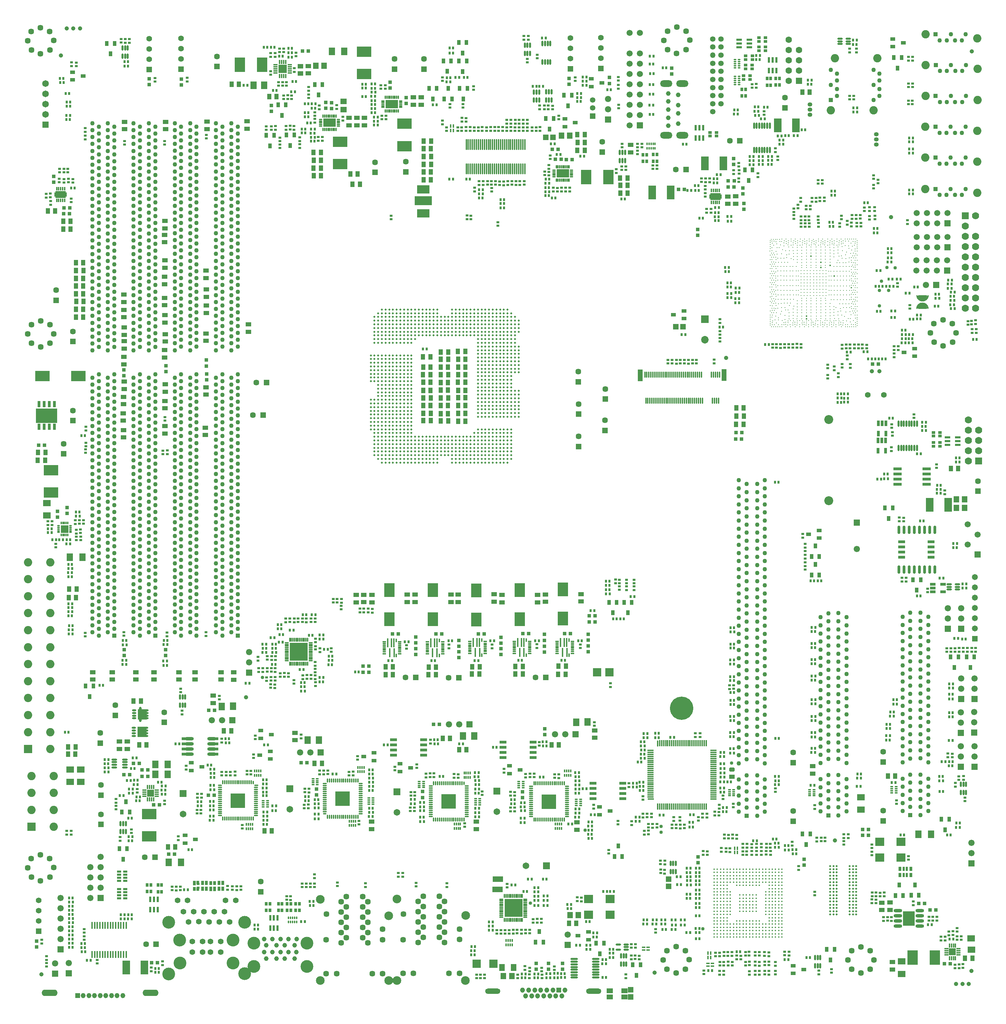
<source format=gts>
%FSLAX25Y25*%
%MOIN*%
G70*
G01*
G75*
G04 Layer_Color=8388736*
%ADD10C,0.01000*%
%ADD11C,0.00800*%
%ADD12C,0.06000*%
%ADD13C,0.00600*%
%ADD14C,0.07000*%
%ADD15C,0.00500*%
%ADD16C,0.04000*%
%ADD17C,0.02500*%
%ADD18C,0.06500*%
%ADD19C,0.01772*%
%ADD20C,0.01772*%
%ADD21O,0.01260X0.03543*%
%ADD22R,0.03465X0.03465*%
%ADD23R,0.03937X0.05276*%
%ADD24R,0.05276X0.03937*%
%ADD25R,0.03465X0.03465*%
%ADD26R,0.02284X0.02362*%
%ADD27O,0.01181X0.03937*%
%ADD28O,0.03937X0.01181*%
%ADD29O,0.03937X0.01181*%
%ADD30R,0.02362X0.02284*%
%ADD31R,0.02756X0.03543*%
%ADD32O,0.01181X0.06299*%
%ADD33O,0.05906X0.01260*%
%ADD34O,0.01260X0.05906*%
%ADD35C,0.01024*%
%ADD36O,0.01181X0.06299*%
%ADD37R,0.02362X0.02284*%
%ADD38R,0.04600X0.03200*%
%ADD39C,0.03150*%
%ADD40R,0.02677X0.06299*%
%ADD41O,0.00984X0.02992*%
%ADD42R,0.06299X0.07284*%
%ADD43O,0.00906X0.03937*%
%ADD44O,0.01299X0.03347*%
%ADD45O,0.03622X0.01024*%
%ADD46O,0.01299X0.08661*%
%ADD47R,0.09843X0.12992*%
%ADD48O,0.05315X0.01654*%
%ADD49R,0.03937X0.01772*%
%ADD50O,0.01181X0.02992*%
%ADD51R,0.02165X0.05315*%
%ADD52O,0.01378X0.06500*%
%ADD53R,0.01299X0.02756*%
%ADD54R,0.02756X0.01299*%
%ADD55O,0.03937X0.00906*%
%ADD56R,0.05118X0.05906*%
%ADD57R,0.05394X0.06496*%
%ADD58O,0.07087X0.01575*%
%ADD59O,0.03937X0.01260*%
%ADD60O,0.01260X0.03937*%
%ADD61R,0.07284X0.06299*%
%ADD62R,0.05197X0.02362*%
%ADD63O,0.05000X0.01575*%
%ADD64R,0.07874X0.02835*%
%ADD65O,0.01575X0.05906*%
%ADD66R,0.07008X0.12992*%
%ADD67R,0.02165X0.05315*%
%ADD68R,0.03543X0.02756*%
%ADD69O,0.02992X0.00984*%
%ADD70R,0.05315X0.02165*%
%ADD71C,0.01654*%
%ADD72C,0.01181*%
%ADD73O,0.01575X0.05000*%
%ADD74R,0.05000X0.05079*%
%ADD75R,0.14173X0.10236*%
%ADD76R,0.11811X0.08268*%
%ADD77R,0.03937X0.05276*%
%ADD78O,0.00984X0.03386*%
%ADD79O,0.01181X0.03600*%
%ADD80R,0.07874X0.08268*%
%ADD81R,0.10236X0.14173*%
%ADD82R,0.01575X0.03150*%
%ADD83R,0.03200X0.04600*%
%ADD84R,0.05079X0.05000*%
%ADD85O,0.01575X0.05433*%
%ADD86R,0.02362X0.05197*%
%ADD87O,0.01654X0.06102*%
%ADD88R,0.10236X0.05118*%
%ADD89R,0.08465X0.07874*%
%ADD90R,0.06378X0.02835*%
%ADD91R,0.08465X0.08071*%
%ADD92R,0.07874X0.04724*%
%ADD93O,0.03386X0.00984*%
%ADD94R,0.05906X0.05118*%
%ADD95O,0.01260X0.03937*%
%ADD96O,0.03937X0.01260*%
%ADD97R,0.06181X0.07165*%
%ADD98R,0.01890X0.03937*%
%ADD99R,0.02953X0.03937*%
%ADD100R,0.02284X0.02362*%
%ADD101R,0.03465X0.03465*%
%ADD102O,0.07500X0.02400*%
%ADD103R,0.03150X0.01575*%
%ADD104R,0.05748X0.04409*%
%ADD105O,0.01378X0.06772*%
%ADD106O,0.03937X0.01496*%
%ADD107O,0.08000X0.02400*%
%ADD108R,0.06693X0.02835*%
%ADD109O,0.03600X0.01181*%
%ADD110R,0.14173X0.10236*%
%ADD111R,0.07874X0.07677*%
%ADD112R,0.07284X0.06299*%
%ADD113O,0.07087X0.01575*%
%ADD114O,0.03937X0.01496*%
%ADD115O,0.03347X0.01299*%
%ADD116R,0.07874X0.07677*%
%ADD117R,0.08661X0.09843*%
%ADD118R,0.03465X0.03465*%
%ADD119R,0.17500X0.17500*%
%ADD120R,0.13780X0.09843*%
%ADD121R,0.05276X0.03937*%
%ADD122O,0.01181X0.03740*%
%ADD123O,0.03800X0.01181*%
%ADD124O,0.02677X0.08071*%
%ADD125O,0.01260X0.05700*%
%ADD126O,0.01181X0.10827*%
%ADD127R,0.06496X0.06496*%
%ADD128R,0.07874X0.07874*%
%ADD129R,0.07087X0.07087*%
%ADD130R,0.12205X0.08268*%
%ADD131R,0.12205X0.01693*%
%ADD132R,0.09843X0.06772*%
%ADD133R,0.20472X0.13780*%
%ADD134C,0.01024*%
%ADD135C,0.01200*%
%ADD136R,0.06496X0.06496*%
%ADD137R,0.13780X0.13780*%
%ADD138R,0.13780X0.09843*%
%ADD139R,0.16929X0.08661*%
%ADD140R,0.03937X0.01772*%
G04:AMPARAMS|DCode=141|XSize=39.37mil|YSize=52.76mil|CornerRadius=0mil|HoleSize=0mil|Usage=FLASHONLY|Rotation=90.000|XOffset=0mil|YOffset=0mil|HoleType=Round|Shape=Octagon|*
%AMOCTAGOND141*
4,1,8,-0.02638,-0.00984,-0.02638,0.00984,-0.01654,0.01969,0.01654,0.01969,0.02638,0.00984,0.02638,-0.00984,0.01654,-0.01969,-0.01654,-0.01969,-0.02638,-0.00984,0.0*
%
%ADD141OCTAGOND141*%

%ADD142C,0.04000*%
%ADD143R,0.05512X0.03937*%
%ADD144R,0.11221X0.13976*%
%ADD145C,0.01260*%
%ADD146R,0.04724X0.11024*%
%ADD147C,0.01772*%
%ADD148O,0.02362X0.14567*%
%ADD149C,0.01800*%
%ADD150C,0.01500*%
%ADD151C,0.02000*%
%ADD152C,0.00700*%
%ADD153C,0.01200*%
%ADD154C,0.01969*%
%ADD155C,0.03000*%
%ADD156C,0.01600*%
%ADD157C,0.01300*%
%ADD158C,0.00350*%
%ADD159C,0.00400*%
%ADD160C,0.00300*%
%ADD161C,0.00900*%
%ADD162R,0.05900X0.04550*%
%ADD163R,0.18350X0.18100*%
%ADD164R,0.06850X0.04700*%
%ADD165R,0.16050X0.28800*%
%ADD166R,0.10850X0.06672*%
%ADD167R,0.10700X0.03150*%
%ADD168R,0.11100X0.08100*%
%ADD169R,0.22300X0.22300*%
%ADD170R,0.02500X0.02950*%
%ADD171R,0.03800X0.02950*%
%ADD172R,0.06900X0.06650*%
%ADD173R,0.03100X0.03600*%
%ADD174R,0.19050X0.02650*%
%ADD175R,0.02450X0.09200*%
%ADD176R,0.03550X0.06550*%
%ADD177R,0.02550X0.02600*%
%ADD178R,0.18600X0.02300*%
%ADD179R,0.01971X0.08558*%
%ADD180C,0.03937*%
%ADD181O,0.04528X0.04921*%
%ADD182C,0.04331*%
%ADD183C,0.04134*%
%ADD184C,0.05709*%
%ADD185C,0.07874*%
%ADD186C,0.05315*%
%ADD187O,0.04528X0.04921*%
%ADD188C,0.05906*%
%ADD189R,0.05709X0.05709*%
%ADD190R,0.04134X0.04134*%
%ADD191R,0.05906X0.05906*%
%ADD192C,0.05906*%
%ADD193R,0.05906X0.05906*%
%ADD194R,0.04528X0.04921*%
%ADD195C,0.06102*%
%ADD196R,0.06102X0.06102*%
%ADD197R,0.05315X0.05315*%
%ADD198C,0.05118*%
%ADD199C,0.06102*%
%ADD200O,0.05118X0.05118*%
%ADD201C,0.05512*%
%ADD202C,0.05000*%
%ADD203C,0.06200*%
%ADD204R,0.05906X0.05906*%
%ADD205R,0.04331X0.04528*%
%ADD206C,0.06500*%
%ADD207R,0.06500X0.06500*%
%ADD208R,0.05709X0.05709*%
%ADD209R,0.06200X0.06200*%
%ADD210C,0.06299*%
%ADD211R,0.06299X0.06299*%
%ADD212R,0.05709X0.05709*%
%ADD213C,0.04331*%
%ADD214R,0.05315X0.05315*%
%ADD215R,0.05000X0.05000*%
%ADD216R,0.05315X0.05315*%
%ADD217C,0.05315*%
%ADD218R,0.05315X0.05315*%
%ADD219C,0.07874*%
%ADD220C,0.04134*%
%ADD221O,0.04331X0.03937*%
%ADD222O,0.04331X0.03937*%
%ADD223R,0.05118X0.05118*%
%ADD224C,0.06299*%
%ADD225C,0.05709*%
%ADD226R,0.04134X0.04134*%
%ADD227O,0.14567X0.05000*%
%ADD228C,0.12205*%
%ADD229C,0.12205*%
%ADD230C,0.05118*%
%ADD231C,0.08268*%
%ADD232C,0.08268*%
%ADD233C,0.05512*%
%ADD234O,0.15354X0.05906*%
%ADD235O,0.11811X0.06221*%
%ADD236R,0.04134X0.04134*%
%ADD237C,0.22441*%
%ADD238C,0.02165*%
%ADD239C,0.01969*%
%ADD240C,0.02165*%
%ADD241C,0.02559*%
%ADD242C,0.02047*%
%ADD243C,0.02362*%
%ADD244C,0.02756*%
%ADD245C,0.01890*%
%ADD246C,0.01890*%
%ADD247C,0.03543*%
%ADD248C,0.02559*%
%ADD249C,0.02047*%
%ADD250C,0.03543*%
%ADD251C,0.03150*%
%ADD252C,0.02756*%
%ADD253R,0.24200X0.05950*%
%ADD254R,0.23900X0.06050*%
%ADD255R,0.05911X0.06527*%
%ADD256R,0.06150X0.03200*%
%ADD257R,0.09050X0.02750*%
%ADD258R,0.05216X0.03337*%
%ADD259R,0.06800X0.01900*%
%ADD260R,0.04950X0.07100*%
%ADD261R,0.07750X0.02200*%
%ADD262R,0.03719X0.04789*%
%ADD263R,0.06700X0.02700*%
%ADD264R,0.14425X0.06794*%
%ADD265R,0.11550X0.03200*%
%ADD266R,0.32600X0.02950*%
%ADD267R,0.33585X0.02339*%
%ADD268R,0.05859X0.04781*%
%ADD269R,0.02737X0.07120*%
%ADD270R,0.04000X0.04100*%
%ADD271C,0.02800*%
%ADD272R,0.07309X0.09456*%
%ADD273R,0.24200X0.06150*%
%ADD274R,0.11000X0.05750*%
%ADD275R,0.13400X0.11100*%
%ADD276R,0.03300X0.01150*%
%ADD277R,0.23000X0.05750*%
%ADD278R,0.24600X0.06350*%
%ADD279R,0.24350X0.06500*%
%ADD280R,0.02900X0.09800*%
%ADD281R,0.21100X0.02900*%
%ADD282R,0.03178X0.10400*%
%ADD283R,0.19100X0.03150*%
%ADD284R,0.07500X0.04250*%
%ADD285R,0.11750X0.02150*%
%ADD286R,0.19182X0.02374*%
%ADD287R,0.02300X0.10000*%
%ADD288R,0.03150X0.11085*%
%ADD289R,0.34850X0.02950*%
%ADD290R,0.33337X0.02093*%
%ADD291R,0.03150X0.04921*%
%ADD292R,0.01772X0.03937*%
%ADD293R,0.01260X0.03347*%
%ADD294R,0.01693X0.02598*%
%ADD295R,0.07087X0.12992*%
%ADD296R,0.04921X0.03150*%
%ADD297O,0.06500X0.01378*%
%ADD298O,0.06772X0.01378*%
%ADD299C,0.02598*%
%ADD300O,0.03150X0.02800*%
%ADD301R,0.04921X0.03150*%
%ADD302R,0.03937X0.05118*%
%ADD303R,0.11811X0.08268*%
%ADD304R,0.07087X0.12992*%
%ADD305O,0.01260X0.02992*%
%ADD306R,0.03543X0.03937*%
%ADD307R,0.16929X0.08661*%
%ADD308R,0.01772X0.03937*%
%ADD309C,0.02598*%
%ADD310R,0.03150X0.04921*%
%ADD311R,0.22050X0.22150*%
%ADD312R,0.08800X0.13800*%
%ADD313R,0.06850X0.09350*%
%ADD314R,0.06700X0.06650*%
%ADD315R,0.04883X0.10114*%
%ADD316R,0.04200X0.08450*%
%ADD317R,0.05300X0.06350*%
%ADD318R,0.01850X0.01750*%
%ADD319R,0.08350X0.05850*%
%ADD320R,0.08862X0.08774*%
%ADD321R,1.37250X0.04150*%
%ADD322R,0.05150X0.04000*%
%ADD323R,0.02150X0.01200*%
%ADD324R,0.03900X0.03450*%
%ADD325R,0.06050X0.17150*%
%ADD326R,0.06219X0.12738*%
%ADD327R,0.01550X0.05150*%
%ADD328R,0.05500X0.03350*%
%ADD329R,0.00850X0.01038*%
%ADD330R,0.01550X0.01750*%
%ADD331C,0.00550*%
%ADD332C,0.00450*%
%ADD333C,0.01972*%
%ADD334C,0.01972*%
%ADD335O,0.01460X0.03743*%
%ADD336R,0.03665X0.03665*%
%ADD337R,0.04137X0.05476*%
%ADD338R,0.05476X0.04137*%
%ADD339R,0.03665X0.03665*%
%ADD340R,0.02484X0.02562*%
%ADD341O,0.01381X0.04137*%
%ADD342O,0.04137X0.01381*%
%ADD343O,0.04137X0.01381*%
%ADD344R,0.02562X0.02484*%
%ADD345R,0.02956X0.03743*%
%ADD346O,0.01381X0.06499*%
%ADD347O,0.06106X0.01460*%
%ADD348O,0.01460X0.06106*%
%ADD349C,0.01224*%
%ADD350O,0.01381X0.06499*%
%ADD351R,0.02562X0.02484*%
%ADD352R,0.04800X0.03400*%
%ADD353C,0.03350*%
%ADD354R,0.02877X0.06499*%
%ADD355O,0.01184X0.03192*%
%ADD356R,0.06499X0.07484*%
%ADD357O,0.01106X0.04137*%
%ADD358O,0.01499X0.03547*%
%ADD359O,0.03822X0.01224*%
%ADD360O,0.01499X0.08861*%
%ADD361R,0.10043X0.13192*%
%ADD362O,0.05515X0.01854*%
%ADD363R,0.04137X0.01972*%
%ADD364O,0.01381X0.03192*%
%ADD365R,0.02365X0.05515*%
%ADD366O,0.01578X0.06700*%
%ADD367R,0.01499X0.02956*%
%ADD368R,0.02956X0.01499*%
%ADD369O,0.04137X0.01106*%
%ADD370R,0.05318X0.06106*%
%ADD371R,0.05594X0.06696*%
%ADD372O,0.07287X0.01775*%
%ADD373O,0.04137X0.01460*%
%ADD374O,0.01460X0.04137*%
%ADD375R,0.07484X0.06499*%
%ADD376R,0.05397X0.02562*%
%ADD377O,0.05200X0.01775*%
%ADD378R,0.08074X0.03035*%
%ADD379O,0.01775X0.06106*%
%ADD380R,0.07208X0.13192*%
%ADD381R,0.02365X0.05515*%
%ADD382R,0.03743X0.02956*%
%ADD383O,0.03192X0.01184*%
%ADD384R,0.05515X0.02365*%
%ADD385C,0.01854*%
%ADD386C,0.01381*%
%ADD387O,0.01775X0.05200*%
%ADD388R,0.05200X0.05279*%
%ADD389R,0.14373X0.10436*%
%ADD390R,0.12011X0.08468*%
%ADD391R,0.04137X0.05476*%
%ADD392O,0.01184X0.03586*%
%ADD393O,0.01381X0.03800*%
%ADD394R,0.08074X0.08468*%
%ADD395R,0.10436X0.14373*%
%ADD396R,0.01775X0.03350*%
%ADD397R,0.03400X0.04800*%
%ADD398R,0.05279X0.05200*%
%ADD399O,0.01775X0.05633*%
%ADD400R,0.02562X0.05397*%
%ADD401O,0.01854X0.06302*%
%ADD402R,0.10436X0.05318*%
%ADD403R,0.08665X0.08074*%
%ADD404R,0.06578X0.03035*%
%ADD405R,0.08665X0.08271*%
%ADD406R,0.08074X0.04924*%
%ADD407O,0.03586X0.01184*%
%ADD408R,0.06106X0.05318*%
%ADD409O,0.01460X0.04137*%
%ADD410O,0.04137X0.01460*%
%ADD411R,0.06381X0.07365*%
%ADD412R,0.02090X0.04137*%
%ADD413R,0.03153X0.04137*%
%ADD414R,0.02484X0.02562*%
%ADD415R,0.03665X0.03665*%
%ADD416O,0.08300X0.03200*%
%ADD417R,0.03350X0.01775*%
%ADD418R,0.05948X0.04609*%
%ADD419C,0.01624*%
%ADD420O,0.01578X0.06972*%
%ADD421O,0.04137X0.01696*%
%ADD422O,0.08800X0.03200*%
%ADD423R,0.06893X0.03035*%
%ADD424O,0.03800X0.01381*%
%ADD425R,0.14373X0.10436*%
%ADD426R,0.08074X0.07877*%
%ADD427R,0.07484X0.06499*%
%ADD428O,0.07287X0.01775*%
%ADD429O,0.04137X0.01696*%
%ADD430O,0.03547X0.01499*%
%ADD431R,0.08074X0.07877*%
%ADD432R,0.08861X0.10043*%
%ADD433R,0.03665X0.03665*%
%ADD434R,0.17700X0.17700*%
%ADD435R,0.13979X0.10043*%
%ADD436R,0.05476X0.04137*%
%ADD437O,0.01381X0.03940*%
%ADD438O,0.04000X0.01381*%
%ADD439O,0.02877X0.08271*%
%ADD440O,0.01460X0.05900*%
%ADD441O,0.01381X0.11027*%
%ADD442R,0.06696X0.06696*%
%ADD443R,0.08074X0.08074*%
%ADD444R,0.07287X0.07287*%
%ADD445R,0.12405X0.08468*%
%ADD446R,0.12405X0.01893*%
%ADD447R,0.10043X0.06972*%
%ADD448R,0.20672X0.13979*%
%ADD449C,0.01224*%
%ADD450C,0.01400*%
%ADD451R,0.06696X0.06696*%
%ADD452R,0.13979X0.13979*%
%ADD453R,0.13979X0.10043*%
%ADD454R,0.17129X0.08861*%
%ADD455R,0.04137X0.01972*%
G04:AMPARAMS|DCode=456|XSize=41.37mil|YSize=54.76mil|CornerRadius=0mil|HoleSize=0mil|Usage=FLASHONLY|Rotation=90.000|XOffset=0mil|YOffset=0mil|HoleType=Round|Shape=Octagon|*
%AMOCTAGOND456*
4,1,8,-0.02738,-0.01034,-0.02738,0.01034,-0.01704,0.02069,0.01704,0.02069,0.02738,0.01034,0.02738,-0.01034,0.01704,-0.02069,-0.01704,-0.02069,-0.02738,-0.01034,0.0*
%
%ADD456OCTAGOND456*%

%ADD457C,0.04200*%
%ADD458R,0.05712X0.04137*%
%ADD459R,0.11421X0.14176*%
%ADD460C,0.01460*%
%ADD461R,0.04924X0.11224*%
%ADD462C,0.01972*%
%ADD463O,0.02562X0.14767*%
%ADD464C,0.04137*%
%ADD465O,0.04728X0.05121*%
%ADD466C,0.04531*%
%ADD467C,0.04334*%
%ADD468C,0.05909*%
%ADD469C,0.08674*%
%ADD470C,0.05515*%
%ADD471O,0.04728X0.05121*%
%ADD472C,0.06106*%
%ADD473R,0.05909X0.05909*%
%ADD474R,0.04334X0.04334*%
%ADD475R,0.06106X0.06106*%
%ADD476C,0.06106*%
%ADD477R,0.06106X0.06106*%
%ADD478R,0.04728X0.05121*%
%ADD479C,0.06302*%
%ADD480R,0.06302X0.06302*%
%ADD481R,0.05515X0.05515*%
%ADD482C,0.05318*%
%ADD483C,0.06302*%
%ADD484O,0.05318X0.05318*%
%ADD485C,0.05712*%
%ADD486C,0.05800*%
%ADD487C,0.07000*%
%ADD488R,0.06106X0.06106*%
%ADD489R,0.04531X0.04728*%
%ADD490C,0.07300*%
%ADD491R,0.07300X0.07300*%
%ADD492C,0.06509*%
%ADD493R,0.06509X0.06509*%
%ADD494R,0.07000X0.07000*%
%ADD495C,0.06499*%
%ADD496R,0.06499X0.06499*%
%ADD497R,0.05909X0.05909*%
%ADD498C,0.04531*%
%ADD499R,0.05515X0.05515*%
%ADD500R,0.05800X0.05800*%
%ADD501R,0.05515X0.05515*%
%ADD502C,0.05515*%
%ADD503R,0.05515X0.05515*%
%ADD504R,0.06509X0.06509*%
%ADD505C,0.08074*%
%ADD506C,0.08074*%
%ADD507C,0.04334*%
%ADD508O,0.04531X0.04137*%
%ADD509O,0.04531X0.04137*%
%ADD510R,0.05318X0.05318*%
%ADD511C,0.06499*%
%ADD512C,0.05909*%
%ADD513R,0.04334X0.04334*%
%ADD514O,0.14767X0.05200*%
%ADD515C,0.12405*%
%ADD516C,0.12405*%
%ADD517C,0.05318*%
%ADD518C,0.08468*%
%ADD519C,0.08468*%
%ADD520C,0.05712*%
%ADD521O,0.15554X0.06106*%
%ADD522O,0.12011X0.06421*%
%ADD523R,0.04334X0.04334*%
%ADD524C,0.22641*%
D10*
X4521700Y2413300D02*
G03*
X4532909Y2413390I5600J600D01*
G01*
X4532800Y2401200D02*
G03*
X4521591Y2401110I-5600J-600D01*
G01*
D11*
X4521700Y2413300D02*
X4532700D01*
X4530600Y2410000D02*
X4532700Y2413300D01*
X4527700Y2408800D02*
X4530600Y2410000D01*
X4525100Y2409200D02*
X4527700Y2408800D01*
X4522800Y2411400D02*
X4525100Y2409200D01*
X4522000Y2412800D02*
X4522800Y2411400D01*
X4522000Y2412800D02*
X4523200Y2412600D01*
Y2411600D02*
Y2412600D01*
Y2411600D02*
X4531500Y2412600D01*
X4531100Y2411700D02*
X4531500Y2412600D01*
X4528400Y2409600D02*
X4531100Y2411700D01*
X4527000Y2409300D02*
X4528400Y2409600D01*
X4523300Y2411200D02*
X4527000Y2409300D01*
X4523300Y2411200D02*
X4523400Y2412600D01*
X4531100Y2412500D01*
X4530300Y2410600D02*
X4531100Y2412500D01*
X4525800Y2409600D02*
X4530300Y2410600D01*
X4524900Y2410000D02*
X4525800Y2409600D01*
X4523200Y2412200D02*
X4524900Y2410000D01*
X4523200Y2412200D02*
X4530600Y2411900D01*
X4527200Y2410300D02*
X4530600Y2411900D01*
X4524300Y2411000D02*
X4527200Y2410300D01*
X4524300Y2411000D02*
X4529200Y2411700D01*
X4526500Y2410700D02*
X4529200Y2411700D01*
X4525400Y2410900D02*
X4526500Y2410700D01*
X4525400Y2410900D02*
X4530000Y2411100D01*
X4521800Y2401200D02*
X4532800D01*
X4521800D02*
X4523900Y2404500D01*
X4526800Y2405700D01*
X4529400Y2405300D01*
X4531700Y2403100D01*
X4532500Y2401700D01*
X4531300Y2401900D02*
X4532500Y2401700D01*
X4531300Y2401900D02*
Y2402900D01*
X4523000Y2401900D02*
X4531300Y2402900D01*
X4523000Y2401900D02*
X4523400Y2402800D01*
X4526100Y2404900D01*
X4527500Y2405200D01*
X4531200Y2403300D01*
X4531100Y2401900D02*
X4531200Y2403300D01*
X4523400Y2402000D02*
X4531100Y2401900D01*
X4523400Y2402000D02*
X4524200Y2403900D01*
X4528700Y2404900D01*
X4529600Y2404500D01*
X4531300Y2402300D01*
X4523900Y2402600D02*
X4531300Y2402300D01*
X4523900Y2402600D02*
X4527300Y2404200D01*
X4530200Y2403500D01*
X4525300Y2402800D02*
X4530200Y2403500D01*
X4525300Y2402800D02*
X4528000Y2403800D01*
X4529100Y2403600D01*
X4524500Y2403400D02*
X4529100Y2403600D01*
D333*
X4090600Y2279700D02*
D03*
X4094200Y2276100D02*
D03*
Y2283300D02*
D03*
X4097800Y2272500D02*
D03*
Y2279700D02*
D03*
X4101400Y2268900D02*
D03*
Y2276100D02*
D03*
X4105000Y2272500D02*
D03*
Y2276100D02*
D03*
X4108600Y2272500D02*
D03*
X4112200Y2268900D02*
D03*
X4069000Y2374700D02*
D03*
X4076200D02*
D03*
X4079800D02*
D03*
X4087000D02*
D03*
X4094200D02*
D03*
X3989800Y2283300D02*
D03*
Y2304900D02*
D03*
Y2308500D02*
D03*
Y2333700D02*
D03*
Y2340900D02*
D03*
Y2344500D02*
D03*
Y2348100D02*
D03*
Y2355300D02*
D03*
X3993400Y2367500D02*
D03*
Y2374700D02*
D03*
Y2381900D02*
D03*
Y2389100D02*
D03*
Y2261700D02*
D03*
Y2268900D02*
D03*
Y2276100D02*
D03*
Y2283300D02*
D03*
Y2308500D02*
D03*
Y2312100D02*
D03*
Y2330100D02*
D03*
Y2333700D02*
D03*
Y2337300D02*
D03*
Y2340900D02*
D03*
Y2348100D02*
D03*
Y2351700D02*
D03*
Y2355300D02*
D03*
X3997000Y2374700D02*
D03*
Y2378300D02*
D03*
Y2381900D02*
D03*
Y2389100D02*
D03*
Y2261700D02*
D03*
Y2265300D02*
D03*
Y2268900D02*
D03*
Y2276100D02*
D03*
Y2279700D02*
D03*
Y2283300D02*
D03*
Y2304900D02*
D03*
Y2308500D02*
D03*
Y2312100D02*
D03*
Y2315700D02*
D03*
Y2322900D02*
D03*
Y2326500D02*
D03*
Y2330100D02*
D03*
Y2337300D02*
D03*
Y2340900D02*
D03*
Y2344500D02*
D03*
Y2348100D02*
D03*
Y2351700D02*
D03*
X4000600Y2367500D02*
D03*
Y2374700D02*
D03*
Y2378300D02*
D03*
Y2381900D02*
D03*
Y2389100D02*
D03*
Y2392700D02*
D03*
Y2258100D02*
D03*
Y2261700D02*
D03*
Y2265300D02*
D03*
Y2268900D02*
D03*
Y2276100D02*
D03*
Y2279700D02*
D03*
Y2283300D02*
D03*
Y2308500D02*
D03*
Y2315700D02*
D03*
Y2319300D02*
D03*
Y2322900D02*
D03*
Y2330100D02*
D03*
Y2333700D02*
D03*
Y2337300D02*
D03*
Y2344500D02*
D03*
Y2351700D02*
D03*
Y2355300D02*
D03*
X4004200Y2374700D02*
D03*
Y2381900D02*
D03*
Y2392700D02*
D03*
Y2396300D02*
D03*
Y2268900D02*
D03*
Y2276100D02*
D03*
Y2315700D02*
D03*
Y2322900D02*
D03*
Y2326500D02*
D03*
Y2337300D02*
D03*
X4007800Y2389100D02*
D03*
Y2392700D02*
D03*
Y2396300D02*
D03*
Y2399900D02*
D03*
Y2250900D02*
D03*
Y2254500D02*
D03*
Y2258100D02*
D03*
Y2261700D02*
D03*
X4011400Y2254500D02*
D03*
Y2258100D02*
D03*
X4015000Y2389100D02*
D03*
Y2392700D02*
D03*
Y2396300D02*
D03*
Y2399900D02*
D03*
Y2250900D02*
D03*
Y2254500D02*
D03*
Y2258100D02*
D03*
Y2261700D02*
D03*
X4018600Y2392700D02*
D03*
Y2396300D02*
D03*
X4022200Y2389100D02*
D03*
Y2392700D02*
D03*
Y2396300D02*
D03*
Y2399900D02*
D03*
Y2250900D02*
D03*
Y2254500D02*
D03*
Y2258100D02*
D03*
Y2261700D02*
D03*
X4025800Y2258100D02*
D03*
X4029400Y2389100D02*
D03*
Y2392700D02*
D03*
Y2399900D02*
D03*
Y2250900D02*
D03*
Y2254500D02*
D03*
Y2258100D02*
D03*
Y2261700D02*
D03*
X4025800Y2297700D02*
D03*
X4029400Y2286900D02*
D03*
Y2290500D02*
D03*
Y2294100D02*
D03*
Y2297700D02*
D03*
Y2301300D02*
D03*
Y2304900D02*
D03*
X4025800Y2308500D02*
D03*
X4029400Y2312100D02*
D03*
X4033000Y2392700D02*
D03*
Y2396300D02*
D03*
X4036600Y2389100D02*
D03*
Y2392700D02*
D03*
Y2396300D02*
D03*
Y2399900D02*
D03*
Y2250900D02*
D03*
Y2254500D02*
D03*
Y2258100D02*
D03*
Y2261700D02*
D03*
X4040200Y2254500D02*
D03*
Y2258100D02*
D03*
X4043800Y2392700D02*
D03*
Y2396300D02*
D03*
Y2250900D02*
D03*
Y2254500D02*
D03*
Y2258100D02*
D03*
Y2261700D02*
D03*
X4047400Y2396300D02*
D03*
Y2399900D02*
D03*
X4051000Y2392700D02*
D03*
Y2396300D02*
D03*
X4054600Y2385500D02*
D03*
Y2389100D02*
D03*
Y2396300D02*
D03*
Y2399900D02*
D03*
Y2258100D02*
D03*
Y2261700D02*
D03*
X4058200Y2389100D02*
D03*
Y2392700D02*
D03*
X4061800Y2385500D02*
D03*
Y2389100D02*
D03*
X4065400D02*
D03*
Y2392700D02*
D03*
X4072600Y2381900D02*
D03*
Y2385500D02*
D03*
Y2389100D02*
D03*
X4065400Y2374700D02*
D03*
Y2378300D02*
D03*
Y2381900D02*
D03*
X4069000Y2378300D02*
D03*
X4072600D02*
D03*
X4076200D02*
D03*
X4079800D02*
D03*
X4083400D02*
D03*
X4087000D02*
D03*
X4090600D02*
D03*
X4054600Y2374700D02*
D03*
Y2378300D02*
D03*
X4058200Y2374700D02*
D03*
Y2378300D02*
D03*
Y2381900D02*
D03*
X4061800Y2378300D02*
D03*
Y2381900D02*
D03*
X4094200Y2363900D02*
D03*
Y2371100D02*
D03*
X4097800Y2360300D02*
D03*
Y2378300D02*
D03*
X4101400Y2360300D02*
D03*
X4115800Y2374700D02*
D03*
X4123000D02*
D03*
X4130200Y2392700D02*
D03*
X3993400D02*
D03*
X4079800Y2396300D02*
D03*
Y2392700D02*
D03*
X4083400Y2399900D02*
D03*
Y2396300D02*
D03*
X4087000D02*
D03*
Y2392700D02*
D03*
X4090600Y2399900D02*
D03*
Y2396300D02*
D03*
X4094200D02*
D03*
Y2392700D02*
D03*
X4097800Y2399900D02*
D03*
Y2396300D02*
D03*
X4101400D02*
D03*
Y2392700D02*
D03*
X4105000Y2399900D02*
D03*
D03*
Y2396300D02*
D03*
X4108600D02*
D03*
Y2392700D02*
D03*
X4112200Y2399900D02*
D03*
Y2396300D02*
D03*
X4115800D02*
D03*
Y2392700D02*
D03*
X4119400Y2399900D02*
D03*
Y2396300D02*
D03*
X4123000D02*
D03*
Y2392700D02*
D03*
X4126600D02*
D03*
Y2389100D02*
D03*
X4130200D02*
D03*
Y2385500D02*
D03*
X4133800D02*
D03*
Y2381900D02*
D03*
X4112200Y2378300D02*
D03*
X4123000Y2399900D02*
D03*
X4119400Y2374700D02*
D03*
X4105000Y2371100D02*
D03*
X4101400D02*
D03*
X4069000Y2385500D02*
D03*
Y2389100D02*
D03*
Y2396300D02*
D03*
Y2399900D02*
D03*
X4076200Y2396300D02*
D03*
X4072600D02*
D03*
Y2392700D02*
D03*
X4123000Y2356700D02*
D03*
Y2342300D02*
D03*
Y2345900D02*
D03*
X4108600D02*
D03*
X4115800D02*
D03*
Y2349500D02*
D03*
X4108600D02*
D03*
X4025800Y2344500D02*
D03*
Y2355300D02*
D03*
X4094200Y2295500D02*
D03*
Y2302700D02*
D03*
Y2309900D02*
D03*
Y2317100D02*
D03*
Y2324300D02*
D03*
Y2331500D02*
D03*
Y2338700D02*
D03*
Y2345900D02*
D03*
Y2353100D02*
D03*
Y2356700D02*
D03*
X4097800Y2295500D02*
D03*
Y2299100D02*
D03*
Y2302700D02*
D03*
Y2306300D02*
D03*
Y2309900D02*
D03*
Y2313500D02*
D03*
Y2317100D02*
D03*
Y2320700D02*
D03*
Y2324300D02*
D03*
Y2327900D02*
D03*
Y2331500D02*
D03*
Y2335100D02*
D03*
Y2338700D02*
D03*
Y2342300D02*
D03*
Y2345900D02*
D03*
Y2349500D02*
D03*
Y2353100D02*
D03*
Y2283300D02*
D03*
X4101400Y2299100D02*
D03*
Y2306300D02*
D03*
Y2313500D02*
D03*
Y2320700D02*
D03*
Y2327900D02*
D03*
Y2331500D02*
D03*
Y2338700D02*
D03*
Y2345900D02*
D03*
Y2283300D02*
D03*
X4105000Y2295500D02*
D03*
Y2299100D02*
D03*
Y2302700D02*
D03*
Y2306300D02*
D03*
Y2309900D02*
D03*
Y2313500D02*
D03*
Y2317100D02*
D03*
Y2320700D02*
D03*
Y2324300D02*
D03*
Y2327900D02*
D03*
Y2279700D02*
D03*
Y2283300D02*
D03*
X4108600Y2299100D02*
D03*
Y2306300D02*
D03*
Y2313500D02*
D03*
Y2320700D02*
D03*
Y2324300D02*
D03*
Y2279700D02*
D03*
X4112200Y2295500D02*
D03*
Y2299100D02*
D03*
Y2302700D02*
D03*
Y2306300D02*
D03*
Y2309900D02*
D03*
Y2313500D02*
D03*
Y2317100D02*
D03*
Y2320700D02*
D03*
Y2272500D02*
D03*
Y2276100D02*
D03*
Y2279700D02*
D03*
Y2283300D02*
D03*
X4115800Y2299100D02*
D03*
Y2306300D02*
D03*
Y2313500D02*
D03*
Y2317100D02*
D03*
Y2320700D02*
D03*
Y2265300D02*
D03*
Y2272500D02*
D03*
Y2279700D02*
D03*
X4119400Y2295500D02*
D03*
Y2299100D02*
D03*
Y2302700D02*
D03*
Y2306300D02*
D03*
Y2309900D02*
D03*
Y2313500D02*
D03*
Y2317100D02*
D03*
Y2265300D02*
D03*
Y2268900D02*
D03*
Y2272500D02*
D03*
Y2276100D02*
D03*
Y2279700D02*
D03*
Y2283300D02*
D03*
X4123000Y2299100D02*
D03*
Y2313500D02*
D03*
Y2265300D02*
D03*
Y2272500D02*
D03*
Y2279700D02*
D03*
X4126600Y2295500D02*
D03*
Y2299100D02*
D03*
Y2302700D02*
D03*
Y2306300D02*
D03*
Y2309900D02*
D03*
Y2313500D02*
D03*
Y2261700D02*
D03*
Y2265300D02*
D03*
Y2268900D02*
D03*
Y2272500D02*
D03*
Y2276100D02*
D03*
Y2279700D02*
D03*
Y2283300D02*
D03*
X4130200Y2299100D02*
D03*
Y2306300D02*
D03*
Y2313500D02*
D03*
X4029400Y2315700D02*
D03*
Y2319300D02*
D03*
Y2322900D02*
D03*
Y2326500D02*
D03*
Y2330100D02*
D03*
Y2333700D02*
D03*
Y2337300D02*
D03*
Y2340900D02*
D03*
Y2344500D02*
D03*
Y2348100D02*
D03*
Y2351700D02*
D03*
Y2355300D02*
D03*
X4133800Y2295500D02*
D03*
Y2299100D02*
D03*
Y2302700D02*
D03*
Y2306300D02*
D03*
Y2309900D02*
D03*
Y2313500D02*
D03*
X4119400Y2378300D02*
D03*
X4123000Y2363900D02*
D03*
X4061800Y2258100D02*
D03*
Y2265300D02*
D03*
Y2272500D02*
D03*
Y2276100D02*
D03*
X4065400Y2258100D02*
D03*
Y2261700D02*
D03*
Y2265300D02*
D03*
Y2268900D02*
D03*
Y2272500D02*
D03*
X4069000Y2250900D02*
D03*
Y2258100D02*
D03*
Y2265300D02*
D03*
Y2272500D02*
D03*
Y2276100D02*
D03*
X4072600Y2250900D02*
D03*
Y2254500D02*
D03*
Y2258100D02*
D03*
Y2261700D02*
D03*
Y2265300D02*
D03*
Y2268900D02*
D03*
Y2272500D02*
D03*
X4076200Y2250900D02*
D03*
Y2258100D02*
D03*
Y2265300D02*
D03*
Y2272500D02*
D03*
Y2276100D02*
D03*
X4079800Y2250900D02*
D03*
Y2254500D02*
D03*
Y2258100D02*
D03*
Y2261700D02*
D03*
Y2265300D02*
D03*
Y2268900D02*
D03*
Y2272500D02*
D03*
X4083400Y2250900D02*
D03*
Y2258100D02*
D03*
Y2265300D02*
D03*
Y2276100D02*
D03*
X4087000Y2250900D02*
D03*
Y2254500D02*
D03*
Y2258100D02*
D03*
Y2261700D02*
D03*
Y2265300D02*
D03*
Y2268900D02*
D03*
Y2272500D02*
D03*
X4090600Y2250900D02*
D03*
Y2258100D02*
D03*
Y2265300D02*
D03*
Y2272500D02*
D03*
Y2276100D02*
D03*
X4094200Y2250900D02*
D03*
Y2254500D02*
D03*
Y2258100D02*
D03*
Y2261700D02*
D03*
Y2265300D02*
D03*
Y2268900D02*
D03*
Y2272500D02*
D03*
X4097800Y2250900D02*
D03*
Y2258100D02*
D03*
Y2265300D02*
D03*
X4101400Y2250900D02*
D03*
Y2254500D02*
D03*
Y2258100D02*
D03*
Y2261700D02*
D03*
Y2265300D02*
D03*
X4105000Y2250900D02*
D03*
Y2258100D02*
D03*
Y2265300D02*
D03*
X4108600Y2250900D02*
D03*
Y2254500D02*
D03*
Y2258100D02*
D03*
Y2261700D02*
D03*
Y2265300D02*
D03*
X4054600Y2272500D02*
D03*
Y2276100D02*
D03*
X4058200Y2258100D02*
D03*
Y2261700D02*
D03*
Y2265300D02*
D03*
Y2268900D02*
D03*
Y2272500D02*
D03*
X4051000Y2265300D02*
D03*
X4054600Y2250900D02*
D03*
X4051000Y2254500D02*
D03*
X4004200Y2312100D02*
D03*
X3989800D02*
D03*
Y2330100D02*
D03*
Y2337300D02*
D03*
Y2351700D02*
D03*
X3993400Y2304900D02*
D03*
Y2344500D02*
D03*
X3997000Y2367500D02*
D03*
Y2319300D02*
D03*
Y2333700D02*
D03*
Y2355300D02*
D03*
X4000600Y2312100D02*
D03*
Y2326500D02*
D03*
Y2340900D02*
D03*
Y2348100D02*
D03*
X4004200Y2319300D02*
D03*
Y2330100D02*
D03*
X4033000Y2371100D02*
D03*
X4115800Y2356700D02*
D03*
X4112200Y2360300D02*
D03*
X4115800D02*
D03*
X4108600Y2356700D02*
D03*
Y2335100D02*
D03*
X4115800Y2327900D02*
D03*
Y2331500D02*
D03*
X4112200D02*
D03*
Y2338700D02*
D03*
X4115800D02*
D03*
X4108600Y2342300D02*
D03*
X4115800D02*
D03*
X4119400Y2345900D02*
D03*
X4112200D02*
D03*
X4119400Y2353100D02*
D03*
X4115800D02*
D03*
Y2363900D02*
D03*
X4108600Y2331500D02*
D03*
X4112200Y2327900D02*
D03*
X4108600Y2338700D02*
D03*
X4115800Y2335100D02*
D03*
X4065400Y2385500D02*
D03*
X4061800Y2261700D02*
D03*
Y2268900D02*
D03*
X4069000Y2381900D02*
D03*
X4065400Y2276100D02*
D03*
X4069000Y2392700D02*
D03*
X4072600Y2374700D02*
D03*
X4069000Y2254500D02*
D03*
Y2261700D02*
D03*
Y2268900D02*
D03*
X4072600Y2399900D02*
D03*
X4076200Y2381900D02*
D03*
X4072600Y2276100D02*
D03*
X4076200Y2392700D02*
D03*
X4079800Y2389100D02*
D03*
X4076200Y2254500D02*
D03*
Y2261700D02*
D03*
Y2268900D02*
D03*
X4079800Y2399900D02*
D03*
X4083400Y2374700D02*
D03*
Y2381900D02*
D03*
X4079800Y2276100D02*
D03*
X4083400Y2392700D02*
D03*
X4087000Y2389100D02*
D03*
X4083400Y2254500D02*
D03*
Y2261700D02*
D03*
Y2268900D02*
D03*
X4087000Y2399900D02*
D03*
X4090600Y2374700D02*
D03*
Y2381900D02*
D03*
X4087000Y2276100D02*
D03*
X4090600Y2392700D02*
D03*
X4094200Y2378300D02*
D03*
Y2389100D02*
D03*
X4090600Y2254500D02*
D03*
Y2261700D02*
D03*
Y2268900D02*
D03*
X4094200Y2299100D02*
D03*
Y2306300D02*
D03*
Y2313500D02*
D03*
Y2320700D02*
D03*
Y2327900D02*
D03*
Y2335100D02*
D03*
Y2342300D02*
D03*
Y2349500D02*
D03*
Y2360300D02*
D03*
Y2367500D02*
D03*
Y2399900D02*
D03*
X4097800Y2371100D02*
D03*
Y2381900D02*
D03*
X4094200Y2279700D02*
D03*
X4097800Y2392700D02*
D03*
Y2356700D02*
D03*
Y2363900D02*
D03*
X4101400Y2378300D02*
D03*
Y2389100D02*
D03*
X4097800Y2254500D02*
D03*
Y2261700D02*
D03*
Y2268900D02*
D03*
Y2276100D02*
D03*
X4101400Y2295500D02*
D03*
Y2302700D02*
D03*
Y2309900D02*
D03*
Y2317100D02*
D03*
Y2324300D02*
D03*
Y2335100D02*
D03*
Y2342300D02*
D03*
Y2349500D02*
D03*
Y2353100D02*
D03*
Y2399900D02*
D03*
X4105000Y2381900D02*
D03*
X4101400Y2272500D02*
D03*
Y2279700D02*
D03*
X4105000Y2392700D02*
D03*
Y2331500D02*
D03*
Y2338700D02*
D03*
Y2345900D02*
D03*
Y2360300D02*
D03*
Y2367500D02*
D03*
X4108600Y2371100D02*
D03*
Y2374700D02*
D03*
Y2378300D02*
D03*
Y2389100D02*
D03*
X4105000Y2254500D02*
D03*
Y2261700D02*
D03*
Y2268900D02*
D03*
X4108600Y2295500D02*
D03*
Y2302700D02*
D03*
Y2309900D02*
D03*
Y2317100D02*
D03*
Y2327900D02*
D03*
Y2399900D02*
D03*
X4112200Y2381900D02*
D03*
X4108600Y2276100D02*
D03*
Y2283300D02*
D03*
X4112200Y2392700D02*
D03*
Y2324300D02*
D03*
Y2335100D02*
D03*
Y2342300D02*
D03*
Y2349500D02*
D03*
Y2356700D02*
D03*
Y2363900D02*
D03*
X4115800Y2378300D02*
D03*
X4112200Y2250900D02*
D03*
X4115800Y2389100D02*
D03*
X4112200Y2265300D02*
D03*
X4115800Y2295500D02*
D03*
Y2302700D02*
D03*
Y2309900D02*
D03*
Y2324300D02*
D03*
Y2367500D02*
D03*
Y2399900D02*
D03*
X4119400Y2371100D02*
D03*
Y2381900D02*
D03*
X4115800Y2261700D02*
D03*
Y2268900D02*
D03*
Y2276100D02*
D03*
Y2283300D02*
D03*
X4119400Y2392700D02*
D03*
Y2320700D02*
D03*
Y2327900D02*
D03*
Y2335100D02*
D03*
Y2342300D02*
D03*
Y2349500D02*
D03*
Y2356700D02*
D03*
Y2363900D02*
D03*
X4123000Y2378300D02*
D03*
X4119400Y2250900D02*
D03*
X4123000Y2389100D02*
D03*
X4119400Y2254500D02*
D03*
Y2261700D02*
D03*
X4123000Y2295500D02*
D03*
Y2302700D02*
D03*
Y2309900D02*
D03*
Y2317100D02*
D03*
X4126600Y2374700D02*
D03*
Y2385500D02*
D03*
X4123000Y2261700D02*
D03*
Y2268900D02*
D03*
Y2276100D02*
D03*
Y2283300D02*
D03*
X4126600Y2317100D02*
D03*
Y2324300D02*
D03*
Y2331500D02*
D03*
Y2396300D02*
D03*
Y2338700D02*
D03*
Y2345900D02*
D03*
Y2353100D02*
D03*
Y2360300D02*
D03*
Y2367500D02*
D03*
X4130200Y2381900D02*
D03*
X4126600Y2258100D02*
D03*
X4130200Y2295500D02*
D03*
Y2302700D02*
D03*
Y2309900D02*
D03*
Y2317100D02*
D03*
X3993400Y2371100D02*
D03*
Y2378300D02*
D03*
Y2385500D02*
D03*
X3989800Y2286900D02*
D03*
Y2297700D02*
D03*
X3997000Y2371100D02*
D03*
Y2385500D02*
D03*
X3993400Y2265300D02*
D03*
Y2272500D02*
D03*
Y2279700D02*
D03*
Y2286900D02*
D03*
X3997000Y2392700D02*
D03*
X4000600Y2371100D02*
D03*
Y2385500D02*
D03*
X3997000Y2258100D02*
D03*
Y2272500D02*
D03*
Y2286900D02*
D03*
Y2294100D02*
D03*
Y2301300D02*
D03*
X4000600Y2396300D02*
D03*
X4004200Y2378300D02*
D03*
Y2385500D02*
D03*
Y2389100D02*
D03*
X4000600Y2272500D02*
D03*
Y2286900D02*
D03*
Y2304900D02*
D03*
X4004200Y2399900D02*
D03*
X4007800Y2371100D02*
D03*
Y2374700D02*
D03*
Y2378300D02*
D03*
Y2381900D02*
D03*
Y2385500D02*
D03*
X4004200Y2250900D02*
D03*
Y2254500D02*
D03*
Y2258100D02*
D03*
Y2261700D02*
D03*
Y2265300D02*
D03*
Y2272500D02*
D03*
Y2279700D02*
D03*
Y2283300D02*
D03*
Y2286900D02*
D03*
Y2290500D02*
D03*
Y2294100D02*
D03*
Y2297700D02*
D03*
Y2301300D02*
D03*
Y2304900D02*
D03*
Y2308500D02*
D03*
Y2333700D02*
D03*
Y2340900D02*
D03*
Y2344500D02*
D03*
Y2348100D02*
D03*
Y2351700D02*
D03*
Y2355300D02*
D03*
X4007800Y2367500D02*
D03*
X4011400Y2385500D02*
D03*
Y2389100D02*
D03*
X4007800Y2265300D02*
D03*
Y2268900D02*
D03*
Y2272500D02*
D03*
Y2276100D02*
D03*
Y2279700D02*
D03*
Y2283300D02*
D03*
Y2286900D02*
D03*
X4011400Y2392700D02*
D03*
X4007800Y2297700D02*
D03*
Y2308500D02*
D03*
Y2312100D02*
D03*
Y2315700D02*
D03*
Y2319300D02*
D03*
Y2322900D02*
D03*
X4011400Y2396300D02*
D03*
X4007800Y2326500D02*
D03*
Y2330100D02*
D03*
Y2333700D02*
D03*
Y2337300D02*
D03*
Y2344500D02*
D03*
Y2355300D02*
D03*
X4011400Y2399900D02*
D03*
X4015000Y2385500D02*
D03*
X4011400Y2250900D02*
D03*
Y2261700D02*
D03*
Y2265300D02*
D03*
Y2286900D02*
D03*
Y2297700D02*
D03*
Y2308500D02*
D03*
Y2344500D02*
D03*
Y2355300D02*
D03*
X4018600Y2371100D02*
D03*
Y2374700D02*
D03*
Y2378300D02*
D03*
Y2381900D02*
D03*
Y2385500D02*
D03*
Y2389100D02*
D03*
X4015000Y2265300D02*
D03*
Y2286900D02*
D03*
Y2297700D02*
D03*
Y2308500D02*
D03*
Y2312100D02*
D03*
Y2315700D02*
D03*
Y2326500D02*
D03*
Y2337300D02*
D03*
Y2344500D02*
D03*
Y2355300D02*
D03*
X4018600Y2367500D02*
D03*
Y2399900D02*
D03*
X4022200Y2385500D02*
D03*
X4018600Y2250900D02*
D03*
Y2254500D02*
D03*
Y2258100D02*
D03*
Y2261700D02*
D03*
Y2265300D02*
D03*
Y2268900D02*
D03*
Y2272500D02*
D03*
Y2276100D02*
D03*
Y2279700D02*
D03*
Y2283300D02*
D03*
Y2286900D02*
D03*
Y2297700D02*
D03*
Y2308500D02*
D03*
Y2326500D02*
D03*
Y2333700D02*
D03*
Y2344500D02*
D03*
Y2355300D02*
D03*
X4025800Y2385500D02*
D03*
Y2389100D02*
D03*
X4022200Y2265300D02*
D03*
Y2286900D02*
D03*
X4025800Y2392700D02*
D03*
X4022200Y2297700D02*
D03*
Y2308500D02*
D03*
Y2319300D02*
D03*
X4025800Y2396300D02*
D03*
X4022200Y2344500D02*
D03*
Y2355300D02*
D03*
X4025800Y2399900D02*
D03*
X4029400Y2371100D02*
D03*
Y2374700D02*
D03*
Y2378300D02*
D03*
Y2381900D02*
D03*
Y2385500D02*
D03*
X4025800Y2250900D02*
D03*
Y2261700D02*
D03*
Y2265300D02*
D03*
Y2286900D02*
D03*
Y2290500D02*
D03*
Y2294100D02*
D03*
Y2301300D02*
D03*
Y2304900D02*
D03*
Y2312100D02*
D03*
Y2315700D02*
D03*
Y2322900D02*
D03*
X4029400Y2396300D02*
D03*
X4025800Y2326500D02*
D03*
Y2330100D02*
D03*
Y2333700D02*
D03*
Y2337300D02*
D03*
Y2340900D02*
D03*
Y2348100D02*
D03*
Y2351700D02*
D03*
X4029400Y2367500D02*
D03*
X4033000Y2374700D02*
D03*
Y2385500D02*
D03*
Y2389100D02*
D03*
X4029400Y2265300D02*
D03*
Y2268900D02*
D03*
Y2272500D02*
D03*
Y2276100D02*
D03*
Y2279700D02*
D03*
Y2283300D02*
D03*
X4033000Y2399900D02*
D03*
X4036600Y2374700D02*
D03*
Y2385500D02*
D03*
X4033000Y2250900D02*
D03*
Y2254500D02*
D03*
Y2258100D02*
D03*
Y2261700D02*
D03*
Y2265300D02*
D03*
Y2276100D02*
D03*
X4040200Y2374700D02*
D03*
Y2385500D02*
D03*
Y2389100D02*
D03*
X4036600Y2265300D02*
D03*
Y2276100D02*
D03*
X4040200Y2392700D02*
D03*
Y2396300D02*
D03*
Y2399900D02*
D03*
X4043800Y2374700D02*
D03*
Y2385500D02*
D03*
X4040200Y2250900D02*
D03*
Y2261700D02*
D03*
Y2265300D02*
D03*
Y2276100D02*
D03*
X4043800Y2399900D02*
D03*
X4047400Y2374700D02*
D03*
Y2385500D02*
D03*
X4043800Y2265300D02*
D03*
Y2276100D02*
D03*
X4047400Y2392700D02*
D03*
X4051000Y2374700D02*
D03*
Y2378300D02*
D03*
Y2381900D02*
D03*
X4047400Y2250900D02*
D03*
X4051000Y2389100D02*
D03*
X4047400Y2254500D02*
D03*
Y2258100D02*
D03*
Y2261700D02*
D03*
Y2265300D02*
D03*
Y2276100D02*
D03*
X4051000Y2399900D02*
D03*
X4054600Y2381900D02*
D03*
X4051000Y2268900D02*
D03*
Y2272500D02*
D03*
Y2276100D02*
D03*
X4054600Y2392700D02*
D03*
X4058200Y2385500D02*
D03*
X4054600Y2254500D02*
D03*
X4061800Y2374700D02*
D03*
X4058200Y2276100D02*
D03*
X4061800Y2392700D02*
D03*
X4133800Y2378300D02*
D03*
Y2317100D02*
D03*
Y2342300D02*
D03*
Y2349500D02*
D03*
Y2356700D02*
D03*
Y2363900D02*
D03*
Y2389100D02*
D03*
X4130200Y2367500D02*
D03*
Y2371100D02*
D03*
Y2378300D02*
D03*
Y2374700D02*
D03*
X4126600Y2254500D02*
D03*
Y2381900D02*
D03*
Y2378300D02*
D03*
Y2371100D02*
D03*
Y2363900D02*
D03*
Y2356700D02*
D03*
Y2349500D02*
D03*
Y2320700D02*
D03*
X4123000Y2258100D02*
D03*
Y2254500D02*
D03*
Y2250900D02*
D03*
Y2385500D02*
D03*
Y2381900D02*
D03*
Y2371100D02*
D03*
Y2367500D02*
D03*
Y2360300D02*
D03*
Y2353100D02*
D03*
Y2349500D02*
D03*
Y2338700D02*
D03*
Y2327900D02*
D03*
Y2324300D02*
D03*
Y2320700D02*
D03*
X4119400Y2258100D02*
D03*
Y2389100D02*
D03*
Y2385500D02*
D03*
Y2367500D02*
D03*
Y2360300D02*
D03*
Y2338700D02*
D03*
Y2331500D02*
D03*
Y2324300D02*
D03*
X4115800Y2258100D02*
D03*
Y2254500D02*
D03*
Y2250900D02*
D03*
Y2385500D02*
D03*
Y2381900D02*
D03*
Y2371100D02*
D03*
X4112200Y2261700D02*
D03*
Y2258100D02*
D03*
Y2254500D02*
D03*
Y2389100D02*
D03*
Y2385500D02*
D03*
Y2374700D02*
D03*
Y2371100D02*
D03*
Y2367500D02*
D03*
Y2353100D02*
D03*
X4108600Y2385500D02*
D03*
Y2381900D02*
D03*
Y2367500D02*
D03*
Y2363900D02*
D03*
Y2360300D02*
D03*
Y2353100D02*
D03*
X4105000Y2389100D02*
D03*
Y2385500D02*
D03*
Y2378300D02*
D03*
Y2374700D02*
D03*
Y2363900D02*
D03*
Y2356700D02*
D03*
Y2353100D02*
D03*
Y2349500D02*
D03*
Y2342300D02*
D03*
Y2335100D02*
D03*
X4101400Y2385500D02*
D03*
Y2381900D02*
D03*
Y2374700D02*
D03*
Y2367500D02*
D03*
Y2363900D02*
D03*
Y2356700D02*
D03*
X4097800Y2389100D02*
D03*
Y2385500D02*
D03*
Y2374700D02*
D03*
Y2367500D02*
D03*
X4094200Y2385500D02*
D03*
Y2381900D02*
D03*
X4090600Y2389100D02*
D03*
Y2385500D02*
D03*
X4087000D02*
D03*
Y2381900D02*
D03*
X4083400Y2389100D02*
D03*
Y2385500D02*
D03*
X4079800D02*
D03*
Y2381900D02*
D03*
X4076200Y2399900D02*
D03*
Y2389100D02*
D03*
Y2385500D02*
D03*
X4054600Y2268900D02*
D03*
Y2265300D02*
D03*
X4051000Y2261700D02*
D03*
Y2258100D02*
D03*
Y2250900D02*
D03*
Y2385500D02*
D03*
X4047400Y2272500D02*
D03*
Y2268900D02*
D03*
Y2389100D02*
D03*
Y2381900D02*
D03*
Y2378300D02*
D03*
X4043800Y2272500D02*
D03*
Y2268900D02*
D03*
Y2389100D02*
D03*
Y2381900D02*
D03*
Y2378300D02*
D03*
X4040200Y2272500D02*
D03*
Y2268900D02*
D03*
Y2381900D02*
D03*
Y2378300D02*
D03*
X4036600Y2272500D02*
D03*
Y2268900D02*
D03*
Y2381900D02*
D03*
Y2378300D02*
D03*
X4033000Y2272500D02*
D03*
Y2268900D02*
D03*
Y2381900D02*
D03*
Y2378300D02*
D03*
X4029400Y2308500D02*
D03*
X4025800Y2319300D02*
D03*
Y2283300D02*
D03*
Y2279700D02*
D03*
Y2276100D02*
D03*
Y2272500D02*
D03*
Y2268900D02*
D03*
Y2254500D02*
D03*
Y2381900D02*
D03*
Y2378300D02*
D03*
Y2374700D02*
D03*
Y2371100D02*
D03*
Y2367500D02*
D03*
X4022200Y2351700D02*
D03*
Y2348100D02*
D03*
Y2340900D02*
D03*
Y2337300D02*
D03*
Y2333700D02*
D03*
Y2330100D02*
D03*
Y2326500D02*
D03*
Y2322900D02*
D03*
Y2315700D02*
D03*
Y2312100D02*
D03*
Y2304900D02*
D03*
Y2301300D02*
D03*
Y2294100D02*
D03*
Y2290500D02*
D03*
Y2283300D02*
D03*
Y2279700D02*
D03*
Y2276100D02*
D03*
Y2272500D02*
D03*
Y2268900D02*
D03*
Y2381900D02*
D03*
Y2378300D02*
D03*
Y2374700D02*
D03*
Y2371100D02*
D03*
Y2367500D02*
D03*
X4018600Y2351700D02*
D03*
Y2348100D02*
D03*
Y2340900D02*
D03*
Y2337300D02*
D03*
Y2330100D02*
D03*
Y2322900D02*
D03*
Y2319300D02*
D03*
Y2315700D02*
D03*
Y2312100D02*
D03*
Y2304900D02*
D03*
Y2301300D02*
D03*
Y2294100D02*
D03*
Y2290500D02*
D03*
X4015000Y2351700D02*
D03*
Y2348100D02*
D03*
Y2340900D02*
D03*
Y2333700D02*
D03*
Y2330100D02*
D03*
Y2322900D02*
D03*
Y2319300D02*
D03*
Y2304900D02*
D03*
Y2301300D02*
D03*
Y2294100D02*
D03*
Y2290500D02*
D03*
Y2283300D02*
D03*
Y2279700D02*
D03*
Y2276100D02*
D03*
Y2272500D02*
D03*
Y2268900D02*
D03*
Y2381900D02*
D03*
Y2378300D02*
D03*
Y2374700D02*
D03*
Y2371100D02*
D03*
Y2367500D02*
D03*
X4011400Y2351700D02*
D03*
Y2348100D02*
D03*
Y2340900D02*
D03*
Y2337300D02*
D03*
Y2333700D02*
D03*
Y2330100D02*
D03*
Y2326500D02*
D03*
Y2322900D02*
D03*
Y2319300D02*
D03*
Y2315700D02*
D03*
Y2312100D02*
D03*
Y2304900D02*
D03*
Y2301300D02*
D03*
Y2294100D02*
D03*
Y2290500D02*
D03*
Y2283300D02*
D03*
Y2279700D02*
D03*
Y2276100D02*
D03*
Y2272500D02*
D03*
Y2268900D02*
D03*
Y2381900D02*
D03*
Y2378300D02*
D03*
Y2374700D02*
D03*
Y2371100D02*
D03*
Y2367500D02*
D03*
X4007800Y2351700D02*
D03*
Y2348100D02*
D03*
Y2340900D02*
D03*
Y2304900D02*
D03*
Y2301300D02*
D03*
Y2294100D02*
D03*
Y2290500D02*
D03*
X4004200Y2371100D02*
D03*
Y2367500D02*
D03*
X4000600Y2301300D02*
D03*
Y2297700D02*
D03*
Y2294100D02*
D03*
Y2290500D02*
D03*
Y2254500D02*
D03*
Y2250900D02*
D03*
Y2399900D02*
D03*
X3997000Y2297700D02*
D03*
Y2290500D02*
D03*
Y2254500D02*
D03*
Y2396300D02*
D03*
X3993400Y2301300D02*
D03*
Y2297700D02*
D03*
Y2294100D02*
D03*
Y2290500D02*
D03*
Y2258100D02*
D03*
X3989800Y2301300D02*
D03*
Y2294100D02*
D03*
Y2290500D02*
D03*
D334*
X4108600Y2268900D02*
D03*
X4123000Y2306300D02*
D03*
X4083400Y2272500D02*
D03*
D335*
X3687737Y2506100D02*
D03*
X4327431Y2504200D02*
D03*
X4329400D02*
D03*
X3691674Y2506100D02*
D03*
X3683800D02*
D03*
X3685769Y2517600D02*
D03*
X3691674D02*
D03*
X3689706D02*
D03*
X4325463Y2515700D02*
D03*
X4323494D02*
D03*
X4321526D02*
D03*
X4323494Y2504200D02*
D03*
X4325463D02*
D03*
X4327431Y2515700D02*
D03*
X4329400D02*
D03*
X3683800Y2517600D02*
D03*
X3685769Y2506100D02*
D03*
X3687737Y2517600D02*
D03*
X3689706Y2506100D02*
D03*
X4321526Y2504200D02*
D03*
D336*
X3690900Y2498900D02*
D03*
X3690600Y2493100D02*
D03*
X4056600Y1996200D02*
D03*
X3837500Y2009900D02*
D03*
X4184200Y2084600D02*
D03*
X4143500Y2084500D02*
D03*
X4100300Y2084300D02*
D03*
X4059100Y2084200D02*
D03*
X4016600Y2084100D02*
D03*
X3988000Y2046700D02*
D03*
Y2052800D02*
D03*
X4010900Y2084100D02*
D03*
X4053400Y2084200D02*
D03*
X4094600Y2084300D02*
D03*
X4137800Y2084500D02*
D03*
X4178500Y2084600D02*
D03*
X4202600Y2101900D02*
D03*
X4202700Y2095900D02*
D03*
X3921800Y1958900D02*
D03*
X3749400Y1947300D02*
D03*
X4554250Y1763200D02*
D03*
X4289500Y2516900D02*
D03*
X4548550Y1763200D02*
D03*
X3778200Y1917700D02*
D03*
X3672000Y2267800D02*
D03*
X4169500Y2546100D02*
D03*
X4469050Y1894000D02*
D03*
X4468950Y1888200D02*
D03*
X3696600Y2498900D02*
D03*
X4478500Y2346700D02*
D03*
X4484200D02*
D03*
X4345600Y2280200D02*
D03*
X4345400Y2273700D02*
D03*
X4175200Y2546100D02*
D03*
X4180200Y2546000D02*
D03*
X4172200Y2555900D02*
D03*
X3923200Y2651400D02*
D03*
X4474650Y1888200D02*
D03*
X4185900Y2546000D02*
D03*
X4534600Y1815400D02*
D03*
X3776200Y1764100D02*
D03*
X3781900D02*
D03*
X3755100Y1947300D02*
D03*
X3783900Y1917700D02*
D03*
X3758600Y1958100D02*
D03*
X4474750Y1894000D02*
D03*
X4208300Y2101900D02*
D03*
X3982300Y2046700D02*
D03*
X4338100Y2525200D02*
D03*
X4337900Y2519300D02*
D03*
X3772600Y1951700D02*
D03*
X3772500Y1945600D02*
D03*
X3982300Y2052800D02*
D03*
X4208400Y2095900D02*
D03*
X3764300Y1958100D02*
D03*
X3831700Y1927100D02*
D03*
X3837400D02*
D03*
X4523650Y1821900D02*
D03*
X3792800Y1869700D02*
D03*
X3928900Y2651400D02*
D03*
X3696300Y2493100D02*
D03*
X3831800Y2009900D02*
D03*
X4050900Y1996200D02*
D03*
X3927500Y1958900D02*
D03*
X4529350Y1821900D02*
D03*
X4540300Y1815400D02*
D03*
X4166500Y2555900D02*
D03*
X4343800Y2525200D02*
D03*
X3798500Y1869700D02*
D03*
X4343600Y2519300D02*
D03*
X3666300Y2267800D02*
D03*
X4351300Y2280200D02*
D03*
X4351100Y2273700D02*
D03*
X3766900Y1951700D02*
D03*
X3766800Y1945600D02*
D03*
D337*
X3690200Y2485900D02*
D03*
Y2478300D02*
D03*
X3935100Y1958300D02*
D03*
X3846700Y1990000D02*
D03*
X4173000Y1976100D02*
D03*
X4568750Y1768600D02*
D03*
X4410200Y2611400D02*
D03*
X4041100Y2313900D02*
D03*
X4041400Y2563800D02*
D03*
X4041200Y2556500D02*
D03*
X4041300Y2549000D02*
D03*
X4041400Y2541200D02*
D03*
X4041200Y2533700D02*
D03*
Y2526300D02*
D03*
X4065200Y2351400D02*
D03*
X3672800Y2260700D02*
D03*
X3672500Y2253300D02*
D03*
X4345800Y2304300D02*
D03*
X4346000Y2296200D02*
D03*
X4345700Y2288100D02*
D03*
X3898100Y2607100D02*
D03*
X3854200Y2619300D02*
D03*
X3941200Y2552700D02*
D03*
X3941400Y2545200D02*
D03*
X3941300Y2537500D02*
D03*
X3969900Y2531900D02*
D03*
X3941400Y2530200D02*
D03*
X3972100Y2521700D02*
D03*
X4040700Y2353800D02*
D03*
X4191100Y2570100D02*
D03*
X4191200Y2562400D02*
D03*
X4191000Y2555000D02*
D03*
X4040600Y2336500D02*
D03*
X4040800Y2343800D02*
D03*
Y2329100D02*
D03*
Y2321300D02*
D03*
X4065100Y2343900D02*
D03*
X4065200Y2336400D02*
D03*
X4065100Y2328800D02*
D03*
Y2321500D02*
D03*
X4065200Y2313900D02*
D03*
X4082100Y2351400D02*
D03*
X4082000Y2344000D02*
D03*
Y2336400D02*
D03*
X4081800Y2329100D02*
D03*
X4082000Y2321300D02*
D03*
Y2314100D02*
D03*
X4182900Y1802600D02*
D03*
X4067000Y1982600D02*
D03*
X3758600Y2018900D02*
D03*
X4048000Y2306600D02*
D03*
X4048200Y2299000D02*
D03*
X4065100Y2306400D02*
D03*
X4065000Y2298400D02*
D03*
X4074800Y2306400D02*
D03*
X4074900Y2298900D02*
D03*
X4048200Y2291700D02*
D03*
X4065200Y2291500D02*
D03*
X4074900Y2291200D02*
D03*
X4053400Y2051700D02*
D03*
X4053200Y2044400D02*
D03*
X4011400Y2052200D02*
D03*
Y2044600D02*
D03*
X4137800Y2045300D02*
D03*
X4137900Y2052500D02*
D03*
X4095600Y2045100D02*
D03*
X4095800Y2052300D02*
D03*
X4179600Y2045000D02*
D03*
X3771400Y1976200D02*
D03*
X4353200Y2296200D02*
D03*
X4352900Y2288100D02*
D03*
X3694946Y1974353D02*
D03*
X3694800Y1967300D02*
D03*
X4500750Y1946000D02*
D03*
X3696000Y2127800D02*
D03*
X3695500Y2119600D02*
D03*
X3682400Y2495800D02*
D03*
X3709800Y2437900D02*
D03*
X3709700Y2430300D02*
D03*
Y2422700D02*
D03*
Y2415100D02*
D03*
X3710000Y2407800D02*
D03*
X3709700Y2400200D02*
D03*
Y2392600D02*
D03*
Y2445500D02*
D03*
X3886200Y1892600D02*
D03*
X4353000Y2304300D02*
D03*
X4075900Y1971400D02*
D03*
X4232600Y2528000D02*
D03*
X4232800Y2520700D02*
D03*
X4232900Y2513200D02*
D03*
X4190100Y1802600D02*
D03*
X4575950Y1768600D02*
D03*
X4040800Y2306600D02*
D03*
X4041000Y2299000D02*
D03*
X4057900Y2306400D02*
D03*
X4057800Y2298400D02*
D03*
X4082000Y2306400D02*
D03*
X4082100Y2298900D02*
D03*
X4041000Y2291700D02*
D03*
X4058000Y2291500D02*
D03*
X4082100Y2291200D02*
D03*
X4046200Y2051700D02*
D03*
X4046000Y2044400D02*
D03*
X4004200Y2052200D02*
D03*
Y2044600D02*
D03*
X4047800Y2336500D02*
D03*
X4048000Y2343800D02*
D03*
Y2329100D02*
D03*
Y2321300D02*
D03*
X4057900Y2343900D02*
D03*
X4058000Y2336400D02*
D03*
X4057900Y2328800D02*
D03*
Y2321500D02*
D03*
X4058000Y2313900D02*
D03*
X4074600Y2359100D02*
D03*
X4074900Y2351400D02*
D03*
X4074800Y2344000D02*
D03*
Y2336400D02*
D03*
X4074600Y2329100D02*
D03*
X4074800Y2321300D02*
D03*
Y2314100D02*
D03*
X4130600Y2045300D02*
D03*
X4130700Y2052500D02*
D03*
X4088400Y2045100D02*
D03*
X4088600Y2052300D02*
D03*
X4172400Y2045000D02*
D03*
X4172700Y2052700D02*
D03*
X3893400Y1892600D02*
D03*
X3861400Y2619300D02*
D03*
X3890900Y2607100D02*
D03*
X4198300Y2570100D02*
D03*
X4048600Y2563800D02*
D03*
X4198400Y2562400D02*
D03*
X4048400Y2556500D02*
D03*
X4198200Y2555000D02*
D03*
X4048500Y2549000D02*
D03*
X3934000Y2552700D02*
D03*
X4048600Y2541200D02*
D03*
X3799400Y1876700D02*
D03*
X3934200Y2545200D02*
D03*
X4048400Y2533700D02*
D03*
X3934100Y2537500D02*
D03*
X3977100Y2531900D02*
D03*
X4239800Y2528000D02*
D03*
X4048400Y2526300D02*
D03*
X3934200Y2530200D02*
D03*
X3979300Y2521700D02*
D03*
X4240000Y2520700D02*
D03*
X4240100Y2513200D02*
D03*
X3697400Y2485900D02*
D03*
Y2478300D02*
D03*
X3675200Y2495800D02*
D03*
X3702600Y2437900D02*
D03*
X3702500Y2430300D02*
D03*
Y2422700D02*
D03*
Y2415100D02*
D03*
X3702800Y2407800D02*
D03*
X3702500Y2400200D02*
D03*
Y2392600D02*
D03*
Y2445500D02*
D03*
X4058100Y2358400D02*
D03*
X4047900Y2353800D02*
D03*
X4058000Y2351400D02*
D03*
X4048300Y2313900D02*
D03*
X4417400Y2611400D02*
D03*
X3665600Y2260700D02*
D03*
X3665300Y2253300D02*
D03*
X4554800Y2245300D02*
D03*
X4562000D02*
D03*
X3703200Y2127800D02*
D03*
X3702700Y2119600D02*
D03*
X3765800Y2018900D02*
D03*
X3853900Y1990000D02*
D03*
X4059800Y1982600D02*
D03*
X3764200Y1976200D02*
D03*
X3702146Y1974353D02*
D03*
X3942300Y1958300D02*
D03*
X3702000Y1967300D02*
D03*
X4165800Y1976100D02*
D03*
X4083100Y1971400D02*
D03*
X4493550Y1946000D02*
D03*
D338*
X3749400Y2346600D02*
D03*
X4337700Y2502700D02*
D03*
X4345200Y2502900D02*
D03*
X3719100Y2046900D02*
D03*
X3738100Y2047000D02*
D03*
X3761100D02*
D03*
X3778700D02*
D03*
X3802800D02*
D03*
X3818700Y2046900D02*
D03*
X3844100D02*
D03*
X3856200Y2046800D02*
D03*
X4031300Y2606500D02*
D03*
X4038800D02*
D03*
X3968700Y2586400D02*
D03*
X3976300Y2586500D02*
D03*
X3983600D02*
D03*
X3921300Y2636700D02*
D03*
X3928800Y2636900D02*
D03*
X3869400Y2576000D02*
D03*
X3750100Y2575400D02*
D03*
X3789800D02*
D03*
X3830300Y2575600D02*
D03*
X4243100Y2560100D02*
D03*
X4497950Y1764800D02*
D03*
X4487750Y1815400D02*
D03*
X4495550Y1815600D02*
D03*
X4159800Y2122600D02*
D03*
X4194500Y2122900D02*
D03*
X4152300Y2122200D02*
D03*
X4117700Y2122100D02*
D03*
X4109900Y2122700D02*
D03*
X4075100Y2122400D02*
D03*
X3990500Y1901500D02*
D03*
X4190600Y1893500D02*
D03*
X4092700Y1901500D02*
D03*
X3719100Y2039700D02*
D03*
X3738100Y2039800D02*
D03*
X3761100D02*
D03*
X3778700D02*
D03*
X3802800D02*
D03*
X3818700Y2039700D02*
D03*
X3844100D02*
D03*
X3856200Y2039600D02*
D03*
X3975600Y2122100D02*
D03*
X3983100Y2122300D02*
D03*
X4067800Y2122500D02*
D03*
X4032900Y2122400D02*
D03*
X3990800Y2122200D02*
D03*
X4025200Y2122400D02*
D03*
X4420450Y1948200D02*
D03*
X4341500Y1945100D02*
D03*
X3745100Y1979400D02*
D03*
X3752700D02*
D03*
X3789100Y2465400D02*
D03*
X3829400Y2430600D02*
D03*
X3789000Y2431700D02*
D03*
X3829700Y2412300D02*
D03*
X3749200Y2407300D02*
D03*
X3789000Y2404100D02*
D03*
X3829700Y2403700D02*
D03*
X3749400Y2392400D02*
D03*
X3789300Y2387200D02*
D03*
X3870700Y2378300D02*
D03*
X3749500Y2375200D02*
D03*
X3829300Y2376600D02*
D03*
X3789600Y2376000D02*
D03*
X3789200Y2440600D02*
D03*
X3749600Y2369100D02*
D03*
X3789100Y2353200D02*
D03*
X3789600Y2327100D02*
D03*
X3829400Y2324300D02*
D03*
X3748900Y2307700D02*
D03*
X3789400Y2303800D02*
D03*
X3748700Y2291800D02*
D03*
X3789400Y2286500D02*
D03*
X3828700Y2285000D02*
D03*
X3748900Y2282600D02*
D03*
X3836400Y2017000D02*
D03*
X3915800Y1980700D02*
D03*
X4207800Y1990300D02*
D03*
X4487750Y1822600D02*
D03*
X4495550Y1822800D02*
D03*
X3921300Y2629500D02*
D03*
X3928800Y2629700D02*
D03*
X3975600Y2114900D02*
D03*
X3983100Y2115100D02*
D03*
X4067800Y2115300D02*
D03*
X4032900Y2115200D02*
D03*
X3990800Y2115000D02*
D03*
X4025200Y2115200D02*
D03*
X4159800Y2115400D02*
D03*
X4194500Y2115700D02*
D03*
X4152300Y2115000D02*
D03*
X4117700Y2114900D02*
D03*
X4243100Y2552900D02*
D03*
X4109900Y2115500D02*
D03*
X4075100Y2115200D02*
D03*
X4497950Y1757600D02*
D03*
X3990500Y1894300D02*
D03*
X4092700D02*
D03*
X4190600Y1900700D02*
D03*
X4031300Y2599300D02*
D03*
X4038800D02*
D03*
X3968700Y2579200D02*
D03*
X3976300Y2579300D02*
D03*
X3983600D02*
D03*
X3869400Y2583200D02*
D03*
X3750100Y2582600D02*
D03*
X3789800D02*
D03*
X3830300Y2582800D02*
D03*
X4337700Y2509900D02*
D03*
X4345200Y2510100D02*
D03*
X3789100Y2472600D02*
D03*
X3829400Y2437800D02*
D03*
X3789000Y2424500D02*
D03*
X3829700Y2419500D02*
D03*
X3749200Y2414500D02*
D03*
X3789000Y2411300D02*
D03*
X3829700Y2396500D02*
D03*
X3749400Y2399600D02*
D03*
X3789300Y2394400D02*
D03*
X3870700Y2385500D02*
D03*
X3749500Y2382400D02*
D03*
X3789200Y2479000D02*
D03*
X3829300Y2369400D02*
D03*
X3789600Y2368800D02*
D03*
X3789200Y2447800D02*
D03*
X3749600Y2361900D02*
D03*
X3789100Y2360400D02*
D03*
X3749400Y2353800D02*
D03*
X3749500Y2322500D02*
D03*
X3789600Y2319900D02*
D03*
X3829400Y2317100D02*
D03*
X3748900Y2314900D02*
D03*
X3789400Y2311000D02*
D03*
X3748700Y2299000D02*
D03*
X3789400Y2279300D02*
D03*
X3828700Y2277800D02*
D03*
X3748900Y2275400D02*
D03*
X3836400Y2024200D02*
D03*
X3745100Y1972200D02*
D03*
X3752700D02*
D03*
X3915800Y1987900D02*
D03*
X4207800Y1983100D02*
D03*
X4420450Y1955400D02*
D03*
D339*
X3829500Y2345000D02*
D03*
X3790200Y2339600D02*
D03*
X3749200Y2341100D02*
D03*
X3830000Y2337100D02*
D03*
X4353300Y2497600D02*
D03*
X3694000Y2207300D02*
D03*
Y2201600D02*
D03*
X4075500Y2077800D02*
D03*
X4033600Y2081300D02*
D03*
X4159100Y2083700D02*
D03*
X4116600Y2080900D02*
D03*
X4201600Y2083800D02*
D03*
X4159300Y1991900D02*
D03*
X4308500Y1867100D02*
D03*
X3936900Y1933200D02*
D03*
Y1927500D02*
D03*
X4040400Y1925000D02*
D03*
Y1930700D02*
D03*
X4137700Y1930500D02*
D03*
Y1924800D02*
D03*
X3892800Y2592900D02*
D03*
X3945900Y2595700D02*
D03*
X4024300Y2606200D02*
D03*
X4176600Y1757800D02*
D03*
Y1763500D02*
D03*
X4163000D02*
D03*
Y1757800D02*
D03*
X4151000Y1757700D02*
D03*
Y1763400D02*
D03*
X4308400Y2472200D02*
D03*
X4343300Y2541100D02*
D03*
X4412050Y1859200D02*
D03*
X4352300Y2512500D02*
D03*
X4353300Y2503300D02*
D03*
X3951600Y2595500D02*
D03*
X3892800Y2598600D02*
D03*
X4282800Y2634900D02*
D03*
X4343300Y2546800D02*
D03*
X4222200Y2625700D02*
D03*
X3774000Y2624500D02*
D03*
X3805300Y2624300D02*
D03*
X4183000Y2625000D02*
D03*
X3664300Y1785100D02*
D03*
X4008600Y2615500D02*
D03*
X4201500Y2066900D02*
D03*
Y2072600D02*
D03*
X4201600Y2078100D02*
D03*
X4159100Y2072300D02*
D03*
Y2078000D02*
D03*
Y2066600D02*
D03*
X4116500Y2069900D02*
D03*
X4116600Y2075200D02*
D03*
X4116500Y2064200D02*
D03*
X4075600Y2066800D02*
D03*
X4075500Y2072100D02*
D03*
X4075600Y2061100D02*
D03*
X4033700Y2070000D02*
D03*
X4033600Y2075600D02*
D03*
X4033700Y2064300D02*
D03*
X4282800Y2629200D02*
D03*
X4308400Y2477900D02*
D03*
X3789900Y2069000D02*
D03*
Y2063300D02*
D03*
X3749600Y2063100D02*
D03*
Y2068800D02*
D03*
X3684700Y2197700D02*
D03*
X4352300Y2518200D02*
D03*
X4412050Y1864900D02*
D03*
X4308500Y1861400D02*
D03*
X4159300Y1986200D02*
D03*
X3684700Y2203400D02*
D03*
X4222200Y2620000D02*
D03*
X3774000Y2618800D02*
D03*
X3805300Y2618600D02*
D03*
X4183000Y2619300D02*
D03*
X4008600Y2621200D02*
D03*
X4024300Y2600500D02*
D03*
X3951600Y2601200D02*
D03*
X3681100Y2529500D02*
D03*
X3829500Y2350700D02*
D03*
X3790200Y2345300D02*
D03*
X3749200Y2335400D02*
D03*
X3830000Y2331400D02*
D03*
X3664300Y1779400D02*
D03*
X3945900Y2601400D02*
D03*
D340*
X4328700Y2494300D02*
D03*
X4328900Y2499100D02*
D03*
X3938800Y1908800D02*
D03*
X4415600Y2619300D02*
D03*
X4415700Y2623200D02*
D03*
X4137000Y1753100D02*
D03*
X4172100Y1753700D02*
D03*
X4175200Y1753600D02*
D03*
X4175400Y1749700D02*
D03*
X4164600Y1753500D02*
D03*
Y1749400D02*
D03*
X4152800Y1753100D02*
D03*
X4152700Y1749500D02*
D03*
X4505950Y1888600D02*
D03*
X4383600Y2232000D02*
D03*
X4484700Y2351800D02*
D03*
X4481200D02*
D03*
X4477800D02*
D03*
X4487800Y2351700D02*
D03*
X4292700Y2375600D02*
D03*
X4333100Y2382900D02*
D03*
X4329600D02*
D03*
X4207800Y1908200D02*
D03*
X4201900Y1893100D02*
D03*
X4205100Y1889100D02*
D03*
X4205300Y1885100D02*
D03*
X4205400Y1893100D02*
D03*
X4205200Y1897100D02*
D03*
X4205300Y1901100D02*
D03*
X4285200Y1983600D02*
D03*
X4255700Y1987200D02*
D03*
Y1983200D02*
D03*
X4259200D02*
D03*
X4270300Y1987400D02*
D03*
Y1983300D02*
D03*
X4256500Y1975200D02*
D03*
X4256700Y1971200D02*
D03*
X4256300Y1967100D02*
D03*
X4256500Y1963300D02*
D03*
X4255200Y1939700D02*
D03*
X4255300Y1935800D02*
D03*
X4255400Y1931700D02*
D03*
X4248000Y1902000D02*
D03*
X4251500Y1906000D02*
D03*
Y1902000D02*
D03*
X4130500Y1839900D02*
D03*
X4127000D02*
D03*
X4146600Y1845600D02*
D03*
X4157600D02*
D03*
X4138600Y1833600D02*
D03*
X4149400Y1837100D02*
D03*
X4140500Y1753100D02*
D03*
X4140300Y1749400D02*
D03*
X4168600Y1753700D02*
D03*
X4168500Y1749600D02*
D03*
X4216300Y1833500D02*
D03*
X4219800D02*
D03*
X4223100Y1833600D02*
D03*
X4383650Y1876600D02*
D03*
X4393150Y1878100D02*
D03*
X4393350Y1874000D02*
D03*
X4400650Y1874200D02*
D03*
X4400850Y1870100D02*
D03*
X4383550Y1880400D02*
D03*
X4362450Y1883000D02*
D03*
X4502450Y2020100D02*
D03*
X4498950D02*
D03*
Y2016000D02*
D03*
X4502450D02*
D03*
X4499450Y2008300D02*
D03*
X4495950D02*
D03*
X4495650Y2004300D02*
D03*
X4499150D02*
D03*
X4495650Y1996300D02*
D03*
X4492150D02*
D03*
Y1992300D02*
D03*
X4495650D02*
D03*
X4495550Y1985100D02*
D03*
X4492050D02*
D03*
X4491850Y1981000D02*
D03*
X4495350D02*
D03*
X4419350Y2090600D02*
D03*
X4422850D02*
D03*
X4422750Y2086500D02*
D03*
X4419250D02*
D03*
X4419150Y2074700D02*
D03*
X4422650D02*
D03*
X4422750Y2070800D02*
D03*
X4419250D02*
D03*
X4419150Y2059200D02*
D03*
X4422650D02*
D03*
Y2055200D02*
D03*
X4419150D02*
D03*
X4419350Y2043100D02*
D03*
X4422850D02*
D03*
X4422650Y2039200D02*
D03*
X4419150D02*
D03*
X4419450Y2020200D02*
D03*
X4422950D02*
D03*
Y2016200D02*
D03*
X4419450D02*
D03*
X4419350Y2003700D02*
D03*
X4422850D02*
D03*
X4422950Y1999800D02*
D03*
X4419450D02*
D03*
X4419250Y1988200D02*
D03*
X4422750D02*
D03*
Y1984000D02*
D03*
X4419250D02*
D03*
Y1972700D02*
D03*
X4422750D02*
D03*
X4422550Y1968700D02*
D03*
X4419050D02*
D03*
X4343750Y2090200D02*
D03*
X4340250D02*
D03*
X4340350Y2086200D02*
D03*
X4343850D02*
D03*
X4343650Y2074300D02*
D03*
X4340150D02*
D03*
Y2070500D02*
D03*
X4343650D02*
D03*
X4343550Y2058700D02*
D03*
X4340050D02*
D03*
Y2054700D02*
D03*
X4343550D02*
D03*
Y2042600D02*
D03*
X4340050D02*
D03*
Y2038800D02*
D03*
X4343550D02*
D03*
X4340150Y2027100D02*
D03*
X4343650D02*
D03*
Y2019400D02*
D03*
X4340150D02*
D03*
Y2015400D02*
D03*
X4343650D02*
D03*
X4343550Y2003800D02*
D03*
X4340050D02*
D03*
X4340150Y1999800D02*
D03*
X4343650D02*
D03*
X4343550Y1988300D02*
D03*
X4340050D02*
D03*
X4339950Y1984300D02*
D03*
X4343450D02*
D03*
Y1972400D02*
D03*
X4339950D02*
D03*
X4340050Y1968200D02*
D03*
X4343550D02*
D03*
X4330550Y1930300D02*
D03*
X4330450Y1934200D02*
D03*
X4333950Y1940200D02*
D03*
X4337150D02*
D03*
X4330450D02*
D03*
X4330650Y1948700D02*
D03*
Y1944700D02*
D03*
X4330450Y1964800D02*
D03*
X4421950Y1936700D02*
D03*
X4541500Y2228800D02*
D03*
X4545000D02*
D03*
X4544900Y2221100D02*
D03*
Y2225000D02*
D03*
X4486800Y2235000D02*
D03*
X4490000Y2235100D02*
D03*
X4493500D02*
D03*
X4489800Y2240000D02*
D03*
X4493300D02*
D03*
X4494900Y2294200D02*
D03*
X4530400Y2286200D02*
D03*
X4527100Y2290100D02*
D03*
X4526900Y2286200D02*
D03*
X4527100Y2282200D02*
D03*
X4521900Y2390700D02*
D03*
X4518400Y2390600D02*
D03*
X4507200Y2379700D02*
D03*
X4507300Y2375500D02*
D03*
X4517800Y2375600D02*
D03*
X4517300Y2371600D02*
D03*
X4517600Y2367500D02*
D03*
X4507300Y2371400D02*
D03*
X4514300Y2375600D02*
D03*
X4510800Y2371400D02*
D03*
X4513800Y2371600D02*
D03*
X4510600Y2367600D02*
D03*
X4444500Y2318000D02*
D03*
X4444700Y2313800D02*
D03*
X4454600Y2318000D02*
D03*
X4454500Y2313500D02*
D03*
X4448200Y2313800D02*
D03*
X4451000Y2313500D02*
D03*
X4451100Y2309900D02*
D03*
X4448000Y2309600D02*
D03*
X4454600Y2309900D02*
D03*
X4296200Y2375600D02*
D03*
X4348600Y2410500D02*
D03*
Y2406600D02*
D03*
X4345300Y2420800D02*
D03*
X4348800D02*
D03*
X4348700Y2416400D02*
D03*
X4345200D02*
D03*
X4337200Y2426000D02*
D03*
X4340700D02*
D03*
Y2422000D02*
D03*
X4337200D02*
D03*
X4337300Y2411400D02*
D03*
X4340800D02*
D03*
Y2415500D02*
D03*
X4337300D02*
D03*
X4335200Y2436900D02*
D03*
X4338700D02*
D03*
X4338500Y2441000D02*
D03*
X4335000D02*
D03*
X4470000Y2358700D02*
D03*
X4374100Y2365900D02*
D03*
X4377600D02*
D03*
X4580007Y2371007D02*
D03*
X4576506D02*
D03*
X4539900Y2415000D02*
D03*
X4525600Y2394600D02*
D03*
X4525400Y2390700D02*
D03*
X4543400Y2415000D02*
D03*
X4543500Y2410900D02*
D03*
X4558000Y2412900D02*
D03*
X4554500D02*
D03*
X4554700Y2408700D02*
D03*
X4558200D02*
D03*
X4557800Y2404600D02*
D03*
X4539200Y2403100D02*
D03*
X4558500Y2400700D02*
D03*
X4555000Y2417000D02*
D03*
X4558500D02*
D03*
X4555600Y2420600D02*
D03*
X4552100Y2424800D02*
D03*
X4555600D02*
D03*
X4555800Y2428600D02*
D03*
X4552300D02*
D03*
X4522100Y2394600D02*
D03*
X4497100Y2398500D02*
D03*
X4482900Y2398300D02*
D03*
X4481500Y2422400D02*
D03*
X4491900Y2422500D02*
D03*
X4498900D02*
D03*
X4511000Y2416000D02*
D03*
X4552100Y2420600D02*
D03*
X4514500Y2416000D02*
D03*
X4522700Y2421700D02*
D03*
X4497800Y2429400D02*
D03*
X4502400Y2429600D02*
D03*
X4494300Y2429400D02*
D03*
X4485000Y2422400D02*
D03*
X4488400Y2422500D02*
D03*
X4495400D02*
D03*
X4486200Y2438000D02*
D03*
X4359100Y2544900D02*
D03*
X4359000Y2549000D02*
D03*
X4362600Y2544900D02*
D03*
X4362500Y2540900D02*
D03*
X4371500Y2544900D02*
D03*
Y2548900D02*
D03*
X4368000Y2544900D02*
D03*
X4368100Y2541200D02*
D03*
X4377100Y2545200D02*
D03*
Y2549000D02*
D03*
X4496900Y2446100D02*
D03*
X4497000Y2459100D02*
D03*
Y2455100D02*
D03*
Y2450100D02*
D03*
X4498400Y2294200D02*
D03*
X4483400Y2478800D02*
D03*
Y2474400D02*
D03*
X4194500Y2606300D02*
D03*
X4194400Y2602400D02*
D03*
X4191000Y2606300D02*
D03*
Y2610300D02*
D03*
X4151200Y2617200D02*
D03*
X4154100Y2617300D02*
D03*
X4147700Y2617200D02*
D03*
X4160200Y2664200D02*
D03*
X4156700D02*
D03*
X4159800Y2518500D02*
D03*
X4330550Y1968900D02*
D03*
X4163500Y2522800D02*
D03*
X4163300Y2518500D02*
D03*
X4163500Y2514400D02*
D03*
X4163700Y2526800D02*
D03*
X4166200Y2508600D02*
D03*
X4163300Y2510700D02*
D03*
X4169700Y2508600D02*
D03*
X4174500Y2551000D02*
D03*
X4168800Y2561300D02*
D03*
X4116200Y2506900D02*
D03*
Y2503100D02*
D03*
Y2498900D02*
D03*
X4119700Y2503100D02*
D03*
Y2498900D02*
D03*
X4082900Y2526900D02*
D03*
X4066300Y2526700D02*
D03*
X4072400Y2625700D02*
D03*
X4084100D02*
D03*
X4080600D02*
D03*
X4067200Y2621600D02*
D03*
X4063800Y2625500D02*
D03*
X4063700Y2621600D02*
D03*
X4070000Y2654600D02*
D03*
Y2649600D02*
D03*
X3990500Y2591400D02*
D03*
X3994100Y2595400D02*
D03*
X3994000Y2591400D02*
D03*
X3994100Y2599400D02*
D03*
X3994000Y2603100D02*
D03*
X3996500Y2583300D02*
D03*
Y2579400D02*
D03*
X3996600Y2587200D02*
D03*
X3935200Y2567500D02*
D03*
X3935100Y2563700D02*
D03*
X3934900Y2571600D02*
D03*
X3926100Y2571700D02*
D03*
X3922600Y2575500D02*
D03*
Y2571700D02*
D03*
X3935200Y2575600D02*
D03*
X3981600Y2607300D02*
D03*
X3993900Y2607400D02*
D03*
X3994100Y2615300D02*
D03*
X3994200Y2611400D02*
D03*
X3981500Y2619300D02*
D03*
X3985000D02*
D03*
X3990600Y2619500D02*
D03*
X3985100Y2615500D02*
D03*
X3994100Y2619500D02*
D03*
X3898100Y2613100D02*
D03*
X3900600Y2646500D02*
D03*
X3904100D02*
D03*
X3913000Y2649700D02*
D03*
X3913100Y2645600D02*
D03*
X3909500Y2654200D02*
D03*
Y2649700D02*
D03*
X3909600Y2645600D02*
D03*
X3885600Y2655100D02*
D03*
X3889100D02*
D03*
X3892500Y2655200D02*
D03*
X3869600Y2618200D02*
D03*
X3913500Y2621700D02*
D03*
X3912300Y2612000D02*
D03*
X3931400Y2581600D02*
D03*
X3929000Y2591600D02*
D03*
X3929100Y2587600D02*
D03*
X3935700Y2595700D02*
D03*
X3929100Y2600100D02*
D03*
X3932300D02*
D03*
X3932200Y2595700D02*
D03*
X3925600Y2600100D02*
D03*
X3697800Y2518200D02*
D03*
X3693400Y2588700D02*
D03*
X3693200Y2584800D02*
D03*
X3693600Y2601700D02*
D03*
Y2597700D02*
D03*
X3686900Y2624800D02*
D03*
X3687200Y2621000D02*
D03*
X3697100Y2597700D02*
D03*
X3753400Y2641100D02*
D03*
X3753300Y2636800D02*
D03*
X3749900Y2641100D02*
D03*
X4223700Y2613900D02*
D03*
X4220200D02*
D03*
X4199800Y2618300D02*
D03*
X4199900Y2626300D02*
D03*
X4199800Y2622100D02*
D03*
X4194100Y2549300D02*
D03*
X4237400Y2507400D02*
D03*
X4261700Y2646600D02*
D03*
X4261800Y2629600D02*
D03*
X4261500Y2619000D02*
D03*
Y2609500D02*
D03*
X4261400Y2598900D02*
D03*
X4261500Y2590000D02*
D03*
X4265000D02*
D03*
X4098700Y2508400D02*
D03*
X4297300Y2561000D02*
D03*
X4274200Y2635300D02*
D03*
X4277700D02*
D03*
X4459600Y2658000D02*
D03*
X4459700Y2662100D02*
D03*
X4463100Y2658000D02*
D03*
X4514400Y2563200D02*
D03*
X4517900D02*
D03*
Y2567000D02*
D03*
X4514400D02*
D03*
Y2552100D02*
D03*
X4517900D02*
D03*
Y2556200D02*
D03*
X4514400D02*
D03*
Y2512400D02*
D03*
X4517900D02*
D03*
Y2516100D02*
D03*
X4514400D02*
D03*
X4463600Y2592300D02*
D03*
X4460100D02*
D03*
Y2596300D02*
D03*
X4463600D02*
D03*
X4438500Y2511100D02*
D03*
X4442000Y2515100D02*
D03*
Y2511100D02*
D03*
X4470600Y2503900D02*
D03*
X3696700Y2584800D02*
D03*
X3696900Y2588700D02*
D03*
X4436600Y2485000D02*
D03*
X4436800Y2481000D02*
D03*
X4387100Y2232000D02*
D03*
X4343800Y2594300D02*
D03*
X4343700Y2590300D02*
D03*
X4373500Y2585400D02*
D03*
X4372900Y2596700D02*
D03*
X4367300Y2597200D02*
D03*
X4367200Y2592900D02*
D03*
X4363700D02*
D03*
X4364300Y2589000D02*
D03*
X4368800Y2647100D02*
D03*
X4365300D02*
D03*
X4365200Y2643100D02*
D03*
X4368700D02*
D03*
X4391500Y2561000D02*
D03*
X4386400Y2569000D02*
D03*
X4405500Y2569100D02*
D03*
X4409500Y2574700D02*
D03*
X4389900Y2569000D02*
D03*
X4393600Y2569100D02*
D03*
X4413000Y2574700D02*
D03*
X4330500Y2531300D02*
D03*
X4327000D02*
D03*
X4327400Y2527300D02*
D03*
X4327300Y2523200D02*
D03*
X4305600Y2520600D02*
D03*
X4301900Y2516000D02*
D03*
X4305800Y2515900D02*
D03*
X4330550Y1957700D02*
D03*
X4309900Y2488700D02*
D03*
X4325100Y2490100D02*
D03*
X4325400Y2499100D02*
D03*
X4325200Y2486500D02*
D03*
Y2494300D02*
D03*
X4340900Y2490400D02*
D03*
X4341000Y2485900D02*
D03*
X4380600Y2545200D02*
D03*
X4380400Y2541200D02*
D03*
X4560800Y2172100D02*
D03*
X4560700Y2168100D02*
D03*
X4385050Y1884400D02*
D03*
X4365950Y1883000D02*
D03*
X4521950Y2121300D02*
D03*
X4566450Y2132900D02*
D03*
Y2129000D02*
D03*
X4332950Y1911300D02*
D03*
X4333050Y1915100D02*
D03*
X4428650Y2135800D02*
D03*
X4095400Y2512600D02*
D03*
X4095200Y2508400D02*
D03*
X4095300Y2516600D02*
D03*
X4418150Y2135700D02*
D03*
X4421650D02*
D03*
X4425150Y2135800D02*
D03*
X4569350Y2079300D02*
D03*
X4565850D02*
D03*
X4561800Y2079700D02*
D03*
X4555000Y2400700D02*
D03*
X4556950Y2035500D02*
D03*
X4554300Y2404600D02*
D03*
X4556950Y2031400D02*
D03*
X4556750Y2020800D02*
D03*
Y2025400D02*
D03*
X4556650Y2003400D02*
D03*
X4556750Y2007400D02*
D03*
X4556550Y1980400D02*
D03*
X4201800Y1885100D02*
D03*
X4546050Y1959900D02*
D03*
X4556650D02*
D03*
X4556450Y1955900D02*
D03*
X4549550Y1959900D02*
D03*
X4553150D02*
D03*
X4543850Y1930800D02*
D03*
X4551150Y1888500D02*
D03*
X4560150Y1900100D02*
D03*
X4560050Y1896000D02*
D03*
X4554650Y1888500D02*
D03*
X4557150Y1787300D02*
D03*
X4553650D02*
D03*
X4532750Y1801300D02*
D03*
X4396550Y1767300D02*
D03*
X4393050D02*
D03*
X4417650Y1769200D02*
D03*
X4414150D02*
D03*
X4222600Y2123300D02*
D03*
X4349750Y1774800D02*
D03*
X4346250D02*
D03*
X4318650Y1756600D02*
D03*
X4300200Y1900700D02*
D03*
Y1896100D02*
D03*
X4303700Y1900700D02*
D03*
X4310000Y1787500D02*
D03*
X4300800Y1793500D02*
D03*
X4306500D02*
D03*
X4309900Y1797600D02*
D03*
X4286600Y1796500D02*
D03*
X4286800Y1801000D02*
D03*
X4292100Y1800800D02*
D03*
X4286600Y1805900D02*
D03*
X4292100Y1805800D02*
D03*
X4310100Y1810000D02*
D03*
X4310000Y1818000D02*
D03*
Y1822000D02*
D03*
X4288400Y1840100D02*
D03*
X4310000Y1827000D02*
D03*
X4306500D02*
D03*
X4388100Y2565000D02*
D03*
X4388000Y2561000D02*
D03*
X4301000Y1826900D02*
D03*
X4066500Y2654600D02*
D03*
X4301000Y1830900D02*
D03*
X4248000Y1906000D02*
D03*
X4306500Y1830900D02*
D03*
X4310000D02*
D03*
Y1835000D02*
D03*
Y1840200D02*
D03*
X4298100Y1840000D02*
D03*
X4297800Y1844200D02*
D03*
X4310000Y1848200D02*
D03*
X4291500Y1847900D02*
D03*
X4297800Y1848000D02*
D03*
X4440100Y2485000D02*
D03*
X4310100Y1852000D02*
D03*
X4301100D02*
D03*
X4306600D02*
D03*
X4301200Y1856200D02*
D03*
X4310000D02*
D03*
X4297700D02*
D03*
X4334150Y1948700D02*
D03*
X4273800Y1796400D02*
D03*
X4310000Y1793500D02*
D03*
X4050400Y2599300D02*
D03*
X4273100Y1806000D02*
D03*
Y1801700D02*
D03*
X4268200Y1806000D02*
D03*
X4267900Y1801900D02*
D03*
X4255600Y1805800D02*
D03*
X4255400Y1801900D02*
D03*
X4259100Y1805800D02*
D03*
X4215500Y1767200D02*
D03*
X4226000Y1769200D02*
D03*
X4261500Y2639000D02*
D03*
X4222500Y1769200D02*
D03*
X4226100Y1773400D02*
D03*
Y1777300D02*
D03*
X4222600D02*
D03*
X4210100Y1789100D02*
D03*
X4210200Y1793300D02*
D03*
X4206700D02*
D03*
X4206600Y1789100D02*
D03*
X4203600Y1781100D02*
D03*
X4200100D02*
D03*
Y1777100D02*
D03*
X4190100Y1781100D02*
D03*
X4087800Y1779900D02*
D03*
X4105100Y1795700D02*
D03*
X4108500Y1803700D02*
D03*
Y1800000D02*
D03*
X4108600Y1795700D02*
D03*
X3934000Y1819800D02*
D03*
X3933900Y1823800D02*
D03*
X3880100Y1800700D02*
D03*
X3880000Y1796700D02*
D03*
X3779800Y1754700D02*
D03*
Y1758500D02*
D03*
X3699400Y1779200D02*
D03*
X3699300Y1783200D02*
D03*
X3695800Y1787200D02*
D03*
Y1783200D02*
D03*
X3695900Y1779200D02*
D03*
X3699300Y1795100D02*
D03*
Y1799200D02*
D03*
X3695800D02*
D03*
Y1795100D02*
D03*
X3695900Y1791200D02*
D03*
X3699500Y1803200D02*
D03*
Y1807300D02*
D03*
X3695900Y1811200D02*
D03*
X3696000Y1807300D02*
D03*
Y1803200D02*
D03*
X3699400Y1819300D02*
D03*
X3699500Y1823300D02*
D03*
X3696000D02*
D03*
X3695900Y1819300D02*
D03*
Y1815300D02*
D03*
X3716900Y1766600D02*
D03*
X3713400D02*
D03*
X3711300Y1782900D02*
D03*
Y1778700D02*
D03*
X3746300Y1806900D02*
D03*
X3753500Y1810800D02*
D03*
X3753300Y1806900D02*
D03*
X3749800Y1810700D02*
D03*
Y1806900D02*
D03*
X3746300Y1810700D02*
D03*
X3734200Y1961700D02*
D03*
Y1949700D02*
D03*
Y1953700D02*
D03*
X3734100Y1957700D02*
D03*
X4149300Y1819900D02*
D03*
X4158300D02*
D03*
X4142100Y1833600D02*
D03*
X4161900Y1829100D02*
D03*
Y1825000D02*
D03*
X4161800Y1819900D02*
D03*
X4105000Y1800000D02*
D03*
X4149400Y1833200D02*
D03*
X4181400Y1821000D02*
D03*
X4181500Y1816800D02*
D03*
X3811500Y1835200D02*
D03*
X3808000D02*
D03*
X4149300Y1825000D02*
D03*
X4158400D02*
D03*
X4149300Y1829000D02*
D03*
X4158400Y1829100D02*
D03*
X3821200Y1916700D02*
D03*
Y1920700D02*
D03*
X3925600Y1804100D02*
D03*
X3888300Y1930300D02*
D03*
X3888200Y1934200D02*
D03*
X3897400Y1912200D02*
D03*
X3897600Y1916700D02*
D03*
X3888900Y1906800D02*
D03*
X3938800Y1904200D02*
D03*
X3925800Y1921800D02*
D03*
X3929300D02*
D03*
X3929400Y1925800D02*
D03*
X3925900D02*
D03*
X3938800Y1914900D02*
D03*
Y1918700D02*
D03*
X3935300D02*
D03*
Y1914900D02*
D03*
X3938700Y1922800D02*
D03*
X3930500Y1819800D02*
D03*
X3988100Y1906500D02*
D03*
X3988300Y1910500D02*
D03*
X3988200Y1914500D02*
D03*
Y1932000D02*
D03*
X3988300Y1936000D02*
D03*
X3991800D02*
D03*
X3988300Y1944000D02*
D03*
X3991800D02*
D03*
X3988200Y1951900D02*
D03*
Y1948000D02*
D03*
X3956200Y1947900D02*
D03*
X3952700D02*
D03*
X3812200Y1874300D02*
D03*
X4006200Y1976100D02*
D03*
X4002700D02*
D03*
X3988300Y1940000D02*
D03*
X3991700Y1932000D02*
D03*
X3991800Y1940000D02*
D03*
X4087500Y1771800D02*
D03*
X4087600Y1775700D02*
D03*
X4029000Y1919000D02*
D03*
X4032500D02*
D03*
Y1923100D02*
D03*
X4029000D02*
D03*
X4199900Y1933600D02*
D03*
X4189000Y1949200D02*
D03*
X4189200Y1945200D02*
D03*
X4189400Y1941200D02*
D03*
X4192900D02*
D03*
X4192800Y1937200D02*
D03*
X4245400Y1939000D02*
D03*
X4189300Y1937200D02*
D03*
X4196400Y1933600D02*
D03*
X4189300Y1933300D02*
D03*
X4192800D02*
D03*
X4192700Y1929200D02*
D03*
X4189200D02*
D03*
X4189400Y1913700D02*
D03*
Y1910000D02*
D03*
X4189100Y1905700D02*
D03*
X4192600D02*
D03*
X4182300Y1899100D02*
D03*
X4158000Y1945000D02*
D03*
X4154500D02*
D03*
X4139600Y1900500D02*
D03*
Y1904900D02*
D03*
X4139800Y1912100D02*
D03*
X4130100Y1918900D02*
D03*
X4126600D02*
D03*
X4126500Y1923000D02*
D03*
X4130000D02*
D03*
X4091700Y1906300D02*
D03*
Y1910300D02*
D03*
Y1914500D02*
D03*
X4095200Y1906300D02*
D03*
X4091500Y1929300D02*
D03*
X4095000D02*
D03*
X4095200Y1933300D02*
D03*
X4091700D02*
D03*
X4095200Y1941500D02*
D03*
X4091700D02*
D03*
X3991700Y1948000D02*
D03*
X4192700Y1945200D02*
D03*
X3888400Y1938300D02*
D03*
X4496900Y2392300D02*
D03*
X3991700Y1951900D02*
D03*
X4094900Y1949200D02*
D03*
X4192500D02*
D03*
X3888400Y1942300D02*
D03*
X4091400Y1949200D02*
D03*
X3730700Y1949700D02*
D03*
X3695200Y2151900D02*
D03*
X3695300Y2147900D02*
D03*
X3695100Y2143800D02*
D03*
X3695200Y2139700D02*
D03*
X4157500Y1975100D02*
D03*
X4157300Y1979100D02*
D03*
X4112300Y1973800D02*
D03*
X4108800D02*
D03*
X4091800Y1937400D02*
D03*
X4056800Y1945500D02*
D03*
X4060300D02*
D03*
X4051800Y1977300D02*
D03*
X4051500Y1981300D02*
D03*
X4041400Y1905700D02*
D03*
X4041500Y1901600D02*
D03*
X4041600Y1916000D02*
D03*
Y1912200D02*
D03*
X4038100Y1916000D02*
D03*
Y1912200D02*
D03*
X4041500Y1920100D02*
D03*
X3754100Y1886700D02*
D03*
X3753900Y1882800D02*
D03*
X3749800Y2636800D02*
D03*
X4463200Y2662100D02*
D03*
X3707800Y1778700D02*
D03*
X4215600Y1749700D02*
D03*
X3753600Y1904800D02*
D03*
X3764700Y1921700D02*
D03*
X3765000Y1925600D02*
D03*
X3762700Y1941800D02*
D03*
X3762500Y1937600D02*
D03*
X3755800Y1941600D02*
D03*
X3759200Y1941800D02*
D03*
X3757900Y1933300D02*
D03*
Y1929100D02*
D03*
X3757100Y1904800D02*
D03*
X3786000Y1939900D02*
D03*
X3786300Y1936200D02*
D03*
X3786100Y1932200D02*
D03*
X3786200Y1928200D02*
D03*
X3758000Y1963400D02*
D03*
X3756200Y1953300D02*
D03*
X3833500Y1936700D02*
D03*
X3833800Y1948400D02*
D03*
X3830900Y1956600D02*
D03*
X3888400Y1926800D02*
D03*
X3886100Y1976300D02*
D03*
X3889600D02*
D03*
X3848500Y1978300D02*
D03*
X4075900Y2625700D02*
D03*
X4448000Y2318000D02*
D03*
X4451100D02*
D03*
X4457200Y2358500D02*
D03*
X4218900Y2127300D02*
D03*
X4219100Y2123300D02*
D03*
X4218900Y2135600D02*
D03*
Y2131500D02*
D03*
X4246600Y2120400D02*
D03*
X4243100D02*
D03*
X4236300Y2098800D02*
D03*
X4225800Y2098900D02*
D03*
X4207600Y2107000D02*
D03*
X4191800Y2077500D02*
D03*
X4150100Y2077600D02*
D03*
X4106300Y2077500D02*
D03*
X4065500Y2077400D02*
D03*
X4023100Y2076600D02*
D03*
X3978000Y2047300D02*
D03*
X3935800Y2102900D02*
D03*
X3927000Y2102800D02*
D03*
X3911000Y2088000D02*
D03*
X4179000Y2058500D02*
D03*
X4094600Y2058100D02*
D03*
X4137100Y2058500D02*
D03*
X4052400Y2058100D02*
D03*
X4010600Y2058200D02*
D03*
X3914500Y2088000D02*
D03*
X3933000Y2082900D02*
D03*
X3929500D02*
D03*
X3902700Y2089300D02*
D03*
Y2093200D02*
D03*
X3904400Y2083400D02*
D03*
X3782500Y1939900D02*
D03*
X3892400Y2080600D02*
D03*
X3748800Y1926700D02*
D03*
X3730600Y1957700D02*
D03*
X3895900Y2080600D02*
D03*
X3903900Y2076300D02*
D03*
X3897400Y2074200D02*
D03*
X3887800D02*
D03*
X3893900D02*
D03*
X3897500Y2066200D02*
D03*
X3887800D02*
D03*
X3894000D02*
D03*
X3897400Y2070300D02*
D03*
X3888000Y2070200D02*
D03*
X3893900Y2070300D02*
D03*
X3884300Y2074200D02*
D03*
X3884500Y2070200D02*
D03*
X3884300Y2066200D02*
D03*
X3893500Y2054600D02*
D03*
X3897000D02*
D03*
X4288000Y1847900D02*
D03*
X4265200Y2646600D02*
D03*
X3690400Y2624800D02*
D03*
X4157600Y2617300D02*
D03*
X4363800Y2597200D02*
D03*
X4376400Y2596700D02*
D03*
X4264900Y2598900D02*
D03*
X3993000Y2583300D02*
D03*
X3926100Y2575500D02*
D03*
X4196300Y2618300D02*
D03*
X3931700Y2567500D02*
D03*
X4165300Y2561300D02*
D03*
X4359000Y2540900D02*
D03*
X4371600Y2541200D02*
D03*
X4376900D02*
D03*
X4510700Y2379700D02*
D03*
X4510800Y2375500D02*
D03*
X3757000Y1810800D02*
D03*
X4193600Y1781100D02*
D03*
X4418450Y1936700D02*
D03*
X4547350Y1930800D02*
D03*
X4215400Y1763100D02*
D03*
X3696000Y2610300D02*
D03*
X4500850Y1939500D02*
D03*
X4383750Y1937500D02*
D03*
X4463450Y1935900D02*
D03*
X4310000Y1844000D02*
D03*
X3871500Y2036300D02*
D03*
X3943500Y2083200D02*
D03*
X3948500Y2054300D02*
D03*
X3948800Y2058400D02*
D03*
X3952400Y2062400D02*
D03*
X3952300Y2058400D02*
D03*
X3952000Y2054300D02*
D03*
X3948900Y2062400D02*
D03*
X3944300Y2069200D02*
D03*
X3947800D02*
D03*
X3899200Y2093200D02*
D03*
X3924200Y2049500D02*
D03*
X3899200Y2089300D02*
D03*
X3923500Y2102800D02*
D03*
X3932300Y2102900D02*
D03*
X3940000Y2083200D02*
D03*
X3920700Y2049500D02*
D03*
X3993000Y2579400D02*
D03*
X3921900Y2032900D02*
D03*
X3943600Y2041800D02*
D03*
X4251900Y1931700D02*
D03*
X3925400Y2032900D02*
D03*
X3925300Y2036800D02*
D03*
X3925500Y2028400D02*
D03*
X3725500Y2034300D02*
D03*
X4330750Y1953300D02*
D03*
X3791700Y2077700D02*
D03*
X3791600Y2073800D02*
D03*
X3787800Y2053500D02*
D03*
X3787700Y2057900D02*
D03*
X3791200D02*
D03*
X3748100Y2054600D02*
D03*
X3748000Y2058600D02*
D03*
X3751500D02*
D03*
X3748200Y2077800D02*
D03*
X3748300Y2073600D02*
D03*
X3695700Y2084300D02*
D03*
Y2088200D02*
D03*
X3757600Y1886700D02*
D03*
X4265000Y2609500D02*
D03*
X3707800Y1782900D02*
D03*
X3761500Y1963400D02*
D03*
X3730700Y1961700D02*
D03*
X3695800Y2092300D02*
D03*
X3697100Y2176000D02*
D03*
X3696900Y2171800D02*
D03*
X3693600Y2176000D02*
D03*
X3689900Y2175700D02*
D03*
X3683200Y2175900D02*
D03*
X3678900Y2182700D02*
D03*
Y2186600D02*
D03*
X3695400Y2113500D02*
D03*
Y2109900D02*
D03*
Y2105900D02*
D03*
X3695200Y2101800D02*
D03*
X3702700Y2198700D02*
D03*
X3702500Y2202700D02*
D03*
X3706200Y2198700D02*
D03*
X3706000Y2202700D02*
D03*
X3931600Y2563700D02*
D03*
X3707900Y2277100D02*
D03*
X3686400Y2175700D02*
D03*
X3693400Y2171800D02*
D03*
X4040700Y2361500D02*
D03*
X3711400Y2277100D02*
D03*
X3751800Y2073600D02*
D03*
X3788100Y2073800D02*
D03*
X4044200Y2361500D02*
D03*
X4383850Y1982500D02*
D03*
X4387350D02*
D03*
X4203000Y1804200D02*
D03*
X4139600Y1916000D02*
D03*
X4136100D02*
D03*
X4136300Y1912100D02*
D03*
X4139700Y1920000D02*
D03*
X3940100Y2041800D02*
D03*
X3939900Y2037400D02*
D03*
X3815700Y1874300D02*
D03*
X3691900Y1988400D02*
D03*
X3803200Y1977100D02*
D03*
X3885200Y1898700D02*
D03*
X4226600Y1833600D02*
D03*
X3885300Y1902700D02*
D03*
Y1910800D02*
D03*
X3885400Y1906800D02*
D03*
X3893900Y1912200D02*
D03*
X3894100Y1916700D02*
D03*
X4306500Y1818000D02*
D03*
Y1822000D02*
D03*
X3884900Y1926800D02*
D03*
X3884800Y1930300D02*
D03*
X3799700Y1977100D02*
D03*
X3884700Y1934200D02*
D03*
X3884900Y1942300D02*
D03*
Y1938300D02*
D03*
X4345100Y2410500D02*
D03*
Y2406600D02*
D03*
X3837200Y1952550D02*
D03*
X3837300Y1948400D02*
D03*
Y1944600D02*
D03*
X3837000Y1936700D02*
D03*
X3837200Y1932600D02*
D03*
X3836700Y1916850D02*
D03*
Y1912800D02*
D03*
X3824700Y1920700D02*
D03*
Y1916700D02*
D03*
X3836600Y1902700D02*
D03*
X3836700Y1906700D02*
D03*
X3888700Y1898700D02*
D03*
X3834400Y1956600D02*
D03*
X3833700Y1952550D02*
D03*
X3833800Y1944600D02*
D03*
X3833700Y1932600D02*
D03*
X3833200Y1916850D02*
D03*
Y1912800D02*
D03*
X3836700Y1921200D02*
D03*
X3848200Y1982300D02*
D03*
X4306500Y1835000D02*
D03*
X4297500Y1830900D02*
D03*
Y1826900D02*
D03*
X4306600Y1810000D02*
D03*
X4264700Y1806000D02*
D03*
X4276600D02*
D03*
X4283100Y1805900D02*
D03*
X4199500Y1804200D02*
D03*
X4283300Y1801000D02*
D03*
X4536250Y1801300D02*
D03*
X4277300Y1796400D02*
D03*
X4283100Y1796500D02*
D03*
X4530600Y2290100D02*
D03*
X4483300Y2235000D02*
D03*
X4524900Y2194100D02*
D03*
X4563550Y1896000D02*
D03*
X4509450Y1888600D02*
D03*
X4381550Y1884400D02*
D03*
X4387050Y1880400D02*
D03*
X4396650Y1878100D02*
D03*
X4387150Y1876600D02*
D03*
X4396850Y1874000D02*
D03*
X4306500Y1856200D02*
D03*
X4301300Y1848000D02*
D03*
X4306500Y1848200D02*
D03*
X4301300Y1844200D02*
D03*
X4306500Y1844000D02*
D03*
X4291900Y1840100D02*
D03*
X4301600Y1840000D02*
D03*
X4306500Y1840200D02*
D03*
X4160000Y2514400D02*
D03*
X4159800Y2510700D02*
D03*
X4066500Y2649600D02*
D03*
X4265000Y2639000D02*
D03*
X4265300Y2629600D02*
D03*
X4067300Y2625500D02*
D03*
X4265000Y2619000D02*
D03*
X4229300Y2098900D02*
D03*
X4232800Y2098800D02*
D03*
X3697100Y2601700D02*
D03*
X3990600Y2595400D02*
D03*
X4391600Y2565000D02*
D03*
X4196400Y2626300D02*
D03*
X4323900Y2527300D02*
D03*
X4438500Y2515100D02*
D03*
X4098900Y2512600D02*
D03*
X4474100Y2503900D02*
D03*
X3868000Y2036300D02*
D03*
X4479900Y2474400D02*
D03*
X4482700Y2438000D02*
D03*
X4500600Y2398500D02*
D03*
X4486400Y2398300D02*
D03*
X4500400Y2392300D02*
D03*
X4514100Y2367500D02*
D03*
X3756800Y1806900D02*
D03*
X3699400Y1815300D02*
D03*
Y1811200D02*
D03*
X4557300Y2172100D02*
D03*
X4557200Y2168100D02*
D03*
X4525450Y2121300D02*
D03*
X3921800Y2036800D02*
D03*
X4297300Y1793500D02*
D03*
X3943400Y2037400D02*
D03*
X4553450Y2035500D02*
D03*
Y2031400D02*
D03*
X3699400Y1791200D02*
D03*
X4553250Y2025400D02*
D03*
Y2020800D02*
D03*
X4259200Y1987200D02*
D03*
X4266800Y1987400D02*
D03*
X4553050Y1980400D02*
D03*
X4252800Y1967100D02*
D03*
X4253000Y1963300D02*
D03*
X3752300Y1941600D02*
D03*
X4553150Y2003400D02*
D03*
X4340650Y1940200D02*
D03*
X4251700Y1939700D02*
D03*
X4337500Y2485900D02*
D03*
X4203600Y1777100D02*
D03*
X4222600Y1773400D02*
D03*
X4313400Y2488700D02*
D03*
X4522100Y2259400D02*
D03*
X4274900Y1908000D02*
D03*
X4304400Y1908200D02*
D03*
X3695800Y1827200D02*
D03*
X4547500Y2138600D02*
D03*
X4256300Y1979200D02*
D03*
X4076100Y1977300D02*
D03*
X4253300Y1959400D02*
D03*
X4463950Y1947700D02*
D03*
X4383750Y1945400D02*
D03*
X4543550D02*
D03*
X4463750Y1944000D02*
D03*
X4383850Y1941300D02*
D03*
X4543750D02*
D03*
X4528400Y2194100D02*
D03*
X4069800Y2526700D02*
D03*
X4086400Y2526900D02*
D03*
X4233900Y2507400D02*
D03*
X4152800Y1829000D02*
D03*
Y1825000D02*
D03*
Y1819900D02*
D03*
X4295600Y1805800D02*
D03*
X4105000Y1803700D02*
D03*
X4258900Y1801900D02*
D03*
X4264400D02*
D03*
X4276600Y1801700D02*
D03*
X4295600Y1800800D02*
D03*
X4306400Y1797600D02*
D03*
X4306500Y1787500D02*
D03*
X4530600Y2282200D02*
D03*
X4322150Y1756600D02*
D03*
X4553250Y2007400D02*
D03*
X4563650Y1900100D02*
D03*
X4404350Y1870100D02*
D03*
X4149300Y1753100D02*
D03*
X4297600Y1852000D02*
D03*
X4161100Y1753500D02*
D03*
X4178700Y1753600D02*
D03*
X4152900Y1837100D02*
D03*
X3913000Y2654200D02*
D03*
X3917000Y2621700D02*
D03*
X4160000Y2522800D02*
D03*
X3935300Y1904200D02*
D03*
X3833100Y1902700D02*
D03*
X3888800D02*
D03*
X4038000Y1901600D02*
D03*
X4204300Y1908200D02*
D03*
X4136100Y1900500D02*
D03*
X3990600Y2615300D02*
D03*
X3985100Y2607300D02*
D03*
X3990400Y2607400D02*
D03*
X4190900Y2602400D02*
D03*
X3925600Y2587600D02*
D03*
X4303700Y1896100D02*
D03*
X3783300Y1754700D02*
D03*
X4309100Y2520600D02*
D03*
X4119700Y2506900D02*
D03*
X4328600Y2490100D02*
D03*
X4440300Y2481000D02*
D03*
X4479900Y2478800D02*
D03*
X4493500Y2459100D02*
D03*
Y2455100D02*
D03*
Y2450100D02*
D03*
X4493400Y2446100D02*
D03*
X4505900Y2429600D02*
D03*
X4519200Y2421700D02*
D03*
X4542700Y2403100D02*
D03*
X4507100Y2367600D02*
D03*
X4473500Y2358700D02*
D03*
X4402000Y2569100D02*
D03*
X4541400Y2221100D02*
D03*
X4569950Y2129000D02*
D03*
X3699200Y2084300D02*
D03*
X3751700Y2077800D02*
D03*
X3788200Y2077700D02*
D03*
X3751600Y2054600D02*
D03*
X3791300Y2053500D02*
D03*
X3915800Y2612000D02*
D03*
X3729000Y2034300D02*
D03*
X4201700Y1897100D02*
D03*
X4266800Y1983300D02*
D03*
X4281700Y1983600D02*
D03*
X4253000Y1975200D02*
D03*
X3699300Y1787200D02*
D03*
X4253200Y1971200D02*
D03*
X4334050Y1968900D02*
D03*
Y1957700D02*
D03*
X4552950Y1955900D02*
D03*
X4334250Y1953300D02*
D03*
X3759000Y1937600D02*
D03*
X3789800Y1936200D02*
D03*
X4337400Y2490400D02*
D03*
X4251800Y1935800D02*
D03*
X4334050Y1930300D02*
D03*
X3761500Y1925600D02*
D03*
X3991700Y1914500D02*
D03*
X4095200D02*
D03*
X4192900Y1913700D02*
D03*
X3888800Y1910800D02*
D03*
X3991800Y1910500D02*
D03*
X4095200Y1910300D02*
D03*
X4336450Y1911300D02*
D03*
X3675400Y2186600D02*
D03*
X4192900Y1910000D02*
D03*
X4222400Y2135600D02*
D03*
X4136800Y1749400D02*
D03*
X4525600Y2259400D02*
D03*
X4161100Y1845600D02*
D03*
X4149200Y1749500D02*
D03*
X4152900Y1833200D02*
D03*
X4161100Y1749400D02*
D03*
X4184900Y1821000D02*
D03*
X4185000Y1816800D02*
D03*
X4172000Y1749600D02*
D03*
X4178900Y1749700D02*
D03*
X4219000Y1767200D02*
D03*
X4218900Y1763100D02*
D03*
X4219100Y1749700D02*
D03*
X3866100Y2618200D02*
D03*
X3789700Y1928200D02*
D03*
X3745300Y1926700D02*
D03*
X3675400Y2182700D02*
D03*
X3935200Y1922800D02*
D03*
X3761200Y1921700D02*
D03*
X4175500Y2058500D02*
D03*
X3833200Y1921200D02*
D03*
X4091100Y2058100D02*
D03*
X4133600Y2058500D02*
D03*
X4048900Y2058100D02*
D03*
X4007100Y2058200D02*
D03*
X4038000Y1920100D02*
D03*
X4136200Y1920000D02*
D03*
X4069000Y2077400D02*
D03*
X4026600Y2076600D02*
D03*
X3974500Y2047300D02*
D03*
X4336550Y1915100D02*
D03*
X4153600Y2077600D02*
D03*
X4109800Y2077500D02*
D03*
X4204100Y2107000D02*
D03*
X4195300Y2077500D02*
D03*
X3900400Y2076300D02*
D03*
X3900900Y2083400D02*
D03*
X3783300Y1758500D02*
D03*
X3935300Y1908800D02*
D03*
X3833200Y1906700D02*
D03*
X4171000Y2551000D02*
D03*
X4271400Y1908000D02*
D03*
X4300900Y1908200D02*
D03*
X4037900Y1905700D02*
D03*
X4136100Y1904900D02*
D03*
X4185800Y1899100D02*
D03*
X3690700Y2621000D02*
D03*
X3894600Y2613100D02*
D03*
X3692500Y2610300D02*
D03*
X4194500D02*
D03*
X4367800Y2589000D02*
D03*
X4370000Y2585400D02*
D03*
X3990500Y2603100D02*
D03*
X3990600Y2599400D02*
D03*
X4053900Y2599300D02*
D03*
X4347300Y2594300D02*
D03*
X4347200Y2590300D02*
D03*
X3993100Y2587200D02*
D03*
X3927900Y2581600D02*
D03*
X3931700Y2575600D02*
D03*
X4196300Y2622100D02*
D03*
X3931400Y2571600D02*
D03*
X4362500Y2549000D02*
D03*
X4368000Y2548900D02*
D03*
X4380600Y2549000D02*
D03*
X4293800Y2561000D02*
D03*
X3757400Y1882800D02*
D03*
X4197600Y2549300D02*
D03*
X4404150Y1874200D02*
D03*
X4323800Y2523200D02*
D03*
X3701300Y2518200D02*
D03*
X4309300Y2515900D02*
D03*
X4098800Y2516600D02*
D03*
X4160200Y2526800D02*
D03*
X4328700Y2486500D02*
D03*
X4540000Y2410900D02*
D03*
X4514900Y2390600D02*
D03*
X4453700Y2358500D02*
D03*
X4474300Y2351800D02*
D03*
X4491300Y2351700D02*
D03*
X4397100Y2569100D02*
D03*
X4419100Y2619300D02*
D03*
X4444500Y2309600D02*
D03*
X4419200Y2623200D02*
D03*
X3699300Y1827200D02*
D03*
X3930400Y1823800D02*
D03*
X4559900Y2255400D02*
D03*
X4563400D02*
D03*
X4559900Y2251500D02*
D03*
X4563400D02*
D03*
X4541400Y2225000D02*
D03*
X3679700Y2175900D02*
D03*
X3698700Y2151900D02*
D03*
X3698800Y2147900D02*
D03*
X3698600Y2143800D02*
D03*
X3698700Y2139700D02*
D03*
X4544000Y2138600D02*
D03*
X4569950Y2132900D02*
D03*
X3922100Y1804100D02*
D03*
X3698900Y2113500D02*
D03*
Y2109900D02*
D03*
Y2105900D02*
D03*
X3698700Y2101800D02*
D03*
X3699300Y2092300D02*
D03*
X3699200Y2088200D02*
D03*
X3876600Y1800700D02*
D03*
X4558300Y2079700D02*
D03*
X3876500Y1796700D02*
D03*
X4201800Y1901100D02*
D03*
X3922000Y2028400D02*
D03*
X3695400Y1988400D02*
D03*
X3851700Y1982300D02*
D03*
X4055000Y1981300D02*
D03*
X3852000Y1978300D02*
D03*
X4160800Y1979100D02*
D03*
X4252800Y1979200D02*
D03*
X4055300Y1977300D02*
D03*
X4161000Y1975100D02*
D03*
X4091300Y1779900D02*
D03*
X4333950Y1964800D02*
D03*
X4079600Y1977300D02*
D03*
X4249800Y1959400D02*
D03*
X3730700Y1953700D02*
D03*
X3759700Y1953300D02*
D03*
X4091100Y1775700D02*
D03*
X4467450Y1947700D02*
D03*
X4091000Y1771800D02*
D03*
X4387250Y1945400D02*
D03*
X4334150Y1944700D02*
D03*
X4547050Y1945400D02*
D03*
X4467250Y1944000D02*
D03*
X4387350Y1941300D02*
D03*
X4547250D02*
D03*
X4248900Y1939000D02*
D03*
X4497350Y1939500D02*
D03*
X4387250Y1937500D02*
D03*
X4466950Y1935900D02*
D03*
X3754400Y1933300D02*
D03*
X4333950Y1934200D02*
D03*
X3789600Y1932200D02*
D03*
X3754400Y1929100D02*
D03*
X3940000Y2079300D02*
D03*
X3943500D02*
D03*
X4222400Y2131500D02*
D03*
Y2127300D02*
D03*
X4094600Y1945300D02*
D03*
X4091100D02*
D03*
X4095300Y1937400D02*
D03*
X3991600Y1906500D02*
D03*
X3711700Y1774700D02*
D03*
X3708200D02*
D03*
X3935800Y2600100D02*
D03*
X3925500Y2591600D02*
D03*
X3896000Y2655200D02*
D03*
X3981600Y2615500D02*
D03*
X3990700Y2611400D02*
D03*
X4201600Y1889100D02*
D03*
X4245400Y1935100D02*
D03*
D341*
X3967379Y1906100D02*
D03*
X3947694Y1941400D02*
D03*
X3961474Y1906100D02*
D03*
X3975254Y1941400D02*
D03*
X3973285D02*
D03*
X3961474D02*
D03*
X3959505D02*
D03*
X3953600D02*
D03*
X3947694Y1906100D02*
D03*
X3949663D02*
D03*
X3953600D02*
D03*
X3955568D02*
D03*
X3957537D02*
D03*
X3959505D02*
D03*
X3963443D02*
D03*
X3965411D02*
D03*
X3969348D02*
D03*
X3971317D02*
D03*
X3973285D02*
D03*
X3975254D02*
D03*
X4078653Y1903500D02*
D03*
X4076685D02*
D03*
X4074717D02*
D03*
X4072748D02*
D03*
X4068811D02*
D03*
X4066843D02*
D03*
X4062906D02*
D03*
X4060937D02*
D03*
X4058968D02*
D03*
X4057000D02*
D03*
X4053063D02*
D03*
X4051094D02*
D03*
X4057000Y1938800D02*
D03*
X4062906D02*
D03*
X4064874D02*
D03*
X4076685D02*
D03*
X4078653D02*
D03*
X4070779Y1903500D02*
D03*
X4051094Y1938800D02*
D03*
X4178322Y1938700D02*
D03*
X4176353D02*
D03*
X4174385D02*
D03*
X4162574D02*
D03*
X4160606D02*
D03*
X4154700D02*
D03*
X4148795Y1903400D02*
D03*
X4150763D02*
D03*
X4154700D02*
D03*
X4156668D02*
D03*
X4158637D02*
D03*
X4160606D02*
D03*
X4164542D02*
D03*
X4166511D02*
D03*
X4168480D02*
D03*
X4148795Y1938700D02*
D03*
X4170448Y1903400D02*
D03*
X4172417D02*
D03*
X4174385D02*
D03*
X4176353D02*
D03*
X3963443Y1941400D02*
D03*
X3965411D02*
D03*
X4164542Y1938700D02*
D03*
X4166511D02*
D03*
X4068811Y1938800D02*
D03*
X4066843D02*
D03*
X3977222Y1906100D02*
D03*
X3951632D02*
D03*
X3971317Y1941400D02*
D03*
X3969348D02*
D03*
X3957537D02*
D03*
X3955568D02*
D03*
X3951632D02*
D03*
X3949663D02*
D03*
X4055032Y1938800D02*
D03*
X4053063D02*
D03*
X4178322Y1903400D02*
D03*
X4152731Y1938700D02*
D03*
X4150763D02*
D03*
X4158637D02*
D03*
X4156668D02*
D03*
X4172417D02*
D03*
X4170448D02*
D03*
X4162574Y1903400D02*
D03*
X4080622Y1903500D02*
D03*
X4074717Y1938800D02*
D03*
X4072748D02*
D03*
X4058968D02*
D03*
X4060937D02*
D03*
X3977222Y1941400D02*
D03*
X4064874Y1903500D02*
D03*
X3873254Y1939700D02*
D03*
X3871285D02*
D03*
X3869316D02*
D03*
X3867348D02*
D03*
X3863411D02*
D03*
X3861443D02*
D03*
X3859474D02*
D03*
X3857505D02*
D03*
X3853569D02*
D03*
X3851600D02*
D03*
X3849632D02*
D03*
X3847663D02*
D03*
X3845694Y1904400D02*
D03*
X3847663D02*
D03*
X3851600D02*
D03*
X3853569D02*
D03*
X3855537D02*
D03*
X3857505D02*
D03*
X3859474D02*
D03*
X3861443D02*
D03*
X3863411D02*
D03*
X3865379D02*
D03*
X3845694Y1939700D02*
D03*
X3867348Y1904400D02*
D03*
X3869316D02*
D03*
X3871285D02*
D03*
X3873254D02*
D03*
X3875222D02*
D03*
X3849632D02*
D03*
X3855537Y1939700D02*
D03*
X3865379D02*
D03*
X4152731Y1903400D02*
D03*
X4168480Y1938700D02*
D03*
X4070779Y1938800D02*
D03*
X4055032Y1903500D02*
D03*
X3967379Y1941400D02*
D03*
D342*
X3944900Y1920911D02*
D03*
Y1928785D02*
D03*
Y1911069D02*
D03*
Y1926817D02*
D03*
X3980000Y1915005D02*
D03*
Y1916974D02*
D03*
Y1918942D02*
D03*
Y1920911D02*
D03*
Y1922879D02*
D03*
Y1924848D02*
D03*
X3944900Y1936659D02*
D03*
Y1934691D02*
D03*
Y1932722D02*
D03*
Y1930754D02*
D03*
Y1924848D02*
D03*
X4048300Y1922248D02*
D03*
Y1928153D02*
D03*
Y1930122D02*
D03*
Y1932091D02*
D03*
Y1934059D02*
D03*
Y1918311D02*
D03*
Y1926185D02*
D03*
X4083400D02*
D03*
Y1922248D02*
D03*
Y1920280D02*
D03*
Y1918311D02*
D03*
Y1916343D02*
D03*
Y1914374D02*
D03*
Y1912406D02*
D03*
X4181100Y1912305D02*
D03*
Y1914274D02*
D03*
Y1916242D02*
D03*
Y1918211D02*
D03*
Y1920180D02*
D03*
Y1922148D02*
D03*
X4146000Y1933959D02*
D03*
Y1931991D02*
D03*
Y1930022D02*
D03*
Y1928053D02*
D03*
Y1922148D02*
D03*
Y1918211D02*
D03*
Y1926085D02*
D03*
X4181100D02*
D03*
X3944900Y1913037D02*
D03*
Y1915005D02*
D03*
Y1916974D02*
D03*
Y1918942D02*
D03*
Y1922879D02*
D03*
X3980000Y1909100D02*
D03*
Y1911069D02*
D03*
Y1913037D02*
D03*
Y1930754D02*
D03*
Y1932722D02*
D03*
Y1936659D02*
D03*
Y1938628D02*
D03*
X3944900D02*
D03*
X3980000Y1934691D02*
D03*
X4048300Y1936028D02*
D03*
Y1910437D02*
D03*
Y1912406D02*
D03*
X4181100Y1935928D02*
D03*
Y1933959D02*
D03*
Y1924117D02*
D03*
Y1931991D02*
D03*
Y1930022D02*
D03*
Y1928053D02*
D03*
Y1910337D02*
D03*
Y1908368D02*
D03*
Y1906400D02*
D03*
X4146000Y1935928D02*
D03*
Y1906400D02*
D03*
Y1908368D02*
D03*
Y1924117D02*
D03*
Y1914274D02*
D03*
Y1910337D02*
D03*
Y1912305D02*
D03*
X4083400Y1906500D02*
D03*
Y1908468D02*
D03*
Y1910437D02*
D03*
Y1928153D02*
D03*
Y1930122D02*
D03*
Y1934059D02*
D03*
Y1936028D02*
D03*
Y1932091D02*
D03*
X4048300Y1908468D02*
D03*
Y1924216D02*
D03*
Y1906500D02*
D03*
Y1916343D02*
D03*
Y1914374D02*
D03*
Y1920280D02*
D03*
X4146000Y1916242D02*
D03*
Y1920180D02*
D03*
X3878000Y1907400D02*
D03*
Y1909369D02*
D03*
Y1911337D02*
D03*
Y1913305D02*
D03*
Y1915274D02*
D03*
Y1917242D02*
D03*
Y1919211D02*
D03*
Y1921180D02*
D03*
Y1923148D02*
D03*
Y1929053D02*
D03*
Y1931022D02*
D03*
Y1932991D02*
D03*
Y1934959D02*
D03*
X3878250Y1936950D02*
D03*
X3842900Y1934959D02*
D03*
Y1932991D02*
D03*
Y1931022D02*
D03*
Y1929053D02*
D03*
Y1923148D02*
D03*
Y1917242D02*
D03*
Y1915274D02*
D03*
Y1913305D02*
D03*
Y1911337D02*
D03*
Y1907400D02*
D03*
Y1909369D02*
D03*
Y1925117D02*
D03*
Y1919211D02*
D03*
Y1927085D02*
D03*
X3878000D02*
D03*
X3842900Y1921180D02*
D03*
X3878000Y1925117D02*
D03*
X4083400Y1924216D02*
D03*
X3980000Y1926817D02*
D03*
D343*
Y1928785D02*
D03*
D344*
X3841900Y1837200D02*
D03*
X3845500Y1837300D02*
D03*
X4156400Y1755700D02*
D03*
X4156500Y1752600D02*
D03*
X4144500Y1755800D02*
D03*
X4144400Y1752700D02*
D03*
X3821500Y1837300D02*
D03*
X3817900Y1837000D02*
D03*
X3826000Y1837200D02*
D03*
X3829700D02*
D03*
X3837500Y1837300D02*
D03*
X3833800Y1837200D02*
D03*
X3845500Y1840800D02*
D03*
X3841900Y1840700D02*
D03*
X3837500Y1840800D02*
D03*
X3833800Y1840700D02*
D03*
X3829700D02*
D03*
X3826000D02*
D03*
X3821500Y1840800D02*
D03*
X3817900Y1840500D02*
D03*
X4133100Y1749100D02*
D03*
X4156400Y1759200D02*
D03*
X4144500Y1759300D02*
D03*
X4246300Y2136900D02*
D03*
X3698100Y2504500D02*
D03*
X4330000Y2375500D02*
D03*
Y2372200D02*
D03*
Y2379000D02*
D03*
X4329800Y2386900D02*
D03*
X4343200Y2535500D02*
D03*
X4348500Y2535600D02*
D03*
X4348400Y2527600D02*
D03*
X4264600Y2536700D02*
D03*
Y2540200D02*
D03*
X4268700D02*
D03*
Y2536700D02*
D03*
X4173100Y2585100D02*
D03*
Y2588600D02*
D03*
X4009700Y2487800D02*
D03*
X4310500Y1987400D02*
D03*
X4241400Y1935200D02*
D03*
X4255100Y1909100D02*
D03*
X4259100Y1909200D02*
D03*
X4263200D02*
D03*
X4260400Y1899300D02*
D03*
X4264300Y1899100D02*
D03*
X4268500Y1899200D02*
D03*
X4260400Y1895800D02*
D03*
X4260431Y1892731D02*
D03*
X4256200Y1892400D02*
D03*
X4243900Y1898300D02*
D03*
X4230700Y1902200D02*
D03*
X4122700Y1837500D02*
D03*
X4140000Y1760800D02*
D03*
X4168600Y1757100D02*
D03*
Y1760600D02*
D03*
X4562850Y1762400D02*
D03*
X4566750Y1762700D02*
D03*
X4558850Y1762200D02*
D03*
X4424150Y1882300D02*
D03*
X4428550Y1882400D02*
D03*
Y1885900D02*
D03*
X4432450D02*
D03*
Y1882400D02*
D03*
X4335850Y1872100D02*
D03*
X4339750Y1871900D02*
D03*
X4334450Y1885200D02*
D03*
X4338250Y1885100D02*
D03*
X4342150Y1885200D02*
D03*
X4346350Y1885000D02*
D03*
X4352250Y1872600D02*
D03*
X4355950D02*
D03*
X4360850Y1872700D02*
D03*
X4365650Y1872800D02*
D03*
X4370350D02*
D03*
X4375050Y1869400D02*
D03*
X4379150Y1869200D02*
D03*
X4352150Y1876200D02*
D03*
X4356150D02*
D03*
X4360950Y1876100D02*
D03*
X4365550Y1876200D02*
D03*
X4370250Y1876400D02*
D03*
X4400150Y1878300D02*
D03*
X4406650Y1854600D02*
D03*
X4450750Y1885600D02*
D03*
X4454850D02*
D03*
X4450750Y1882600D02*
D03*
X4259100Y1905700D02*
D03*
X4450750Y1879100D02*
D03*
X4477950Y1879200D02*
D03*
Y1875700D02*
D03*
Y1872200D02*
D03*
Y1868700D02*
D03*
X4339350Y2034100D02*
D03*
X4343250Y2034200D02*
D03*
X4329450Y1914300D02*
D03*
X4333000Y1923400D02*
D03*
Y1926900D02*
D03*
X4383950Y1930400D02*
D03*
X4548800Y2223700D02*
D03*
Y2220200D02*
D03*
X4504550Y2197500D02*
D03*
X4497200Y2284800D02*
D03*
X4519000Y2294500D02*
D03*
Y2298000D02*
D03*
X4503700Y2360600D02*
D03*
X4499500D02*
D03*
X4499600Y2357100D02*
D03*
X4499500Y2364100D02*
D03*
X4503700D02*
D03*
X4400150Y1881800D02*
D03*
X4324400Y2351100D02*
D03*
Y2347600D02*
D03*
X4287500Y2347300D02*
D03*
Y2350800D02*
D03*
X4291300Y2351000D02*
D03*
Y2347500D02*
D03*
X4303400Y2347400D02*
D03*
Y2350900D02*
D03*
X4307100Y2351000D02*
D03*
Y2347500D02*
D03*
X4295300D02*
D03*
Y2351000D02*
D03*
X4299200Y2350700D02*
D03*
Y2347200D02*
D03*
X4283300Y2347400D02*
D03*
Y2350900D02*
D03*
X4279300D02*
D03*
Y2347400D02*
D03*
X4445400Y2337700D02*
D03*
X4449000Y2347000D02*
D03*
Y2343500D02*
D03*
X4457000Y2346700D02*
D03*
X4434800Y2346200D02*
D03*
X4441400Y2341000D02*
D03*
Y2344500D02*
D03*
X4435000Y2332700D02*
D03*
X4449000Y2365500D02*
D03*
X4452800Y2365700D02*
D03*
X4460800D02*
D03*
X4464800D02*
D03*
X4468700D02*
D03*
X4473000Y2365600D02*
D03*
X4381400Y2362800D02*
D03*
Y2366300D02*
D03*
X4385100D02*
D03*
Y2362800D02*
D03*
X4389100Y2362600D02*
D03*
Y2366100D02*
D03*
X4393000Y2366300D02*
D03*
Y2362800D02*
D03*
X4397000Y2362700D02*
D03*
Y2366200D02*
D03*
X4400900D02*
D03*
Y2362700D02*
D03*
X4404900Y2366400D02*
D03*
X4409100Y2366300D02*
D03*
X4575100Y2385400D02*
D03*
Y2388900D02*
D03*
X4578800Y2389500D02*
D03*
Y2386000D02*
D03*
X4575600Y2377200D02*
D03*
Y2380700D02*
D03*
X4579700D02*
D03*
X4334450Y1888700D02*
D03*
X4338250Y1888600D02*
D03*
X4342150Y1888700D02*
D03*
X4514900Y2400700D02*
D03*
X4346350Y1888500D02*
D03*
X4502800Y2422100D02*
D03*
Y2425600D02*
D03*
X4497200Y2288300D02*
D03*
X4512700Y2486700D02*
D03*
X4427300Y2505400D02*
D03*
X4431500D02*
D03*
X4419600Y2504900D02*
D03*
X4423500D02*
D03*
X4154200Y2598400D02*
D03*
X4162700Y2598500D02*
D03*
X4158800Y2595000D02*
D03*
X4162700D02*
D03*
X4166800Y2598300D02*
D03*
X4142300Y2644000D02*
D03*
X4139000Y2662600D02*
D03*
X4171600Y2518300D02*
D03*
X4175600Y2518400D02*
D03*
X4179500Y2518500D02*
D03*
X4183700D02*
D03*
X4179500Y2515000D02*
D03*
X4183700D02*
D03*
X4167700Y2518400D02*
D03*
X4163200Y2530400D02*
D03*
X4159200Y2530800D02*
D03*
X4163200Y2536972D02*
D03*
Y2533900D02*
D03*
X4164700Y2546472D02*
D03*
X4107400Y2521400D02*
D03*
X4107500Y2518200D02*
D03*
X4090800Y2514900D02*
D03*
X4083500Y2487900D02*
D03*
X4087400Y2487700D02*
D03*
X4113700Y2481500D02*
D03*
X4059600Y2626000D02*
D03*
X4059700Y2583700D02*
D03*
X4456700Y2365700D02*
D03*
X4063600Y2577300D02*
D03*
X4453900Y2351600D02*
D03*
X4102500Y2577300D02*
D03*
X4146800D02*
D03*
X4150800D02*
D03*
X4122400Y2580900D02*
D03*
Y2577300D02*
D03*
Y2584400D02*
D03*
X4126200D02*
D03*
Y2580900D02*
D03*
X4126400Y2577400D02*
D03*
X4130500Y2580900D02*
D03*
X4130400Y2577300D02*
D03*
X4130500Y2584400D02*
D03*
X4154700Y2577500D02*
D03*
X4134300Y2580900D02*
D03*
Y2577200D02*
D03*
X4138300Y2580900D02*
D03*
Y2577300D02*
D03*
X4078500Y2583000D02*
D03*
X4074500Y2577300D02*
D03*
X4082500Y2586200D02*
D03*
X4142300Y2581000D02*
D03*
X4142400Y2577300D02*
D03*
X4082500Y2582700D02*
D03*
Y2577400D02*
D03*
X4089800Y2613700D02*
D03*
X4066800Y2599900D02*
D03*
X4079600Y2600000D02*
D03*
X4003800Y2614700D02*
D03*
X3999700D02*
D03*
X4000600Y2588600D02*
D03*
X4004700D02*
D03*
X3938500Y2567800D02*
D03*
X3942600D02*
D03*
X3901300Y2563700D02*
D03*
X3901200Y2560600D02*
D03*
Y2557100D02*
D03*
X3920700Y2557200D02*
D03*
Y2564000D02*
D03*
Y2560700D02*
D03*
X3887800Y2574700D02*
D03*
X3907200Y2574900D02*
D03*
X3911200Y2575200D02*
D03*
X3915000Y2575000D02*
D03*
X3892800Y2574800D02*
D03*
X3896800Y2574900D02*
D03*
X3962600Y2587400D02*
D03*
X3939700Y2595000D02*
D03*
X3956600Y2595200D02*
D03*
X3908800Y2605000D02*
D03*
X3912700Y2604800D02*
D03*
X3904800D02*
D03*
X3907600Y2617800D02*
D03*
X3899900Y2621300D02*
D03*
X3903800D02*
D03*
X3907600D02*
D03*
X3892300Y2632000D02*
D03*
Y2628500D02*
D03*
X3915300Y2634800D02*
D03*
X3900800Y2650500D02*
D03*
X3904800Y2650400D02*
D03*
X3916800Y2646400D02*
D03*
X3896700Y2645900D02*
D03*
X3916800Y2649900D02*
D03*
X4143300Y2666100D02*
D03*
X3887800Y2578200D02*
D03*
X3892800Y2578300D02*
D03*
X3907200Y2578400D02*
D03*
X3911200Y2578700D02*
D03*
X3711700Y2569100D02*
D03*
Y2573000D02*
D03*
X3829600Y2570000D02*
D03*
X3789100Y2563900D02*
D03*
X3749800D02*
D03*
X3892200Y2645900D02*
D03*
X3908800Y2608500D02*
D03*
X4306000Y1983900D02*
D03*
X3929400Y2616400D02*
D03*
X3929300Y2609300D02*
D03*
X3935400Y2581900D02*
D03*
X3935200Y2588400D02*
D03*
X3935400Y2585400D02*
D03*
X3935200Y2591900D02*
D03*
X3673500Y2509000D02*
D03*
X3677800Y2505500D02*
D03*
X3677600Y2509200D02*
D03*
X3686200Y2523800D02*
D03*
X3699500Y2527000D02*
D03*
X3694700Y2533500D02*
D03*
X3691100Y2523400D02*
D03*
X3699500Y2523500D02*
D03*
X3695300Y2523700D02*
D03*
X3686700Y2533400D02*
D03*
Y2536900D02*
D03*
X3694700Y2537000D02*
D03*
X3690900Y2536900D02*
D03*
X3810800Y2621900D02*
D03*
Y2625400D02*
D03*
X3779700Y2621700D02*
D03*
Y2625200D02*
D03*
X4143300Y2662600D02*
D03*
X3711700Y2565600D02*
D03*
X3698400Y2636900D02*
D03*
X3702800Y2636800D02*
D03*
X3746600Y2659800D02*
D03*
X3750700Y2659600D02*
D03*
Y2663100D02*
D03*
X3754600D02*
D03*
X4188800Y2626000D02*
D03*
Y2622500D02*
D03*
X4231000Y2626200D02*
D03*
Y2618400D02*
D03*
X4231200Y2599200D02*
D03*
X4238300Y2539200D02*
D03*
X4310500Y1983900D02*
D03*
X4234500Y2557700D02*
D03*
X4249700Y2561200D02*
D03*
Y2557700D02*
D03*
Y2554600D02*
D03*
X4253800Y2557800D02*
D03*
X4456400Y2653700D02*
D03*
X4462900D02*
D03*
X4517600Y2645800D02*
D03*
Y2642300D02*
D03*
X4513600D02*
D03*
Y2645800D02*
D03*
X4517500Y2620000D02*
D03*
Y2616500D02*
D03*
X4513700D02*
D03*
Y2620000D02*
D03*
X4517400Y2603200D02*
D03*
Y2599700D02*
D03*
X4513500D02*
D03*
Y2603200D02*
D03*
X4460200Y2604500D02*
D03*
Y2608000D02*
D03*
X4456200Y2607900D02*
D03*
Y2604400D02*
D03*
X4483800Y2522700D02*
D03*
X4424150Y1885800D02*
D03*
X4479700Y2530600D02*
D03*
X4479600Y2517700D02*
D03*
X4429500Y2526000D02*
D03*
X4425700Y2522400D02*
D03*
X4429500Y2522500D02*
D03*
X4480700Y2499500D02*
D03*
X4475600D02*
D03*
X4470700Y2499300D02*
D03*
X4480800Y2487800D02*
D03*
X4475600Y2487400D02*
D03*
X4466500Y2488400D02*
D03*
X4462500Y2491700D02*
D03*
X4458500D02*
D03*
X4467200Y2484300D02*
D03*
X4462500Y2488200D02*
D03*
X4463300Y2484300D02*
D03*
X4458500Y2488200D02*
D03*
X4458000Y2484500D02*
D03*
X4453800Y2486100D02*
D03*
Y2482600D02*
D03*
X4448400Y2487700D02*
D03*
X4446700Y2484000D02*
D03*
X4425800Y2480600D02*
D03*
X4425600Y2487100D02*
D03*
X4425800Y2484100D02*
D03*
X4402000Y2494700D02*
D03*
Y2491700D02*
D03*
X4408500Y2504900D02*
D03*
X4406100Y2501900D02*
D03*
X4408500Y2508400D02*
D03*
X4418000Y2500900D02*
D03*
X4339350Y2030600D02*
D03*
X4343250Y2030700D02*
D03*
X4418000Y2497400D02*
D03*
X4414100Y2497500D02*
D03*
X4416700Y2487000D02*
D03*
X4416900Y2483900D02*
D03*
X4412800Y2487000D02*
D03*
X4412900Y2484000D02*
D03*
X4408800Y2487000D02*
D03*
X4408900Y2483900D02*
D03*
X4361300Y2619300D02*
D03*
Y2615800D02*
D03*
X4365300Y2615900D02*
D03*
Y2619400D02*
D03*
X4373100Y2589400D02*
D03*
Y2592900D02*
D03*
X4319900Y2524000D02*
D03*
X4316000D02*
D03*
X4315500Y2520300D02*
D03*
X4312000Y2524100D02*
D03*
X4566750Y1759200D02*
D03*
X4315500Y2509700D02*
D03*
Y2516800D02*
D03*
Y2513200D02*
D03*
X4316800Y2497700D02*
D03*
X4321200D02*
D03*
Y2494200D02*
D03*
X4348400Y2524100D02*
D03*
X4367000Y2528900D02*
D03*
X4386200Y2545500D02*
D03*
X4511450Y2135200D02*
D03*
X4507450D02*
D03*
X4243900Y1901800D02*
D03*
X4329450Y1917800D02*
D03*
X4532150Y2128300D02*
D03*
X4410650Y2181400D02*
D03*
X4413050Y2164700D02*
D03*
X4412950Y2168300D02*
D03*
X4468700Y2362200D02*
D03*
X4413050Y2161200D02*
D03*
Y2157400D02*
D03*
X4095200Y2521300D02*
D03*
X4413050Y2153900D02*
D03*
X4412950Y2150300D02*
D03*
X4566950Y2067000D02*
D03*
X4550950Y2066700D02*
D03*
Y2070200D02*
D03*
X4554950D02*
D03*
X4566950Y2070500D02*
D03*
X4571050D02*
D03*
Y2067000D02*
D03*
X4579050D02*
D03*
X4575250D02*
D03*
X4554950Y2066700D02*
D03*
X4562950Y2067000D02*
D03*
X4558950Y2066700D02*
D03*
X4568650Y1925000D02*
D03*
X4556150Y1964100D02*
D03*
X4552050Y1967700D02*
D03*
X4556150Y1967600D02*
D03*
X4567250Y1942300D02*
D03*
X4562750Y1945600D02*
D03*
X4567250Y1945800D02*
D03*
X4559450Y1935600D02*
D03*
X4560850Y1786400D02*
D03*
X4564850Y1786500D02*
D03*
X4560850Y1789900D02*
D03*
Y1794500D02*
D03*
X4556850Y1791200D02*
D03*
X4552950Y1791000D02*
D03*
X4549150Y1785900D02*
D03*
X4545150D02*
D03*
X4541400Y1808800D02*
D03*
X4537400D02*
D03*
Y1805300D02*
D03*
X4533500D02*
D03*
X4489150Y1804900D02*
D03*
X4496950D02*
D03*
X4493150Y1805100D02*
D03*
X4489950Y1832400D02*
D03*
X4560850Y1798000D02*
D03*
X4482050Y1822100D02*
D03*
X4478150Y1828900D02*
D03*
X4489950D02*
D03*
X4482050D02*
D03*
X4485950Y1828700D02*
D03*
X4478050Y1825700D02*
D03*
X4482050Y1825600D02*
D03*
X4426450Y1756500D02*
D03*
X4384050Y1752800D02*
D03*
X4383950Y1764800D02*
D03*
X4397250Y1771300D02*
D03*
X4392850Y1774900D02*
D03*
Y1771400D02*
D03*
X4438750Y1757900D02*
D03*
X4377650Y1761700D02*
D03*
X4377750Y1756100D02*
D03*
X4496950Y1808400D02*
D03*
X4377650Y1770600D02*
D03*
X4373550Y1756200D02*
D03*
X4373750Y1761700D02*
D03*
X4377650Y1774100D02*
D03*
X4373350Y1774400D02*
D03*
X4368250Y1756100D02*
D03*
X4368150Y1761200D02*
D03*
Y1774600D02*
D03*
X4354850Y1761500D02*
D03*
X4358550Y1755900D02*
D03*
Y1761700D02*
D03*
X4358450Y1774700D02*
D03*
X4354850Y1765000D02*
D03*
Y1774600D02*
D03*
X4350150Y1771000D02*
D03*
Y1767500D02*
D03*
X4346250Y1771100D02*
D03*
X4341850Y1761500D02*
D03*
X4337850Y1761600D02*
D03*
X4333750Y1761500D02*
D03*
X4329850Y1761400D02*
D03*
X4341650Y1774400D02*
D03*
X4337750D02*
D03*
X4333850D02*
D03*
X4314350Y1756600D02*
D03*
X4329750Y1752600D02*
D03*
X4333750D02*
D03*
X4314350Y1753100D02*
D03*
X4328950Y1907500D02*
D03*
X4324950Y1911100D02*
D03*
X4328950Y1911000D02*
D03*
X4312900Y1909100D02*
D03*
Y1905600D02*
D03*
X4308900Y1906000D02*
D03*
X4445400Y2334200D02*
D03*
X4295400Y1895100D02*
D03*
X4291200Y1895000D02*
D03*
X4287400Y1895100D02*
D03*
X4283400D02*
D03*
X4290900Y1902400D02*
D03*
X4291200Y1898500D02*
D03*
X4295400Y1898600D02*
D03*
X4285000Y1902200D02*
D03*
X4283400Y1898600D02*
D03*
X4287400D02*
D03*
X4317500Y1869100D02*
D03*
Y1872600D02*
D03*
X4313500Y1872700D02*
D03*
Y1869200D02*
D03*
X4221600Y1873900D02*
D03*
Y1870400D02*
D03*
X4059600Y2622500D02*
D03*
X4272200Y1851400D02*
D03*
X4276000Y1851000D02*
D03*
X4272000Y1860100D02*
D03*
X4272200Y1854900D02*
D03*
X4272000Y1863600D02*
D03*
X4276200Y1863500D02*
D03*
X4090600Y2577300D02*
D03*
X4267400Y1797000D02*
D03*
X4238300Y1749300D02*
D03*
X4251400Y1767500D02*
D03*
X4247400Y1767700D02*
D03*
X4243600Y1767600D02*
D03*
X4154200Y2594900D02*
D03*
X4247600Y1782200D02*
D03*
X4251400Y1771000D02*
D03*
X4247600Y1778700D02*
D03*
X4247400Y1771200D02*
D03*
X4243600Y1778700D02*
D03*
X4331450Y1872200D02*
D03*
X4231000Y2614900D02*
D03*
X4100700Y1749100D02*
D03*
X4092800D02*
D03*
X4096700D02*
D03*
X4092800Y1752600D02*
D03*
X4156000Y1806700D02*
D03*
X4147900Y1806600D02*
D03*
X4151900Y1806700D02*
D03*
X4140500Y1792800D02*
D03*
X4144600D02*
D03*
X4140500Y1796300D02*
D03*
X4132400Y1796200D02*
D03*
X4136500Y1796100D02*
D03*
X4124500Y1796000D02*
D03*
X4128600Y1796100D02*
D03*
X4116500Y1795900D02*
D03*
X4120600Y1796000D02*
D03*
X4112500Y1795900D02*
D03*
X4064000Y1837900D02*
D03*
X4034100Y1838400D02*
D03*
X4020800Y1848000D02*
D03*
X4016700Y1847900D02*
D03*
X3984600Y1837900D02*
D03*
X3957400Y1838700D02*
D03*
X3927100Y1837700D02*
D03*
X3930900D02*
D03*
X3911700Y1828700D02*
D03*
Y1825200D02*
D03*
X3907800Y1825400D02*
D03*
Y1828900D02*
D03*
X3775900Y1759500D02*
D03*
Y1756000D02*
D03*
X3787100Y1765400D02*
D03*
X3669400Y1783000D02*
D03*
Y1786500D02*
D03*
X3673900Y1770400D02*
D03*
X3674000Y1760500D02*
D03*
X3723200Y1766900D02*
D03*
X3710700Y1797000D02*
D03*
Y1793500D02*
D03*
Y1786500D02*
D03*
X3802400Y1887100D02*
D03*
X3850300Y1835200D02*
D03*
X3863200Y1835100D02*
D03*
X3859300Y1835000D02*
D03*
X4147900Y1803100D02*
D03*
X4156000Y1803200D02*
D03*
X4112500Y1792400D02*
D03*
X4120600Y1792500D02*
D03*
X4124500D02*
D03*
X4136500Y1792600D02*
D03*
X3863200Y1838600D02*
D03*
X3854900Y1835100D02*
D03*
X3804200Y1834700D02*
D03*
X3796200D02*
D03*
X3800200Y1834600D02*
D03*
X3820600Y1912900D02*
D03*
X3824400D02*
D03*
X3820900Y1925000D02*
D03*
X3824900D02*
D03*
X3809800Y1952300D02*
D03*
X3849000Y1949900D02*
D03*
X3844700Y1950000D02*
D03*
X3923000Y1837700D02*
D03*
X3873100Y1951000D02*
D03*
X3869200D02*
D03*
X3929000Y1918100D02*
D03*
X3929600Y1930000D02*
D03*
X3802400Y1883600D02*
D03*
X3978200Y1902300D02*
D03*
X3972700Y1946600D02*
D03*
Y1950100D02*
D03*
X3968700Y1950000D02*
D03*
Y1946500D02*
D03*
X3948100Y1947700D02*
D03*
Y1951200D02*
D03*
X3944100Y1951100D02*
D03*
Y1947600D02*
D03*
X3940000D02*
D03*
Y1951100D02*
D03*
X4013300Y1951400D02*
D03*
X4034600Y1957300D02*
D03*
Y1953800D02*
D03*
X4051400Y1944900D02*
D03*
Y1948400D02*
D03*
X4047500Y1948500D02*
D03*
Y1945000D02*
D03*
X4043600Y1944600D02*
D03*
Y1948100D02*
D03*
X4028300Y1915300D02*
D03*
X4032300D02*
D03*
X4028800Y1926800D02*
D03*
X4032700D02*
D03*
X4241400Y1938700D02*
D03*
X4206800Y1914200D02*
D03*
Y1917700D02*
D03*
X4148800Y1948300D02*
D03*
Y1944800D02*
D03*
X4144800D02*
D03*
Y1948300D02*
D03*
X4140500Y1948000D02*
D03*
Y1944500D02*
D03*
X4173000Y1943900D02*
D03*
Y1947400D02*
D03*
X4168900Y1947600D02*
D03*
Y1944100D02*
D03*
X4125800Y1915100D02*
D03*
X4130000D02*
D03*
X4126000Y1926900D02*
D03*
X4129800Y1926800D02*
D03*
X4081200Y1899900D02*
D03*
X4098400Y1927400D02*
D03*
Y1930900D02*
D03*
X4335850Y1875600D02*
D03*
X4568650Y1921500D02*
D03*
X4501950Y1918800D02*
D03*
X4342950Y1915400D02*
D03*
X4422250Y1913900D02*
D03*
X4223400Y2036100D02*
D03*
X3693700Y1892400D02*
D03*
X3697900D02*
D03*
X4153800Y1975500D02*
D03*
Y1979000D02*
D03*
X4119500Y1949200D02*
D03*
X4074900Y1947600D02*
D03*
Y1944100D02*
D03*
X4071100Y1944200D02*
D03*
Y1947700D02*
D03*
X4047800Y1977600D02*
D03*
Y1981100D02*
D03*
X3976900Y1965300D02*
D03*
Y1961800D02*
D03*
X3746600Y2663300D02*
D03*
X4003800Y2618200D02*
D03*
X4456400Y2650200D02*
D03*
X3745600Y1883000D02*
D03*
X4512700Y2483200D02*
D03*
X4562950Y2070500D02*
D03*
X4579050D02*
D03*
X3698400Y2640400D02*
D03*
X3756600Y1894000D02*
D03*
X4276200Y1860000D02*
D03*
X4276000Y1854500D02*
D03*
X3741700Y1923500D02*
D03*
X3741500Y1916900D02*
D03*
X3741700Y1920000D02*
D03*
X3762300Y1933300D02*
D03*
Y1929800D02*
D03*
X3788900Y1918400D02*
D03*
Y1921900D02*
D03*
X3877200Y1985300D02*
D03*
X3853100Y1950000D02*
D03*
X4231000Y2622700D02*
D03*
X3935100Y1837700D02*
D03*
X3844500Y1978600D02*
D03*
X4449000Y2362000D02*
D03*
X4452800Y2362200D02*
D03*
X4456700D02*
D03*
X4460800D02*
D03*
X4232000Y2127100D02*
D03*
X4238900Y2127000D02*
D03*
X4246200D02*
D03*
X4113700Y2485000D02*
D03*
X3936000Y2069100D02*
D03*
Y2072350D02*
D03*
X4194100Y2070400D02*
D03*
X4151500Y2070600D02*
D03*
X4108000Y2070300D02*
D03*
X4066100D02*
D03*
X4024500Y2069800D02*
D03*
X3991300Y2108500D02*
D03*
X3929400Y2612900D02*
D03*
X3961200Y2114600D02*
D03*
X3961000Y2111600D02*
D03*
X3953200Y2118200D02*
D03*
X3957100Y2118300D02*
D03*
X3935600Y2099300D02*
D03*
Y2095800D02*
D03*
X3931700Y2095700D02*
D03*
X3927100Y2099100D02*
D03*
X3919100Y2095700D02*
D03*
X3927100Y2095600D02*
D03*
X3923300Y2095700D02*
D03*
X3915400Y2095600D02*
D03*
X3907100D02*
D03*
X3911100Y2095700D02*
D03*
X3987400Y2105200D02*
D03*
X3991300Y2105000D02*
D03*
X3979300Y2105200D02*
D03*
X3983100D02*
D03*
X4427300Y2508900D02*
D03*
X4423500Y2508400D02*
D03*
X4232100Y2133500D02*
D03*
X4232000Y2130600D02*
D03*
X4246300Y2133400D02*
D03*
X4246200Y2130500D02*
D03*
X4238900Y2133500D02*
D03*
Y2130500D02*
D03*
X3893200Y2062450D02*
D03*
X3889100Y2062600D02*
D03*
X3897100Y2062400D02*
D03*
X3879800Y2058200D02*
D03*
X3889100Y2059100D02*
D03*
X3912700Y2608300D02*
D03*
X3880700Y2047200D02*
D03*
Y2050700D02*
D03*
X3884500Y2050800D02*
D03*
X3888800Y2047500D02*
D03*
X3884500Y2047300D02*
D03*
X3892800Y2051000D02*
D03*
X3888800D02*
D03*
X3896700Y2050800D02*
D03*
X3888400Y2042000D02*
D03*
X4358550Y1752400D02*
D03*
X4383950Y1761300D02*
D03*
X4384050Y1756300D02*
D03*
X3899900Y2617800D02*
D03*
X4412950Y2171800D02*
D03*
X3754600Y2659600D02*
D03*
X4462900Y2650200D02*
D03*
X4089800Y2617200D02*
D03*
X4066800Y2596400D02*
D03*
X4079600Y2596500D02*
D03*
X4231200Y2595700D02*
D03*
X3691100Y2526900D02*
D03*
X4483800Y2526200D02*
D03*
X4571600Y2385100D02*
D03*
X3892600Y2042200D02*
D03*
X3892800Y2047500D02*
D03*
X4383950Y1933900D02*
D03*
X3892600Y2038700D02*
D03*
X3888400Y2038500D02*
D03*
X3896600Y2038700D02*
D03*
X3896300Y2031500D02*
D03*
X3892300Y2035300D02*
D03*
X3896300Y2035000D02*
D03*
X3936100Y2076100D02*
D03*
Y2079600D02*
D03*
X3940300Y2070100D02*
D03*
Y2066600D02*
D03*
X3951300Y2070200D02*
D03*
X3909600Y2046000D02*
D03*
X3905700Y2046100D02*
D03*
X3901600Y2046000D02*
D03*
X3893200Y2058950D02*
D03*
X3919100Y2099200D02*
D03*
X3915100Y2039200D02*
D03*
X3951300Y2066700D02*
D03*
X3897100Y2058900D02*
D03*
X3911100Y2099200D02*
D03*
X3907100Y2099100D02*
D03*
X3915400D02*
D03*
X3923300Y2099200D02*
D03*
X3931700D02*
D03*
X3935600Y2056700D02*
D03*
Y2046700D02*
D03*
Y2050200D02*
D03*
Y2053200D02*
D03*
X3931700Y2044100D02*
D03*
X3935500Y2043800D02*
D03*
X3931700Y2040600D02*
D03*
X3927700D02*
D03*
Y2044100D02*
D03*
X3923600Y2043800D02*
D03*
Y2040300D02*
D03*
X3804600Y2027400D02*
D03*
X3806000Y2009500D02*
D03*
Y2006000D02*
D03*
X3829400Y2085800D02*
D03*
X3791400Y2081900D02*
D03*
X3749400Y2082500D02*
D03*
X3711500Y2085300D02*
D03*
X3745600Y1886500D02*
D03*
X4368250Y1752600D02*
D03*
X4438750Y1754400D02*
D03*
X4426450Y1753000D02*
D03*
X3756600Y1890500D02*
D03*
X4166800Y2594800D02*
D03*
X3702800Y2640300D02*
D03*
X4238300Y1752800D02*
D03*
X3682900Y2172000D02*
D03*
X3679200Y2190300D02*
D03*
X3675200D02*
D03*
X3679200Y2193800D02*
D03*
X3707300Y2178900D02*
D03*
X3703000Y2175500D02*
D03*
X3707000Y2182400D02*
D03*
Y2185900D02*
D03*
X3703000Y2185400D02*
D03*
X3710100Y2195000D02*
D03*
X3706000D02*
D03*
X3701800Y2194800D02*
D03*
X3707300Y2175400D02*
D03*
X3710100Y2191500D02*
D03*
X3712200Y2266800D02*
D03*
X3712100Y2263900D02*
D03*
X3712200Y2270300D02*
D03*
X3712400Y2285800D02*
D03*
X3787400Y2259100D02*
D03*
X3682900Y2168500D02*
D03*
X3791600Y2259200D02*
D03*
X3789400Y2295200D02*
D03*
X3677800Y2502000D02*
D03*
X3791600Y2262700D02*
D03*
X4414100Y2501000D02*
D03*
X4325650Y1773900D02*
D03*
X4329750D02*
D03*
X4364250Y1752600D02*
D03*
X4364350Y1761600D02*
D03*
X4364250Y1774600D02*
D03*
X4422400Y1829800D02*
D03*
X3935500Y2040300D02*
D03*
X3935800Y2037100D02*
D03*
X3935100Y1850100D02*
D03*
X3875700Y1963500D02*
D03*
X3873100Y1947500D02*
D03*
X3869200D02*
D03*
X3857600Y1946600D02*
D03*
X3853100Y1946500D02*
D03*
X3849000Y1946400D02*
D03*
X3844700Y1946500D02*
D03*
X3864700Y1898300D02*
D03*
X3927100Y1841200D02*
D03*
X3877200Y1981800D02*
D03*
X3844500Y1982100D02*
D03*
X3875700Y1967000D02*
D03*
X3857600Y1950100D02*
D03*
X4329750Y1756100D02*
D03*
X4541400Y1805300D02*
D03*
X4364250Y1756100D02*
D03*
X4333850Y1770900D02*
D03*
X4337750D02*
D03*
X4325650Y1770400D02*
D03*
X4329850Y1764900D02*
D03*
X4333750Y1765000D02*
D03*
X4337850Y1765100D02*
D03*
X4509050Y2197300D02*
D03*
X4562850Y1758900D02*
D03*
X4352150Y1879700D02*
D03*
X4356150D02*
D03*
X4360950Y1879600D02*
D03*
X4365550Y1879700D02*
D03*
X4370250Y1879900D02*
D03*
X4375250Y1879800D02*
D03*
X4378950Y1879700D02*
D03*
X4331450Y1875700D02*
D03*
X4339750Y1875400D02*
D03*
X4352250Y1869100D02*
D03*
X4355950D02*
D03*
X4360850Y1869200D02*
D03*
X4365650Y1869300D02*
D03*
X4370350D02*
D03*
X4562750Y1942100D02*
D03*
X3796200Y1838200D02*
D03*
X4412950Y2146800D02*
D03*
X4410650Y2177900D02*
D03*
X4416700Y2490500D02*
D03*
X4386200Y2549000D02*
D03*
X4285000Y1905700D02*
D03*
X4290900Y1905900D02*
D03*
X3741500Y1913400D02*
D03*
X4230700Y1898700D02*
D03*
X4264300Y1895600D02*
D03*
X4139000Y2666100D02*
D03*
X4142300Y2640500D02*
D03*
X4260431Y1889231D02*
D03*
X4308900Y1902500D02*
D03*
X4078500Y2586500D02*
D03*
X4450750Y1889100D02*
D03*
X4234500Y2561200D02*
D03*
X4249700Y2551100D02*
D03*
X4238300Y2535700D02*
D03*
X4479700Y2527100D02*
D03*
X4316000Y2527500D02*
D03*
X4425700Y2525900D02*
D03*
X4479600Y2521200D02*
D03*
X4470700Y2495800D02*
D03*
X4475600Y2496000D02*
D03*
X4480700D02*
D03*
X4402000Y2498200D02*
D03*
X4466500Y2491900D02*
D03*
X4475600Y2490900D02*
D03*
X4480800Y2491300D02*
D03*
X3674000Y1764000D02*
D03*
X4408800Y2490500D02*
D03*
X4412800D02*
D03*
X4425600Y2490600D02*
D03*
X4448400Y2491200D02*
D03*
X4458000Y2481000D02*
D03*
X4463300Y2480800D02*
D03*
X4467200D02*
D03*
X3673900Y1766900D02*
D03*
X4446700Y2480500D02*
D03*
X4571600Y2388600D02*
D03*
X4464800Y2362200D02*
D03*
X4499600Y2353600D02*
D03*
X3957100Y2114800D02*
D03*
X3961000Y2108100D02*
D03*
X4267400Y1793500D02*
D03*
X3804600Y2030900D02*
D03*
X3892300Y2031800D02*
D03*
X4406100Y2498400D02*
D03*
X4367000Y2532400D02*
D03*
X3901600Y2042500D02*
D03*
X3905700Y2042600D02*
D03*
X3909600Y2042500D02*
D03*
X4243600Y1771100D02*
D03*
X4263200Y1905700D02*
D03*
X4559450Y1939100D02*
D03*
X4152000Y2647900D02*
D03*
X4497800Y2277100D02*
D03*
X4497000Y2262200D02*
D03*
X4541100Y2245700D02*
D03*
X4513650Y1864500D02*
D03*
X4190800Y1827700D02*
D03*
X4194900Y1827400D02*
D03*
X4518150Y1820200D02*
D03*
X4255100Y1922700D02*
D03*
X4317400Y1909100D02*
D03*
X4383900Y2553300D02*
D03*
X3842300Y2020500D02*
D03*
X3921800Y1982600D02*
D03*
X4207600Y1994800D02*
D03*
X4509050Y2193800D02*
D03*
X4504550Y2194000D02*
D03*
X4507450Y2138700D02*
D03*
X4511450D02*
D03*
X4378950Y1876200D02*
D03*
X4379150Y1872700D02*
D03*
X4375250Y1876300D02*
D03*
X4375050Y1872900D02*
D03*
X4457000Y2343200D02*
D03*
X4090800Y2518400D02*
D03*
X4095200Y2524800D02*
D03*
X4099400D02*
D03*
X4103500Y2524900D02*
D03*
X4107400D02*
D03*
X4404900Y2362900D02*
D03*
X4409100Y2362800D02*
D03*
X4111400Y2525000D02*
D03*
X4115400Y2524600D02*
D03*
X4119300Y2524500D02*
D03*
X4123400Y2524700D02*
D03*
X4127200Y2525000D02*
D03*
X4131400Y2524800D02*
D03*
X4135100D02*
D03*
X4139200Y2524900D02*
D03*
X4059700Y2580200D02*
D03*
X4063600Y2573800D02*
D03*
X4074500D02*
D03*
X4078400Y2573700D02*
D03*
X4082500Y2573900D02*
D03*
X4086600D02*
D03*
X4373550Y1752700D02*
D03*
X4229000Y2533000D02*
D03*
X4107500Y2514700D02*
D03*
X4090600Y2573800D02*
D03*
X4094600Y2573700D02*
D03*
X4098400Y2573900D02*
D03*
X4102500Y2573800D02*
D03*
X4106600Y2573900D02*
D03*
X4110700D02*
D03*
X4114400Y2574000D02*
D03*
X4118300Y2573900D02*
D03*
X4122400Y2573800D02*
D03*
X4126400Y2573900D02*
D03*
X4130400Y2573800D02*
D03*
X4134300Y2573700D02*
D03*
X4138300Y2573800D02*
D03*
X4142400D02*
D03*
X4422400Y1833300D02*
D03*
X4478150Y1832400D02*
D03*
X4333750Y1756100D02*
D03*
X4489150Y1808400D02*
D03*
X4116500Y1792400D02*
D03*
X4128600Y1792600D02*
D03*
X4132400Y1792700D02*
D03*
X4564850Y1790000D02*
D03*
X4341650Y1770900D02*
D03*
X4397250Y1774800D02*
D03*
X4377750Y1752600D02*
D03*
X4341850Y1765000D02*
D03*
X4364350Y1765100D02*
D03*
X4358550Y1765200D02*
D03*
X4368150Y1764700D02*
D03*
X4377650Y1765200D02*
D03*
X4552050Y1964200D02*
D03*
X3854900Y1838600D02*
D03*
X4229000Y2536500D02*
D03*
X4163200Y2540472D02*
D03*
X4416900Y2480400D02*
D03*
X3864700Y1894800D02*
D03*
X4268500Y1895700D02*
D03*
X3903800Y2617800D02*
D03*
X4000600Y2585100D02*
D03*
X4004700D02*
D03*
X4134300Y2584400D02*
D03*
X4138300D02*
D03*
X4142300Y2584500D02*
D03*
X4098400Y2577400D02*
D03*
X4454850Y1889100D02*
D03*
X4106600Y2577400D02*
D03*
X4110700D02*
D03*
X4114400Y2577500D02*
D03*
X4118300Y2577400D02*
D03*
X3938500Y2564300D02*
D03*
X3942600D02*
D03*
X4348500Y2532100D02*
D03*
X4111400Y2521500D02*
D03*
X4115400Y2521100D02*
D03*
X4119300Y2521000D02*
D03*
X4123400Y2521200D02*
D03*
X4127200Y2521500D02*
D03*
X4131400Y2521300D02*
D03*
X4135100D02*
D03*
X4139200Y2521400D02*
D03*
X3673500Y2512500D02*
D03*
X3879800Y2061700D02*
D03*
X4083500Y2491400D02*
D03*
X4087400Y2491200D02*
D03*
X4431500Y2508900D02*
D03*
X4419600Y2508400D02*
D03*
X4009700Y2491300D02*
D03*
X4402000Y2488200D02*
D03*
X4408900Y2480400D02*
D03*
X4412900Y2480500D02*
D03*
X4579700Y2377200D02*
D03*
X4473000Y2362100D02*
D03*
X4453900Y2355100D02*
D03*
X4434800Y2342700D02*
D03*
X4435000Y2336200D02*
D03*
X3953200Y2114700D02*
D03*
X4306000Y1987400D02*
D03*
X3809800Y1955800D02*
D03*
X4013300Y1954900D02*
D03*
X4119500Y1952700D02*
D03*
X4549150Y1789400D02*
D03*
X3703000Y2179000D02*
D03*
X3675200Y2193800D02*
D03*
X3787400Y2262600D02*
D03*
X4324950Y1907600D02*
D03*
X3979300Y2108700D02*
D03*
X4255100Y1905600D02*
D03*
X3915100Y2035700D02*
D03*
X4171600Y2514800D02*
D03*
X4175600Y2514900D02*
D03*
X4133100Y1752600D02*
D03*
X4144400Y1749200D02*
D03*
X4156500Y1749100D02*
D03*
X4152000Y2644400D02*
D03*
X4497800Y2280600D02*
D03*
X4497000Y2265700D02*
D03*
X4541100Y2249200D02*
D03*
X4513650Y1868000D02*
D03*
X4406650Y1858100D02*
D03*
X4122700Y1841000D02*
D03*
X3850300Y1838700D02*
D03*
X3859300Y1838500D02*
D03*
X3800200Y1838100D02*
D03*
X3804200Y1838200D02*
D03*
X4482050Y1832400D02*
D03*
X4485950Y1832200D02*
D03*
X4190800Y1824200D02*
D03*
X4194900Y1823900D02*
D03*
X4478050Y1822200D02*
D03*
X4518150Y1823700D02*
D03*
X4533500Y1808800D02*
D03*
X4151900Y1803200D02*
D03*
X4144600Y1796300D02*
D03*
X4354850Y1771100D02*
D03*
X4358450Y1771200D02*
D03*
X4364250Y1771100D02*
D03*
X4368150D02*
D03*
X4329750Y1770400D02*
D03*
X4373350Y1770900D02*
D03*
X4346250Y1767600D02*
D03*
X4373750Y1765200D02*
D03*
X4558850Y1758700D02*
D03*
X3900800Y2654000D02*
D03*
X3904800Y2653900D02*
D03*
X3896700Y2649400D02*
D03*
X3915300Y2631300D02*
D03*
X4028800Y1930300D02*
D03*
X4032700D02*
D03*
X4126000Y1930400D02*
D03*
X4129800Y1930300D02*
D03*
X3723200Y1763400D02*
D03*
X3820900Y1928500D02*
D03*
X3701800Y2191300D02*
D03*
X3824900Y1928500D02*
D03*
X3703000Y2181900D02*
D03*
X4255100Y1926200D02*
D03*
X4501950Y1922300D02*
D03*
X4066100Y2073800D02*
D03*
X4024500Y2073300D02*
D03*
X3929000Y1914600D02*
D03*
X4342950Y1918900D02*
D03*
X4151500Y2074100D02*
D03*
X4422250Y1917400D02*
D03*
X4108000Y2073800D02*
D03*
X4028300Y1911800D02*
D03*
X4194100Y2073900D02*
D03*
X4032300Y1911800D02*
D03*
X4125800Y1911600D02*
D03*
X4223400Y2032600D02*
D03*
X4130000Y1911600D02*
D03*
X4159200Y2534300D02*
D03*
X4164700Y2549972D02*
D03*
X3820600Y1909400D02*
D03*
X3824400D02*
D03*
X4317400Y1905600D02*
D03*
X3978200Y1898800D02*
D03*
X4081200Y1896400D02*
D03*
X3892200Y2649400D02*
D03*
X3693700Y1888900D02*
D03*
X3999700Y2618200D02*
D03*
X3904800Y2608300D02*
D03*
X3697900Y1888900D02*
D03*
X3956600Y2598700D02*
D03*
X3939700Y2598500D02*
D03*
X4256200Y1888900D02*
D03*
X3962600Y2583900D02*
D03*
X3896800Y2578400D02*
D03*
X3915000Y2578500D02*
D03*
X4078400Y2577200D02*
D03*
X4094600D02*
D03*
X4383900Y2556800D02*
D03*
X4253800Y2561300D02*
D03*
X3690900Y2533400D02*
D03*
X4343200Y2532000D02*
D03*
X4312000Y2527600D02*
D03*
X4319900Y2527500D02*
D03*
X3695300Y2527200D02*
D03*
X4099400Y2521300D02*
D03*
X4167700Y2514900D02*
D03*
X3677600Y2512700D02*
D03*
X3698100Y2508000D02*
D03*
X4316800Y2494200D02*
D03*
X4016700Y1851400D02*
D03*
X3957400Y1842200D02*
D03*
X4034100Y1841900D02*
D03*
X4514900Y2404200D02*
D03*
X3984600Y1841400D02*
D03*
X4329800Y2390400D02*
D03*
X3923000Y1841200D02*
D03*
X4330000Y2368700D02*
D03*
X3930900Y1841200D02*
D03*
X3935100D02*
D03*
X4064000Y1841400D02*
D03*
X3711700Y2576500D02*
D03*
X3712400Y2282300D02*
D03*
X3789400Y2291700D02*
D03*
X3712100Y2260400D02*
D03*
X3710700Y1790000D02*
D03*
X4532150Y2124800D02*
D03*
X3829600Y2566500D02*
D03*
X3789100Y2560400D02*
D03*
X3749800D02*
D03*
X3749400Y2086000D02*
D03*
X3829400Y2082300D02*
D03*
X3711500Y2081800D02*
D03*
X3791400Y2085400D02*
D03*
X4558950Y2070200D02*
D03*
X4575250Y2070500D02*
D03*
X4552950Y1794500D02*
D03*
X4096700Y1752600D02*
D03*
X3935100Y1846600D02*
D03*
X3896600Y2042200D02*
D03*
X3896700Y2047300D02*
D03*
X4556850Y1794700D02*
D03*
X3935800Y2033600D02*
D03*
X3842300Y2024000D02*
D03*
X4545150Y1789400D02*
D03*
X3921800Y1986100D02*
D03*
X4243600Y1782200D02*
D03*
X4207600Y1998300D02*
D03*
X4100700Y1752600D02*
D03*
X3929600Y1933500D02*
D03*
X4146800Y2573800D02*
D03*
X4150800D02*
D03*
X4154700Y2574000D02*
D03*
X3706000Y2191500D02*
D03*
X3961200Y2118100D02*
D03*
X3983100Y2108700D02*
D03*
X3987400D02*
D03*
X4232100Y2137000D02*
D03*
X4238900D02*
D03*
X3925600Y1933600D02*
D03*
X4020800Y1851500D02*
D03*
X3929300Y2605800D02*
D03*
X3920700Y2567500D02*
D03*
X3901300Y2567200D02*
D03*
X4086600Y2577400D02*
D03*
X4103500Y2521400D02*
D03*
X4158800Y2598500D02*
D03*
X4348400Y2539100D02*
D03*
X4228200Y2137100D02*
D03*
Y2133600D02*
D03*
D345*
X3841900Y1835700D02*
D03*
X3845500D02*
D03*
X3891700Y1821500D02*
D03*
X3888100D02*
D03*
X3899800Y1821600D02*
D03*
X3903400D02*
D03*
X3908300Y1815100D02*
D03*
X3911900D02*
D03*
X3916700Y1821500D02*
D03*
X3920300D02*
D03*
Y1815100D02*
D03*
X3916700D02*
D03*
X3899800Y1815200D02*
D03*
X3888100Y1815100D02*
D03*
X3891700D02*
D03*
X3903400Y1815200D02*
D03*
X3775700Y1833400D02*
D03*
X3772100D02*
D03*
Y1839800D02*
D03*
X3775700D02*
D03*
X3786100Y1839700D02*
D03*
X3782500D02*
D03*
Y1833300D02*
D03*
X3786100D02*
D03*
X3821400Y1835900D02*
D03*
X3817800D02*
D03*
X3826100D02*
D03*
X3829700D02*
D03*
X3837500Y1835500D02*
D03*
X3833900D02*
D03*
X3845500Y1842100D02*
D03*
X3841900D02*
D03*
X3837500Y1841900D02*
D03*
X3833900D02*
D03*
X3829700Y1842300D02*
D03*
X3826100D02*
D03*
X3821400D02*
D03*
X3817800D02*
D03*
X4375800Y2618300D02*
D03*
X4379400D02*
D03*
Y2624700D02*
D03*
X4375800D02*
D03*
X4384300Y2624800D02*
D03*
X4387900D02*
D03*
Y2618400D02*
D03*
X4384300D02*
D03*
X4351200Y2614100D02*
D03*
X4354800D02*
D03*
Y2607700D02*
D03*
X4351200D02*
D03*
X4258500Y2544200D02*
D03*
X4254900D02*
D03*
X4268500Y2550700D02*
D03*
X4264900D02*
D03*
X4258500Y2550600D02*
D03*
X4254900D02*
D03*
X4264900Y2544300D02*
D03*
X4268500D02*
D03*
X3911900Y1821500D02*
D03*
X3908300D02*
D03*
D346*
X4293233Y2311300D02*
D03*
X4305044D02*
D03*
X4308981D02*
D03*
X4322760D02*
D03*
X4307013D02*
D03*
X4265674D02*
D03*
X4328666D02*
D03*
X4326698D02*
D03*
X4324729D02*
D03*
X4259769D02*
D03*
X4257800D02*
D03*
X4273548D02*
D03*
X4271579D02*
D03*
X4269611D02*
D03*
X4267643D02*
D03*
X4312918D02*
D03*
X4310949D02*
D03*
X4303075D02*
D03*
X4301107D02*
D03*
X4299139D02*
D03*
X4297170D02*
D03*
X4295201D02*
D03*
X4291264D02*
D03*
X4289296D02*
D03*
X4287328D02*
D03*
X4285359D02*
D03*
X4283390D02*
D03*
X4281422D02*
D03*
X4279454D02*
D03*
X4277485D02*
D03*
X4275517D02*
D03*
X4263705D02*
D03*
X4261737D02*
D03*
D347*
X4323500Y1951159D02*
D03*
X4262300Y1959033D02*
D03*
Y1939348D02*
D03*
Y1933442D02*
D03*
X4262550Y1923600D02*
D03*
X4262300Y1931474D02*
D03*
Y1925569D02*
D03*
X4323500Y1961002D02*
D03*
Y1929506D02*
D03*
Y1927537D02*
D03*
Y1939348D02*
D03*
Y1935411D02*
D03*
Y1949191D02*
D03*
X4262300Y1957065D02*
D03*
Y1941316D02*
D03*
X4323500Y1957065D02*
D03*
X4262300Y1970844D02*
D03*
Y1968876D02*
D03*
Y1966907D02*
D03*
Y1937379D02*
D03*
Y1935411D02*
D03*
X4323500Y1955096D02*
D03*
Y1937379D02*
D03*
Y1941316D02*
D03*
Y1945254D02*
D03*
Y1966907D02*
D03*
Y1968876D02*
D03*
Y1962970D02*
D03*
X4262300Y1945254D02*
D03*
X4323500Y1970844D02*
D03*
X4262300Y1949191D02*
D03*
X4323500Y1959033D02*
D03*
X4262300Y1953127D02*
D03*
X4323500Y1925569D02*
D03*
X4262300Y1947222D02*
D03*
X4323500Y1923600D02*
D03*
Y1947222D02*
D03*
X4262300Y1955096D02*
D03*
Y1943285D02*
D03*
X4323500Y1953128D02*
D03*
X4262300Y1927537D02*
D03*
Y1962970D02*
D03*
X4323500Y1931474D02*
D03*
X4262300Y1929506D02*
D03*
X4323500Y1933442D02*
D03*
X4262300Y1961002D02*
D03*
X4323500Y1964939D02*
D03*
X4262300Y1951159D02*
D03*
Y1964939D02*
D03*
X4323500Y1943285D02*
D03*
D348*
X4316507Y1977939D02*
D03*
X4308633D02*
D03*
X4294854D02*
D03*
X4283043D02*
D03*
X4279105D02*
D03*
X4290916Y1916339D02*
D03*
X4314539D02*
D03*
X4273200Y1977939D02*
D03*
X4285011Y1916339D02*
D03*
X4283043D02*
D03*
X4288948Y1977939D02*
D03*
X4271231D02*
D03*
X4275169D02*
D03*
X4271231Y1916339D02*
D03*
X4273200D02*
D03*
X4279105D02*
D03*
X4281074D02*
D03*
X4269263D02*
D03*
X4290916Y1977939D02*
D03*
X4300759D02*
D03*
X4298791D02*
D03*
X4296822D02*
D03*
X4306665D02*
D03*
X4285011D02*
D03*
X4286980D02*
D03*
X4310601D02*
D03*
X4292885Y1916339D02*
D03*
X4312570D02*
D03*
X4308633D02*
D03*
X4288948D02*
D03*
X4286980D02*
D03*
X4298791D02*
D03*
X4306665D02*
D03*
X4304696D02*
D03*
X4296822D02*
D03*
X4310601D02*
D03*
X4312570Y1977939D02*
D03*
X4314539D02*
D03*
X4304696D02*
D03*
X4302728Y1916339D02*
D03*
X4277137D02*
D03*
X4277137Y1977939D02*
D03*
X4316507Y1916339D02*
D03*
X4300759D02*
D03*
X4275169D02*
D03*
X4281074Y1977939D02*
D03*
X4302728D02*
D03*
X4294854Y1916339D02*
D03*
X4292885Y1977939D02*
D03*
D349*
X4432700Y2449000D02*
D03*
X4447300Y2414300D02*
D03*
X4378800Y2394543D02*
D03*
X4380800Y2394500D02*
D03*
X4380500Y2401200D02*
D03*
X4380300Y2415300D02*
D03*
X4382500Y2401200D02*
D03*
X4382200Y2414900D02*
D03*
X4382050Y2468350D02*
D03*
X4382600Y2466500D02*
D03*
X4380800Y2464400D02*
D03*
X4378800Y2465031D02*
D03*
X4383600Y2389900D02*
D03*
X4384200Y2393400D02*
D03*
X4385000Y2397000D02*
D03*
X4384700Y2456650D02*
D03*
X4384500Y2465900D02*
D03*
X4386800Y2391900D02*
D03*
X4386200Y2437500D02*
D03*
Y2449800D02*
D03*
X4385700Y2453800D02*
D03*
X4385500Y2460300D02*
D03*
X4385400Y2463700D02*
D03*
X4387500Y2460300D02*
D03*
X4389200Y2437500D02*
D03*
Y2442000D02*
D03*
X4389800Y2445800D02*
D03*
X4389200Y2449800D02*
D03*
X4389900Y2454100D02*
D03*
X4391100Y2458200D02*
D03*
X4392200Y2442000D02*
D03*
X4392800Y2445800D02*
D03*
X4392300Y2461900D02*
D03*
X4395000Y2442000D02*
D03*
X4394800Y2453300D02*
D03*
X4397300Y2453700D02*
D03*
X4397500Y2457300D02*
D03*
X4396700Y2466900D02*
D03*
X4398200Y2442000D02*
D03*
X4400900Y2384900D02*
D03*
Y2386800D02*
D03*
X4401600Y2454400D02*
D03*
X4401400Y2457300D02*
D03*
X4401800Y2466900D02*
D03*
X4405200Y2451600D02*
D03*
Y2457600D02*
D03*
Y2460411D02*
D03*
X4405700Y2464800D02*
D03*
X4409500Y2460500D02*
D03*
X4414200Y2399400D02*
D03*
Y2402600D02*
D03*
Y2460800D02*
D03*
X4414600Y2464600D02*
D03*
X4418500Y2449000D02*
D03*
Y2460800D02*
D03*
X4423900Y2399400D02*
D03*
X4423700Y2449000D02*
D03*
Y2457900D02*
D03*
X4423500Y2464700D02*
D03*
X4428500Y2466800D02*
D03*
X4430400Y2464000D02*
D03*
X4431700Y2384800D02*
D03*
X4432200Y2386800D02*
D03*
X4432700Y2446000D02*
D03*
Y2455000D02*
D03*
X4434200Y2383200D02*
D03*
X4434800Y2466300D02*
D03*
X4436200Y2432413D02*
D03*
X4437200Y2457800D02*
D03*
X4441100Y2409500D02*
D03*
X4441300Y2418600D02*
D03*
X4437200Y2391000D02*
D03*
X4432800D02*
D03*
X4441000Y2451300D02*
D03*
Y2454200D02*
D03*
Y2460200D02*
D03*
X4439400Y2466000D02*
D03*
X4444200Y2409500D02*
D03*
Y2414300D02*
D03*
Y2432500D02*
D03*
X4444900Y2454900D02*
D03*
Y2457900D02*
D03*
Y2460900D02*
D03*
X4446000Y2388800D02*
D03*
X4447200Y2418600D02*
D03*
Y2422950D02*
D03*
Y2428500D02*
D03*
X4446900Y2437200D02*
D03*
X4446500Y2445600D02*
D03*
X4447700Y2387400D02*
D03*
X4448900Y2461300D02*
D03*
X4450000Y2389300D02*
D03*
X4449600Y2405600D02*
D03*
X4450200Y2409500D02*
D03*
Y2422800D02*
D03*
X4450100Y2466700D02*
D03*
X4453200Y2409500D02*
D03*
Y2414300D02*
D03*
X4452700Y2445600D02*
D03*
X4452500Y2449500D02*
D03*
X4452300Y2466400D02*
D03*
X4453400Y2388700D02*
D03*
X4456900Y2387800D02*
D03*
X4455600Y2405600D02*
D03*
X4456200Y2432413D02*
D03*
X4456000Y2437200D02*
D03*
X4455600Y2446100D02*
D03*
X4456100Y2450100D02*
D03*
X4455450Y2461700D02*
D03*
X4458200Y2405800D02*
D03*
X4458100Y2423600D02*
D03*
X4458200Y2432900D02*
D03*
Y2441800D02*
D03*
Y2445700D02*
D03*
X4458800Y2461600D02*
D03*
X4457600Y2464400D02*
D03*
X4459900Y2389200D02*
D03*
X4460000Y2405200D02*
D03*
X4459400Y2407500D02*
D03*
X4460100Y2432300D02*
D03*
X4460200Y2441300D02*
D03*
X4459400Y2443300D02*
D03*
X4460200Y2445600D02*
D03*
X4461900Y2391400D02*
D03*
X4461700Y2394500D02*
D03*
X4462100Y2409350D02*
D03*
X4462200Y2436349D02*
D03*
X4462100Y2445200D02*
D03*
X4463700Y2390368D02*
D03*
Y2392337D02*
D03*
X4414200Y2386700D02*
D03*
X4413900Y2384800D02*
D03*
X4423100Y2386600D02*
D03*
X4422700Y2384700D02*
D03*
X4380200Y2396980D02*
D03*
X4382200Y2396980D02*
D03*
X4427800Y2384900D02*
D03*
Y2386900D02*
D03*
X4420700Y2387400D02*
D03*
X4420800Y2385500D02*
D03*
X4386400Y2401300D02*
D03*
X4389900Y2401900D02*
D03*
X4423900Y2393500D02*
D03*
Y2390800D02*
D03*
X4428200Y2391074D02*
D03*
Y2393400D02*
D03*
X4392700Y2406200D02*
D03*
X4389700Y2405900D02*
D03*
X4432800Y2396900D02*
D03*
Y2393800D02*
D03*
X4412200Y2383200D02*
D03*
X4411900Y2385500D02*
D03*
X4416200Y2385168D02*
D03*
X4416300Y2383200D02*
D03*
X4378800Y2398479D02*
D03*
X4381100Y2399200D02*
D03*
X4428200Y2460800D02*
D03*
X4409600Y2393500D02*
D03*
X4409700Y2390700D02*
D03*
X4449950Y2437300D02*
D03*
X4398200Y2437500D02*
D03*
X4395000D02*
D03*
X4386200Y2432600D02*
D03*
X4389200Y2432700D02*
D03*
Y2428500D02*
D03*
X4386200Y2428476D02*
D03*
X4380700Y2439800D02*
D03*
X4378800Y2439818D02*
D03*
X4401000Y2432600D02*
D03*
X4398200D02*
D03*
X4382300Y2437100D02*
D03*
X4380300D02*
D03*
X4381000Y2435000D02*
D03*
X4378800Y2434700D02*
D03*
X4382200Y2432800D02*
D03*
X4380300Y2433000D02*
D03*
X4397300Y2393600D02*
D03*
X4397400Y2390800D02*
D03*
X4390600Y2389300D02*
D03*
X4386800Y2389800D02*
D03*
X4405200Y2396700D02*
D03*
Y2393600D02*
D03*
X4447200Y2432500D02*
D03*
X4459300Y2425450D02*
D03*
X4462100Y2423300D02*
D03*
X4463600Y2421100D02*
D03*
X4460200Y2409900D02*
D03*
X4459400Y2416400D02*
D03*
X4460200Y2418800D02*
D03*
X4428200Y2396700D02*
D03*
Y2399400D02*
D03*
X4425400Y2385200D02*
D03*
Y2383200D02*
D03*
X4423900Y2405400D02*
D03*
X4459400Y2398500D02*
D03*
X4462200Y2400400D02*
D03*
X4378800Y2390606D02*
D03*
Y2392574D02*
D03*
X4382300Y2406000D02*
D03*
X4384200Y2406100D02*
D03*
X4432800Y2405800D02*
D03*
Y2402900D02*
D03*
X4380700Y2448500D02*
D03*
X4378800D02*
D03*
X4382200Y2446192D02*
D03*
X4380200Y2446192D02*
D03*
X4383000Y2444200D02*
D03*
X4381000D02*
D03*
X4382200Y2441800D02*
D03*
X4380200Y2442255D02*
D03*
X4453300Y2401700D02*
D03*
X4462000Y2441200D02*
D03*
X4458200Y2400916D02*
D03*
X4457900Y2385600D02*
D03*
X4456900Y2391300D02*
D03*
X4457500Y2394900D02*
D03*
X4441300Y2428500D02*
D03*
X4436500Y2386900D02*
D03*
X4380200Y2424400D02*
D03*
X4378800Y2426039D02*
D03*
X4384200Y2423900D02*
D03*
X4382200Y2424100D02*
D03*
X4395200Y2418600D02*
D03*
X4398200Y2418633D02*
D03*
X4386200Y2423100D02*
D03*
X4389200D02*
D03*
X4378800Y2412259D02*
D03*
X4380700Y2412700D02*
D03*
X4382300Y2419200D02*
D03*
X4380300D02*
D03*
X4378700Y2421800D02*
D03*
X4380700D02*
D03*
X4381000Y2417200D02*
D03*
X4383000D02*
D03*
X4381000Y2426200D02*
D03*
X4383000D02*
D03*
X4434200Y2385168D02*
D03*
X4436700Y2384800D02*
D03*
X4454900Y2391200D02*
D03*
X4429900Y2387400D02*
D03*
X4432200Y2389105D02*
D03*
X4429800Y2385400D02*
D03*
X4440500Y2384700D02*
D03*
X4443100Y2383300D02*
D03*
Y2385200D02*
D03*
X4445800Y2384900D02*
D03*
X4452200Y2385168D02*
D03*
Y2383200D02*
D03*
X4454200Y2385168D02*
D03*
X4396200Y2387137D02*
D03*
X4396000Y2384900D02*
D03*
X4386200Y2383200D02*
D03*
X4388200D02*
D03*
X4390200D02*
D03*
Y2385168D02*
D03*
X4392200D02*
D03*
X4394200Y2383200D02*
D03*
X4394100Y2385500D02*
D03*
X4398500Y2383200D02*
D03*
X4398200Y2385168D02*
D03*
X4456200Y2414300D02*
D03*
X4453300Y2422800D02*
D03*
X4456200Y2422900D02*
D03*
X4463700Y2402900D02*
D03*
Y2412022D02*
D03*
X4460000Y2414400D02*
D03*
X4460200Y2400916D02*
D03*
X4462100Y2405200D02*
D03*
X4458050Y2409900D02*
D03*
X4458200Y2418633D02*
D03*
X4462050Y2418500D02*
D03*
X4458000Y2414800D02*
D03*
X4461800Y2411900D02*
D03*
X4462000Y2414400D02*
D03*
X4461600Y2421100D02*
D03*
X4456100Y2441800D02*
D03*
X4461350Y2425500D02*
D03*
X4458200Y2436349D02*
D03*
X4461600Y2438800D02*
D03*
X4463600D02*
D03*
X4460200Y2436349D02*
D03*
X4455500Y2459600D02*
D03*
X4412600Y2464100D02*
D03*
Y2466200D02*
D03*
X4447700Y2385500D02*
D03*
X4441400Y2464600D02*
D03*
X4445700Y2386900D02*
D03*
X4441000Y2386700D02*
D03*
X4456200Y2401700D02*
D03*
X4450200D02*
D03*
X4423500Y2466700D02*
D03*
X4425900Y2468400D02*
D03*
X4438600Y2387500D02*
D03*
X4380700Y2457050D02*
D03*
X4378700Y2456850D02*
D03*
X4378800Y2461094D02*
D03*
Y2459126D02*
D03*
X4388000Y2468350D02*
D03*
X4385750D02*
D03*
X4390200Y2468400D02*
D03*
X4390000Y2466300D02*
D03*
X4392700Y2466900D02*
D03*
X4392300Y2464800D02*
D03*
X4394700Y2466100D02*
D03*
X4394200Y2468400D02*
D03*
X4382200Y2450800D02*
D03*
X4380200Y2451000D02*
D03*
X4382250Y2454850D02*
D03*
X4380400D02*
D03*
X4448200Y2465877D02*
D03*
X4441400Y2466700D02*
D03*
X4443800Y2468400D02*
D03*
X4401400Y2464800D02*
D03*
X4416900Y2468400D02*
D03*
X4461300Y2452200D02*
D03*
X4463600Y2447800D02*
D03*
X4462200Y2450129D02*
D03*
X4460200D02*
D03*
X4461700Y2447800D02*
D03*
X4458100Y2450500D02*
D03*
X4459400Y2452200D02*
D03*
X4461600Y2457000D02*
D03*
X4451800Y2462100D02*
D03*
X4452100Y2468400D02*
D03*
X4450100Y2464600D02*
D03*
X4445900Y2462700D02*
D03*
X4443800Y2466300D02*
D03*
X4437400Y2466700D02*
D03*
X4416900Y2466400D02*
D03*
X4396700Y2464800D02*
D03*
X4399200Y2466400D02*
D03*
X4410200Y2462800D02*
D03*
X4410300Y2464900D02*
D03*
X4410600Y2466900D02*
D03*
X4405200Y2462500D02*
D03*
X4403700Y2464100D02*
D03*
X4381000Y2408300D02*
D03*
X4383100D02*
D03*
X4380300Y2406450D02*
D03*
X4378800Y2407850D02*
D03*
X4418500Y2446000D02*
D03*
X4405200Y2448600D02*
D03*
X4444000Y2441800D02*
D03*
X4421500Y2466100D02*
D03*
X4462100Y2432300D02*
D03*
X4398200Y2423100D02*
D03*
X4395200D02*
D03*
X4446500Y2405600D02*
D03*
X4450200Y2418633D02*
D03*
X4399200Y2468400D02*
D03*
X4454200Y2383200D02*
D03*
X4380800Y2403500D02*
D03*
X4378850Y2403700D02*
D03*
X4419100Y2462800D02*
D03*
X4418500Y2457900D02*
D03*
X4419300Y2464800D02*
D03*
X4392500Y2409700D02*
D03*
X4389500D02*
D03*
X4398400Y2414200D02*
D03*
X4395600D02*
D03*
X4386400Y2418700D02*
D03*
X4389200Y2418600D02*
D03*
X4461700Y2402900D02*
D03*
X4405700Y2466900D02*
D03*
X4386500Y2414200D02*
D03*
X4389600D02*
D03*
X4458200Y2458003D02*
D03*
X4455300Y2466400D02*
D03*
X4385000Y2386900D02*
D03*
X4387000Y2385100D02*
D03*
X4414200Y2410759D02*
D03*
X4463600Y2464900D02*
D03*
Y2462900D02*
D03*
Y2461000D02*
D03*
X4463700Y2388400D02*
D03*
Y2386600D02*
D03*
X4461600Y2458900D02*
D03*
X4461800Y2387200D02*
D03*
X4460200Y2468400D02*
D03*
X4461000Y2462400D02*
D03*
X4458200Y2468400D02*
D03*
X4459500Y2466300D02*
D03*
X4456200Y2468400D02*
D03*
Y2428476D02*
D03*
Y2418633D02*
D03*
Y2409500D02*
D03*
X4441500Y2391100D02*
D03*
X4437100Y2460600D02*
D03*
X4432700Y2460800D02*
D03*
X4423700D02*
D03*
X4415063Y2428757D02*
D03*
Y2425726D02*
D03*
X4412032Y2434821D02*
D03*
Y2431789D02*
D03*
Y2413600D02*
D03*
D03*
X4409000Y2431789D02*
D03*
Y2428757D02*
D03*
Y2425726D02*
D03*
Y2422695D02*
D03*
Y2419663D02*
D03*
X4406200Y2418633D02*
D03*
X4406300Y2414300D02*
D03*
X4401500Y2414200D02*
D03*
X4436200Y2422950D02*
D03*
X4433252Y2428757D02*
D03*
Y2425726D02*
D03*
Y2422695D02*
D03*
Y2419663D02*
D03*
X4424157Y2431789D02*
D03*
Y2425726D02*
D03*
X4423900Y2410800D02*
D03*
X4421126Y2434821D02*
D03*
Y2431789D02*
D03*
Y2425726D02*
D03*
Y2413600D02*
D03*
X4418100Y2434821D02*
D03*
Y2431789D02*
D03*
Y2425726D02*
D03*
X4417000Y2462500D02*
D03*
X4416200Y2389105D02*
D03*
X4414200Y2396700D02*
D03*
Y2388800D02*
D03*
Y2455000D02*
D03*
Y2446000D02*
D03*
Y2442900D02*
D03*
Y2440800D02*
D03*
X4415063Y2437852D02*
D03*
Y2434821D02*
D03*
Y2431789D02*
D03*
Y2422695D02*
D03*
Y2419663D02*
D03*
Y2416632D02*
D03*
Y2413600D02*
D03*
X4414200Y2408600D02*
D03*
X4412200Y2468400D02*
D03*
X4411900Y2387400D02*
D03*
X4412032Y2437852D02*
D03*
Y2428757D02*
D03*
Y2425726D02*
D03*
Y2422695D02*
D03*
Y2419663D02*
D03*
Y2416632D02*
D03*
X4409600Y2396700D02*
D03*
X4410400Y2388900D02*
D03*
X4409500Y2454500D02*
D03*
Y2445600D02*
D03*
Y2442900D02*
D03*
Y2440800D02*
D03*
X4409600Y2410800D02*
D03*
Y2408600D02*
D03*
Y2402600D02*
D03*
X4408100Y2462400D02*
D03*
X4407500Y2389200D02*
D03*
X4409000Y2437852D02*
D03*
Y2434821D02*
D03*
X4407700Y2385200D02*
D03*
X4409000Y2416632D02*
D03*
Y2413600D02*
D03*
X4407700Y2383200D02*
D03*
X4406200Y2437500D02*
D03*
Y2423100D02*
D03*
X4405200Y2399505D02*
D03*
X4405000Y2390800D02*
D03*
X4405200Y2454506D02*
D03*
Y2445700D02*
D03*
X4404200Y2423100D02*
D03*
Y2418633D02*
D03*
X4404300Y2414200D02*
D03*
X4405200Y2408600D02*
D03*
X4403200Y2468400D02*
D03*
X4400900Y2460400D02*
D03*
X4401600Y2451500D02*
D03*
X4401100Y2423100D02*
D03*
Y2418600D02*
D03*
X4401500Y2409700D02*
D03*
X4401200Y2391300D02*
D03*
X4401500Y2388800D02*
D03*
X4399400Y2449600D02*
D03*
X4401500Y2448500D02*
D03*
X4401000Y2428500D02*
D03*
X4401300Y2400400D02*
D03*
X4399200Y2462500D02*
D03*
X4398700Y2389100D02*
D03*
X4398500Y2409700D02*
D03*
X4398600Y2406100D02*
D03*
X4397600Y2404000D02*
D03*
X4396400Y2399400D02*
D03*
X4397400Y2396800D02*
D03*
X4396200Y2462800D02*
D03*
X4396800Y2460700D02*
D03*
X4396400Y2388800D02*
D03*
X4395800Y2445800D02*
D03*
X4394100Y2399400D02*
D03*
X4394700Y2464100D02*
D03*
X4393800Y2457200D02*
D03*
X4395000Y2450500D02*
D03*
X4394100Y2387500D02*
D03*
X4395000Y2432600D02*
D03*
X4393200Y2394200D02*
D03*
X4393400Y2390100D02*
D03*
X4392200Y2449800D02*
D03*
Y2387137D02*
D03*
Y2437500D02*
D03*
Y2432600D02*
D03*
Y2428476D02*
D03*
Y2423100D02*
D03*
Y2418633D02*
D03*
X4392400Y2414200D02*
D03*
X4390100Y2398200D02*
D03*
X4388900Y2395500D02*
D03*
X4388200Y2466300D02*
D03*
X4388900Y2463000D02*
D03*
X4386800Y2445800D02*
D03*
X4386200Y2442000D02*
D03*
X4386600Y2409900D02*
D03*
X4386800Y2405600D02*
D03*
X4383900Y2468350D02*
D03*
X4384200Y2450800D02*
D03*
X4384500Y2448500D02*
D03*
X4384200Y2445800D02*
D03*
X4384300Y2441800D02*
D03*
X4384600Y2439800D02*
D03*
X4384200Y2436500D02*
D03*
Y2432600D02*
D03*
X4384400Y2430600D02*
D03*
X4384300Y2427900D02*
D03*
X4384600Y2421800D02*
D03*
X4384200Y2418633D02*
D03*
Y2414696D02*
D03*
X4384600Y2412800D02*
D03*
X4384300Y2409800D02*
D03*
X4384700Y2403700D02*
D03*
X4384200Y2400916D02*
D03*
X4383000Y2399300D02*
D03*
X4382400Y2462400D02*
D03*
X4381300Y2389000D02*
D03*
X4383000Y2453200D02*
D03*
Y2435100D02*
D03*
X4382800Y2385200D02*
D03*
X4463700Y2398600D02*
D03*
X4463600Y2466900D02*
D03*
Y2459100D02*
D03*
Y2452700D02*
D03*
X4463700Y2443518D02*
D03*
X4463650Y2434800D02*
D03*
X4463700Y2425801D02*
D03*
Y2416900D02*
D03*
Y2408085D02*
D03*
X4462200Y2468400D02*
D03*
X4461700Y2466300D02*
D03*
Y2464400D02*
D03*
X4461900Y2385100D02*
D03*
X4459900Y2385200D02*
D03*
X4460200Y2383200D02*
D03*
X4457800Y2447900D02*
D03*
Y2438800D02*
D03*
Y2429700D02*
D03*
Y2412000D02*
D03*
Y2402900D02*
D03*
X4458200Y2383200D02*
D03*
X4380700Y2392600D02*
D03*
X4380050Y2468350D02*
D03*
X4380600Y2466500D02*
D03*
X4380500Y2460100D02*
D03*
X4381000Y2453200D02*
D03*
X4380800Y2387200D02*
D03*
X4380900Y2430600D02*
D03*
X4380800Y2385200D02*
D03*
X4380200Y2383200D02*
D03*
X4456200D02*
D03*
X4454300Y2468400D02*
D03*
X4453400Y2455900D02*
D03*
X4452500Y2397500D02*
D03*
X4451400Y2393300D02*
D03*
X4452300Y2453300D02*
D03*
X4452900Y2437200D02*
D03*
X4453200Y2418600D02*
D03*
X4452700Y2405600D02*
D03*
X4449200Y2457300D02*
D03*
X4449800Y2445600D02*
D03*
X4450000Y2441800D02*
D03*
X4450200Y2432500D02*
D03*
Y2428476D02*
D03*
Y2414300D02*
D03*
X4447600Y2398400D02*
D03*
X4448600Y2394500D02*
D03*
X4447900Y2468400D02*
D03*
X4448400Y2452200D02*
D03*
X4448900Y2449700D02*
D03*
X4447400Y2400900D02*
D03*
X4448200Y2383200D02*
D03*
X4444900Y2394400D02*
D03*
X4445500Y2390800D02*
D03*
X4445900Y2452000D02*
D03*
X4447200Y2409500D02*
D03*
X4444900Y2397800D02*
D03*
X4443800Y2462400D02*
D03*
X4444800Y2447700D02*
D03*
X4443800Y2445600D02*
D03*
X4443100Y2389100D02*
D03*
X4443000Y2401800D02*
D03*
X4440900Y2400000D02*
D03*
X4440800Y2397100D02*
D03*
X4441000Y2394200D02*
D03*
X4438900Y2468400D02*
D03*
X4440900Y2388700D02*
D03*
X4441000Y2457200D02*
D03*
X4440900Y2441800D02*
D03*
X4441300Y2422950D02*
D03*
X4440800Y2403000D02*
D03*
X4437200Y2399900D02*
D03*
X4437300Y2388800D02*
D03*
X4437200Y2445900D02*
D03*
X4438000Y2437200D02*
D03*
X4438200Y2432413D02*
D03*
Y2428476D02*
D03*
Y2422950D02*
D03*
Y2418633D02*
D03*
Y2414300D02*
D03*
Y2409500D02*
D03*
X4437200Y2405900D02*
D03*
X4437100Y2402900D02*
D03*
X4437200Y2454900D02*
D03*
X4436000Y2437200D02*
D03*
X4436200Y2428476D02*
D03*
Y2418633D02*
D03*
Y2414300D02*
D03*
X4434800Y2462400D02*
D03*
X4434200Y2389105D02*
D03*
X4432900Y2399900D02*
D03*
X4432700Y2452000D02*
D03*
Y2442900D02*
D03*
Y2440800D02*
D03*
X4433252Y2437852D02*
D03*
Y2434821D02*
D03*
Y2431789D02*
D03*
Y2416632D02*
D03*
Y2413600D02*
D03*
X4432700Y2410700D02*
D03*
X4432800Y2408800D02*
D03*
X4430000Y2468400D02*
D03*
X4430220Y2437852D02*
D03*
Y2434821D02*
D03*
Y2431789D02*
D03*
Y2428757D02*
D03*
Y2425726D02*
D03*
Y2422695D02*
D03*
Y2419663D02*
D03*
Y2416632D02*
D03*
Y2413600D02*
D03*
X4430200Y2383200D02*
D03*
X4428100Y2388700D02*
D03*
X4428200Y2455000D02*
D03*
Y2442900D02*
D03*
X4427189Y2437852D02*
D03*
Y2434821D02*
D03*
Y2431789D02*
D03*
Y2428757D02*
D03*
Y2425726D02*
D03*
Y2422695D02*
D03*
Y2419663D02*
D03*
Y2416632D02*
D03*
X4428200Y2405400D02*
D03*
Y2402600D02*
D03*
X4425900Y2462400D02*
D03*
X4425300Y2389100D02*
D03*
X4423800Y2396700D02*
D03*
X4423700Y2452000D02*
D03*
Y2446000D02*
D03*
Y2442900D02*
D03*
X4424157Y2437852D02*
D03*
Y2434821D02*
D03*
Y2428757D02*
D03*
Y2422695D02*
D03*
Y2419663D02*
D03*
Y2416632D02*
D03*
X4423900Y2408600D02*
D03*
X4423800Y2402600D02*
D03*
X4423000Y2462800D02*
D03*
X4423300Y2388700D02*
D03*
X4421100Y2468300D02*
D03*
X4421126Y2437852D02*
D03*
Y2428757D02*
D03*
Y2422695D02*
D03*
Y2419663D02*
D03*
Y2416632D02*
D03*
X4421100Y2383200D02*
D03*
X4418500Y2399400D02*
D03*
Y2396700D02*
D03*
Y2393500D02*
D03*
Y2390600D02*
D03*
X4419300Y2388700D02*
D03*
X4418500Y2455000D02*
D03*
Y2442900D02*
D03*
Y2440800D02*
D03*
X4418100Y2437852D02*
D03*
Y2428757D02*
D03*
Y2422695D02*
D03*
Y2419663D02*
D03*
Y2416632D02*
D03*
Y2413600D02*
D03*
X4418500Y2410800D02*
D03*
Y2408600D02*
D03*
Y2402600D02*
D03*
X4378800Y2467000D02*
D03*
Y2463063D02*
D03*
Y2388637D02*
D03*
Y2453000D02*
D03*
Y2443755D02*
D03*
Y2386669D02*
D03*
Y2430600D02*
D03*
Y2416800D02*
D03*
Y2384700D02*
D03*
X4463600Y2456900D02*
D03*
Y2429950D02*
D03*
X4463700Y2394500D02*
D03*
Y2384600D02*
D03*
X4462200Y2454250D02*
D03*
X4461500Y2443300D02*
D03*
X4461250Y2434400D02*
D03*
X4461550Y2430000D02*
D03*
X4462050Y2427450D02*
D03*
X4461400Y2416400D02*
D03*
Y2407400D02*
D03*
Y2398500D02*
D03*
X4462100Y2396700D02*
D03*
X4462200Y2383200D02*
D03*
X4460100Y2454700D02*
D03*
X4459400Y2434400D02*
D03*
X4460100Y2427600D02*
D03*
X4460000Y2423300D02*
D03*
Y2396500D02*
D03*
X4457400Y2454400D02*
D03*
X4458200Y2427700D02*
D03*
X4456700Y2397700D02*
D03*
X4452900Y2441800D02*
D03*
X4453300Y2432600D02*
D03*
Y2428500D02*
D03*
X4450100Y2387000D02*
D03*
X4449700Y2384800D02*
D03*
X4448200Y2463909D02*
D03*
X4446400Y2466700D02*
D03*
X4446000Y2464800D02*
D03*
X4446900Y2441800D02*
D03*
X4444000Y2437200D02*
D03*
X4444200Y2428476D02*
D03*
Y2422950D02*
D03*
Y2418633D02*
D03*
X4439400Y2464000D02*
D03*
X4440800Y2462700D02*
D03*
X4440900Y2437200D02*
D03*
X4441200Y2414300D02*
D03*
X4437200Y2448800D02*
D03*
Y2397000D02*
D03*
Y2393900D02*
D03*
X4438700Y2385500D02*
D03*
X4438900Y2383200D02*
D03*
X4437000Y2464700D02*
D03*
Y2462800D02*
D03*
X4437200Y2451800D02*
D03*
X4434800Y2468400D02*
D03*
X4432400Y2466700D02*
D03*
Y2464700D02*
D03*
X4431900Y2462700D02*
D03*
X4432700Y2457900D02*
D03*
X4430400Y2466000D02*
D03*
X4428200Y2464800D02*
D03*
X4428000Y2462800D02*
D03*
X4428200Y2457900D02*
D03*
Y2452000D02*
D03*
Y2449000D02*
D03*
X4427189Y2413600D02*
D03*
X4428200Y2410759D02*
D03*
Y2408500D02*
D03*
X4425900Y2466400D02*
D03*
X4423700Y2455000D02*
D03*
Y2440800D02*
D03*
X4424157Y2413600D02*
D03*
X4421500Y2464000D02*
D03*
X4419500Y2466800D02*
D03*
X4418500Y2405500D02*
D03*
X4418800Y2386900D02*
D03*
Y2384800D02*
D03*
X4414600Y2466900D02*
D03*
X4414200Y2462700D02*
D03*
Y2457900D02*
D03*
Y2452000D02*
D03*
Y2449000D02*
D03*
Y2405500D02*
D03*
X4409500Y2451600D02*
D03*
Y2448600D02*
D03*
X4409600Y2405500D02*
D03*
X4410000Y2386900D02*
D03*
X4410200Y2385168D02*
D03*
X4408200Y2468400D02*
D03*
X4408100Y2466300D02*
D03*
X4406200Y2432600D02*
D03*
Y2428476D02*
D03*
X4405400Y2388800D02*
D03*
X4405300Y2386800D02*
D03*
X4405000Y2384700D02*
D03*
X4403700Y2466100D02*
D03*
X4404200Y2442000D02*
D03*
Y2437500D02*
D03*
Y2432600D02*
D03*
Y2428476D02*
D03*
X4401300Y2462800D02*
D03*
X4401900Y2403300D02*
D03*
X4402900Y2387500D02*
D03*
Y2385500D02*
D03*
X4403200Y2383200D02*
D03*
X4401100Y2442000D02*
D03*
X4401000Y2437500D02*
D03*
X4401200Y2397300D02*
D03*
X4401400Y2394300D02*
D03*
X4398200Y2428476D02*
D03*
X4395600Y2409700D02*
D03*
X4395700Y2406300D02*
D03*
X4395000Y2428500D02*
D03*
X4384200Y2383200D02*
D03*
X4382200Y2428400D02*
D03*
X4382400Y2410400D02*
D03*
X4382200Y2383200D02*
D03*
X4380300Y2428400D02*
D03*
X4380400Y2410300D02*
D03*
X4405200Y2402600D02*
D03*
Y2405500D02*
D03*
X4409500Y2457600D02*
D03*
D350*
X4309949Y2336500D02*
D03*
X4307981D02*
D03*
X4323729D02*
D03*
X4290265D02*
D03*
X4292233D02*
D03*
X4302076D02*
D03*
X4304044D02*
D03*
X4296170D02*
D03*
X4298138D02*
D03*
X4286328D02*
D03*
X4284359D02*
D03*
X4264674D02*
D03*
X4329634D02*
D03*
X4327666D02*
D03*
X4325698D02*
D03*
X4311918D02*
D03*
X4306013D02*
D03*
X4300107D02*
D03*
X4294202D02*
D03*
X4288296D02*
D03*
X4258768D02*
D03*
X4282391D02*
D03*
X4276485D02*
D03*
X4270580D02*
D03*
X4256800D02*
D03*
X4321761D02*
D03*
X4280422D02*
D03*
X4278453D02*
D03*
X4274517D02*
D03*
X4272548D02*
D03*
X4268611D02*
D03*
X4266642D02*
D03*
X4262706D02*
D03*
X4260737D02*
D03*
D351*
X3925100Y1917900D02*
D03*
X4140000Y1757300D02*
D03*
X4493150Y1808600D02*
D03*
X3686200Y2527300D02*
D03*
X3925100Y1914400D02*
D03*
X3787100Y1761900D02*
D03*
X3925600Y1930100D02*
D03*
X4234200Y2535700D02*
D03*
Y2539200D02*
D03*
X4348400Y2542600D02*
D03*
D352*
X3892800Y1986300D02*
D03*
X4178800Y2578000D02*
D03*
X3891800Y1962500D02*
D03*
X4294800Y2398600D02*
D03*
Y2391100D02*
D03*
X4178800Y2585500D02*
D03*
X4212600Y1908200D02*
D03*
X3891800Y1970000D02*
D03*
X3993100Y1968400D02*
D03*
X4519600Y2361900D02*
D03*
X4509300Y2358200D02*
D03*
X4519600Y2354400D02*
D03*
X4191600Y1790400D02*
D03*
X4284500Y2394900D02*
D03*
X3699300Y2630900D02*
D03*
X4215000Y2620600D02*
D03*
X4204700Y2624400D02*
D03*
X4498400Y2663100D02*
D03*
X4426650Y2177500D02*
D03*
X4416350Y2181300D02*
D03*
X4411650Y1757400D02*
D03*
X3709600Y2627100D02*
D03*
X4401350Y1761200D02*
D03*
X4201900Y1794100D02*
D03*
Y1786600D02*
D03*
X3882500Y1982600D02*
D03*
X3808800Y1888100D02*
D03*
X3815000Y1951200D02*
D03*
X3808800Y1880600D02*
D03*
X4018400Y1950200D02*
D03*
X4028700Y1953900D02*
D03*
X4222900Y1911900D02*
D03*
X4135400Y1951900D02*
D03*
X4125100Y1948200D02*
D03*
X3982800Y1964700D02*
D03*
X3825300Y1954900D02*
D03*
X3882500Y1990100D02*
D03*
X4212600Y1915700D02*
D03*
X3815000Y1958700D02*
D03*
X4018400Y1957700D02*
D03*
X4125100Y1955700D02*
D03*
X4508700Y2659550D02*
D03*
X3819100Y1884300D02*
D03*
X3881500Y1966300D02*
D03*
X4401350Y1753700D02*
D03*
X3699300Y2623400D02*
D03*
X4426650Y2185000D02*
D03*
X4189100Y2581700D02*
D03*
X3993100Y1960900D02*
D03*
X4204700Y2616900D02*
D03*
X4498450Y2655850D02*
D03*
D353*
X4341250Y1958600D02*
D03*
X4492600Y2440700D02*
D03*
X4500600Y2440400D02*
D03*
X4487300Y2427500D02*
D03*
X4485200Y2403400D02*
D03*
X4494200Y2418400D02*
D03*
X4485400D02*
D03*
X4145350Y1822300D02*
D03*
X4272600Y1891200D02*
D03*
X4272700Y1896700D02*
D03*
X4198600Y1893200D02*
D03*
X4313250Y1797200D02*
D03*
X3884300Y2041700D02*
D03*
D354*
X3676600Y2285700D02*
D03*
X3681600Y2307800D02*
D03*
X3671600Y2285700D02*
D03*
X3666600D02*
D03*
X3681600D02*
D03*
X3666600Y2307800D02*
D03*
X3671600D02*
D03*
X3676600D02*
D03*
D355*
X3689875Y2192100D02*
D03*
X3691450D02*
D03*
X4266774Y2561100D02*
D03*
Y2556900D02*
D03*
X4264806Y2561100D02*
D03*
X4264806Y2556900D02*
D03*
X4260868Y2561100D02*
D03*
X4260868Y2556900D02*
D03*
X4258900Y2561100D02*
D03*
Y2556900D02*
D03*
X3694599Y2180500D02*
D03*
X3693024D02*
D03*
X3691450D02*
D03*
X3689875D02*
D03*
X3688300Y2192100D02*
D03*
X3694599D02*
D03*
X3693024D02*
D03*
X3688300Y2180500D02*
D03*
X4262837Y2561100D02*
D03*
Y2556900D02*
D03*
D356*
X3855600Y2013700D02*
D03*
X3939300Y1980800D02*
D03*
X4090600Y1984800D02*
D03*
X4189900Y1998300D02*
D03*
X3964000Y2651100D02*
D03*
X4523450Y1889100D02*
D03*
X3696700Y2158900D02*
D03*
X3779800Y1957200D02*
D03*
X3779900Y1947500D02*
D03*
X4200900Y1998400D02*
D03*
X3844600Y2013600D02*
D03*
X4079600Y1984700D02*
D03*
X3928300Y1980700D02*
D03*
X3792900Y1861700D02*
D03*
X3951900Y2651100D02*
D03*
X4535550Y1889100D02*
D03*
X3708800Y2158900D02*
D03*
X3791900Y1957200D02*
D03*
X3792000Y1947500D02*
D03*
X3805000Y1861700D02*
D03*
D357*
X3914027Y2078500D02*
D03*
X3910877Y2055100D02*
D03*
X3912452D02*
D03*
X3917176D02*
D03*
X3918751D02*
D03*
X3920326D02*
D03*
X4134273Y1805700D02*
D03*
X4135848D02*
D03*
X4137423D02*
D03*
X4124825Y1829100D02*
D03*
X4126399D02*
D03*
X4132698D02*
D03*
X4120100D02*
D03*
X4123249D02*
D03*
X4127974D02*
D03*
X4129549D02*
D03*
X4135848D02*
D03*
X4134273D02*
D03*
X4129549Y1805700D02*
D03*
X4127974D02*
D03*
X4126399D02*
D03*
X4124825D02*
D03*
X4121675D02*
D03*
X4120100D02*
D03*
X4131124Y1829100D02*
D03*
X4137423D02*
D03*
X4132698Y1805700D02*
D03*
X4123249D02*
D03*
X3923476Y2078500D02*
D03*
X3920326D02*
D03*
X3921901D02*
D03*
X3918751D02*
D03*
X3915602D02*
D03*
X3917176D02*
D03*
X3928200D02*
D03*
X3912452D02*
D03*
X3910877D02*
D03*
X3926625D02*
D03*
X3921901Y2055100D02*
D03*
X3928200D02*
D03*
X3926625D02*
D03*
X3925050Y2078500D02*
D03*
Y2055100D02*
D03*
X3923476D02*
D03*
X4121675Y1829100D02*
D03*
X4131124Y1805700D02*
D03*
X3914027Y2055100D02*
D03*
X3915602D02*
D03*
D358*
X4056500Y2063100D02*
D03*
X4014600Y2063200D02*
D03*
X4097900Y2063400D02*
D03*
X4141200Y2063600D02*
D03*
X4182900D02*
D03*
Y2078300D02*
D03*
X4141200D02*
D03*
X4097900Y2078100D02*
D03*
X4056500Y2077800D02*
D03*
X4014600Y2077900D02*
D03*
D359*
X4059900Y2068375D02*
D03*
X4018000Y2068475D02*
D03*
X4144600Y2068875D02*
D03*
X4101300Y2068675D02*
D03*
X4186300Y2068875D02*
D03*
X4144600Y2070450D02*
D03*
X4101300Y2070250D02*
D03*
X4186300Y2070450D02*
D03*
Y2072024D02*
D03*
Y2075174D02*
D03*
X4144600D02*
D03*
Y2072024D02*
D03*
X4101300Y2074974D02*
D03*
Y2071824D02*
D03*
X4059900Y2074674D02*
D03*
Y2071524D02*
D03*
X4018000Y2074774D02*
D03*
Y2071624D02*
D03*
X4059900Y2069950D02*
D03*
X4018000Y2070050D02*
D03*
X4101300Y2067100D02*
D03*
X4144600Y2067300D02*
D03*
X4186300D02*
D03*
X4018000Y2066900D02*
D03*
X4059900Y2066800D02*
D03*
X4044900Y2069901D02*
D03*
Y2071476D02*
D03*
Y2073050D02*
D03*
Y2074625D02*
D03*
X4059900Y2073099D02*
D03*
X4044900Y2066751D02*
D03*
Y2068326D02*
D03*
X4003000Y2070001D02*
D03*
Y2071576D02*
D03*
Y2073150D02*
D03*
Y2074725D02*
D03*
X4018000Y2073199D02*
D03*
X4003000Y2066851D02*
D03*
Y2068426D02*
D03*
X4129600Y2070401D02*
D03*
Y2071976D02*
D03*
Y2073550D02*
D03*
Y2075125D02*
D03*
X4144600Y2073599D02*
D03*
X4129600Y2067251D02*
D03*
Y2068826D02*
D03*
X4086300Y2070201D02*
D03*
Y2071776D02*
D03*
Y2073350D02*
D03*
Y2074925D02*
D03*
X4101300Y2073399D02*
D03*
X4086300Y2067051D02*
D03*
Y2068626D02*
D03*
X4171300Y2070401D02*
D03*
Y2071976D02*
D03*
Y2073550D02*
D03*
Y2075125D02*
D03*
X4186300Y2073599D02*
D03*
X4171300Y2067251D02*
D03*
Y2068826D02*
D03*
D360*
X4006400Y2075600D02*
D03*
X4010100D02*
D03*
X4048300Y2075500D02*
D03*
X4052000D02*
D03*
X4089700Y2075800D02*
D03*
X4093400D02*
D03*
X4133000Y2076000D02*
D03*
X4136700D02*
D03*
X4174700D02*
D03*
X4178400D02*
D03*
X4054300Y2075500D02*
D03*
X4054400Y2065800D02*
D03*
X4012400Y2075600D02*
D03*
X4012500Y2065900D02*
D03*
X4139000Y2076000D02*
D03*
X4139100Y2066300D02*
D03*
X4095700Y2075800D02*
D03*
X4095800Y2066100D02*
D03*
X4180700Y2076000D02*
D03*
X4180800Y2066300D02*
D03*
X4050100Y2065800D02*
D03*
X4134800Y2066300D02*
D03*
X4091500Y2066100D02*
D03*
X4176500Y2066300D02*
D03*
X4008150Y2065850D02*
D03*
D361*
X4007900Y2098600D02*
D03*
X4050200Y2098500D02*
D03*
X4092500Y2098300D02*
D03*
X4134800Y2098600D02*
D03*
X4176900Y2099200D02*
D03*
X4092500Y2126500D02*
D03*
X4134800Y2126800D02*
D03*
X4176900Y2127400D02*
D03*
X4050200Y2126700D02*
D03*
X4007900Y2126800D02*
D03*
D362*
X3750200Y1954300D02*
D03*
X3740000Y1959418D02*
D03*
Y1954300D02*
D03*
Y1956859D02*
D03*
Y1961977D02*
D03*
X3750200D02*
D03*
Y1956859D02*
D03*
Y1959418D02*
D03*
D363*
X3750700Y1853000D02*
D03*
Y1849929D02*
D03*
Y1846858D02*
D03*
Y1843787D02*
D03*
Y1826787D02*
D03*
Y1829858D02*
D03*
Y1832929D02*
D03*
Y1836000D02*
D03*
D364*
X3909631Y1804000D02*
D03*
X3909626Y1808000D02*
D03*
X3911600Y1804000D02*
D03*
X3911594Y1808000D02*
D03*
X3917506Y1804000D02*
D03*
X3917500Y1808000D02*
D03*
X3915537Y1804000D02*
D03*
X3915532Y1808000D02*
D03*
X3913568Y1804000D02*
D03*
X3913563Y1808000D02*
D03*
D365*
X3899100Y1797700D02*
D03*
X3891800D02*
D03*
Y1807800D02*
D03*
X3899100D02*
D03*
X3775000Y1815800D02*
D03*
Y1825900D02*
D03*
X3782300D02*
D03*
Y1815800D02*
D03*
X4377700Y2632600D02*
D03*
Y2642700D02*
D03*
X4385000D02*
D03*
Y2632600D02*
D03*
X4313600Y2576800D02*
D03*
Y2566700D02*
D03*
X4309900D02*
D03*
X3895400Y1797700D02*
D03*
X3778700Y1825900D02*
D03*
Y1815800D02*
D03*
X3895400Y1807800D02*
D03*
X4309900Y2576800D02*
D03*
X4381400Y2632600D02*
D03*
X4306300Y2566700D02*
D03*
Y2576800D02*
D03*
D366*
X3725977Y1772300D02*
D03*
X3728536D02*
D03*
X3731095D02*
D03*
X3733654D02*
D03*
X3736213D02*
D03*
X3738773D02*
D03*
X3743890D02*
D03*
X3746450Y1800500D02*
D03*
X3751568Y1772300D02*
D03*
Y1800500D02*
D03*
X3746450Y1772300D02*
D03*
X3743890Y1800500D02*
D03*
X3749009D02*
D03*
X3741331D02*
D03*
X3749009Y1772300D02*
D03*
X3723418D02*
D03*
X3720859D02*
D03*
X3728536Y1800500D02*
D03*
X3718300D02*
D03*
X3720859D02*
D03*
X3723418D02*
D03*
X3733654D02*
D03*
X3731095D02*
D03*
X3725977D02*
D03*
X3736213D02*
D03*
X3738773D02*
D03*
X3741331Y1772300D02*
D03*
D367*
X4080795Y1948700D02*
D03*
X4082763D02*
D03*
X4084732D02*
D03*
X4086700D02*
D03*
X4182531Y1950700D02*
D03*
X4184500D02*
D03*
X4178595D02*
D03*
X4180563D02*
D03*
X4123568Y1781500D02*
D03*
X4125537D02*
D03*
X4127505D02*
D03*
X4121600D02*
D03*
X3983305Y1950100D02*
D03*
X3981337D02*
D03*
X3979369D02*
D03*
X3977400D02*
D03*
X3968895Y1901900D02*
D03*
X3970863D02*
D03*
X3972831D02*
D03*
X3974800D02*
D03*
X4077100Y1899200D02*
D03*
X4075132D02*
D03*
X4073163D02*
D03*
X4071194D02*
D03*
X4080800Y1944500D02*
D03*
X4082769D02*
D03*
X4084737D02*
D03*
X4086705D02*
D03*
X4184505Y1946500D02*
D03*
X4182537D02*
D03*
X4180568D02*
D03*
X4178600D02*
D03*
X4169595Y1899100D02*
D03*
X4171563D02*
D03*
X4173531D02*
D03*
X4175500D02*
D03*
X4127500Y1785700D02*
D03*
X4125531D02*
D03*
X4123563D02*
D03*
X4121595D02*
D03*
X3974805Y1897700D02*
D03*
X3972837D02*
D03*
X3970869D02*
D03*
X3968900D02*
D03*
X4175505Y1894900D02*
D03*
X4173537D02*
D03*
X4171569D02*
D03*
X4169600D02*
D03*
X4077105Y1895000D02*
D03*
X4075137D02*
D03*
X4073169D02*
D03*
X4071200D02*
D03*
X3977394Y1954300D02*
D03*
X3979363D02*
D03*
X3981332D02*
D03*
X3983300D02*
D03*
X3882505Y1946600D02*
D03*
X3880537D02*
D03*
X3878569D02*
D03*
X3876600D02*
D03*
X3868594Y1898700D02*
D03*
X3870563D02*
D03*
X3872532D02*
D03*
X3874500D02*
D03*
X3874506Y1894500D02*
D03*
X3872537D02*
D03*
X3870568D02*
D03*
X3868600D02*
D03*
X3876595Y1950800D02*
D03*
X3878563D02*
D03*
X3880531D02*
D03*
X3882500D02*
D03*
D368*
X3933500Y1937395D02*
D03*
Y1939363D02*
D03*
Y1941331D02*
D03*
Y1943300D02*
D03*
X4037000Y1934694D02*
D03*
Y1936663D02*
D03*
Y1938631D02*
D03*
Y1940600D02*
D03*
X4134100Y1934495D02*
D03*
Y1936463D02*
D03*
Y1938432D02*
D03*
Y1940400D02*
D03*
X3992100Y1920469D02*
D03*
Y1918500D02*
D03*
Y1924405D02*
D03*
Y1922437D02*
D03*
X4096100Y1919868D02*
D03*
Y1917900D02*
D03*
X3987900Y1918494D02*
D03*
Y1920463D02*
D03*
Y1922432D02*
D03*
Y1924400D02*
D03*
X3937700Y1941337D02*
D03*
Y1939368D02*
D03*
Y1937400D02*
D03*
X4041200Y1934700D02*
D03*
Y1936669D02*
D03*
Y1938637D02*
D03*
X4091900Y1923800D02*
D03*
Y1921832D02*
D03*
Y1919863D02*
D03*
Y1917895D02*
D03*
X4190000Y1917195D02*
D03*
Y1919163D02*
D03*
Y1921132D02*
D03*
Y1923100D02*
D03*
X4138300Y1938437D02*
D03*
Y1936469D02*
D03*
Y1934500D02*
D03*
X4501550Y1929600D02*
D03*
Y1931569D02*
D03*
Y1933537D02*
D03*
Y1935505D02*
D03*
X4421550Y1932606D02*
D03*
Y1930637D02*
D03*
Y1928669D02*
D03*
Y1926700D02*
D03*
X4343350Y1932606D02*
D03*
Y1930637D02*
D03*
Y1928669D02*
D03*
Y1926700D02*
D03*
X4194200Y1923105D02*
D03*
Y1921137D02*
D03*
Y1919168D02*
D03*
Y1917200D02*
D03*
X4096100Y1923805D02*
D03*
Y1921837D02*
D03*
X4497350Y1929594D02*
D03*
Y1935500D02*
D03*
X4339150Y1926694D02*
D03*
Y1932600D02*
D03*
X4417350Y1926694D02*
D03*
Y1932600D02*
D03*
X3885100Y1915895D02*
D03*
Y1917863D02*
D03*
Y1919831D02*
D03*
Y1921800D02*
D03*
X3889300Y1921806D02*
D03*
Y1919837D02*
D03*
Y1917868D02*
D03*
Y1915900D02*
D03*
X4497350Y1931563D02*
D03*
Y1933532D02*
D03*
X4339150Y1928663D02*
D03*
Y1930631D02*
D03*
X4417350Y1928663D02*
D03*
Y1930631D02*
D03*
X4138300Y1940405D02*
D03*
X4041200Y1940606D02*
D03*
X3937700Y1943306D02*
D03*
D369*
X4117100Y1826000D02*
D03*
Y1824425D02*
D03*
Y1821276D02*
D03*
Y1819701D02*
D03*
Y1816551D02*
D03*
Y1814976D02*
D03*
Y1811827D02*
D03*
Y1810252D02*
D03*
X4140300Y1808677D02*
D03*
Y1810252D02*
D03*
Y1811827D02*
D03*
Y1816551D02*
D03*
Y1826000D02*
D03*
Y1813402D02*
D03*
Y1821276D02*
D03*
X4117100Y1813402D02*
D03*
Y1822850D02*
D03*
X4140300Y1818126D02*
D03*
Y1814976D02*
D03*
Y1819701D02*
D03*
X4117100Y1818126D02*
D03*
X4140300Y1822850D02*
D03*
Y1824425D02*
D03*
X3931200Y2069224D02*
D03*
Y2070798D02*
D03*
Y2075523D02*
D03*
X3908000D02*
D03*
Y2073948D02*
D03*
Y2070798D02*
D03*
Y2072373D02*
D03*
Y2069224D02*
D03*
Y2067649D02*
D03*
Y2066074D02*
D03*
Y2064499D02*
D03*
Y2062924D02*
D03*
X3931200Y2072373D02*
D03*
Y2073948D02*
D03*
Y2061350D02*
D03*
Y2062924D02*
D03*
Y2064499D02*
D03*
Y2067649D02*
D03*
Y2066074D02*
D03*
X3908000Y2058200D02*
D03*
Y2059775D02*
D03*
Y2061350D02*
D03*
X4117100Y1808677D02*
D03*
X3931200Y2058200D02*
D03*
Y2059775D02*
D03*
D370*
X4127200Y1751200D02*
D03*
X4119100D02*
D03*
X4560350Y2215300D02*
D03*
X4560150Y2206700D02*
D03*
X3936200Y2637200D02*
D03*
X4183700Y2569200D02*
D03*
X4184000Y1810500D02*
D03*
X3944300Y2637200D02*
D03*
X4175600Y2569200D02*
D03*
X4192100Y1810500D02*
D03*
X4568450Y2215300D02*
D03*
X4568250Y2206700D02*
D03*
D371*
X4117600Y1759600D02*
D03*
X4129100D02*
D03*
D372*
X4187900Y1754905D02*
D03*
Y1749787D02*
D03*
Y1752346D02*
D03*
Y1757464D02*
D03*
X4208800Y1754918D02*
D03*
Y1757477D02*
D03*
Y1760036D02*
D03*
X4187900Y1767700D02*
D03*
Y1760023D02*
D03*
Y1765141D02*
D03*
Y1762582D02*
D03*
X4208800Y1767713D02*
D03*
Y1765154D02*
D03*
Y1752359D02*
D03*
Y1762595D02*
D03*
D373*
X4562450Y1773768D02*
D03*
Y1771800D02*
D03*
X4550550Y1771800D02*
D03*
Y1773768D02*
D03*
Y1775737D02*
D03*
Y1777706D02*
D03*
X3769331Y1926295D02*
D03*
Y1930231D02*
D03*
Y1928263D02*
D03*
X3781432Y1926295D02*
D03*
Y1930231D02*
D03*
Y1928263D02*
D03*
Y1932200D02*
D03*
X4562450Y1777706D02*
D03*
Y1775737D02*
D03*
X3769331Y1932200D02*
D03*
D374*
X4559450Y1768669D02*
D03*
X4553545D02*
D03*
X3778300Y1923300D02*
D03*
X3776331D02*
D03*
X3774363D02*
D03*
X4557481Y1768669D02*
D03*
Y1780769D02*
D03*
X4555513D02*
D03*
X4553545D02*
D03*
X4555513Y1768669D02*
D03*
X3772395Y1923300D02*
D03*
X3776331Y1935200D02*
D03*
X3778300D02*
D03*
X4559450Y1780769D02*
D03*
X3772395Y1935200D02*
D03*
X3774363D02*
D03*
D375*
X4574800Y1777000D02*
D03*
X4506850Y1765400D02*
D03*
X3674200Y2211600D02*
D03*
X3696900Y1940100D02*
D03*
X3707300D02*
D03*
X4574700Y1788000D02*
D03*
X3674200Y2199500D02*
D03*
X4506850Y1753300D02*
D03*
X4467250Y1925200D02*
D03*
X3696900Y1952200D02*
D03*
X3707300D02*
D03*
D376*
X4547150Y2125177D02*
D03*
X4537150Y2128839D02*
D03*
Y2132500D02*
D03*
X4547150D02*
D03*
X4537150Y2125177D02*
D03*
D377*
X4553350Y2129900D02*
D03*
X4230800Y1781900D02*
D03*
X4454900Y2660900D02*
D03*
Y2663500D02*
D03*
X4447000Y2658400D02*
D03*
Y2660900D02*
D03*
X4561250Y2132500D02*
D03*
X4553350Y2127400D02*
D03*
X4561250Y2129900D02*
D03*
X4238700Y1779400D02*
D03*
X4230800Y1776800D02*
D03*
X4238700Y1781900D02*
D03*
X4454900Y2658400D02*
D03*
X4447000Y2663500D02*
D03*
X4561250Y2127400D02*
D03*
X4553350Y2132500D02*
D03*
X4238700Y1776800D02*
D03*
D378*
X4531200Y2240000D02*
D03*
X4502800Y2245000D02*
D03*
X4531200Y2235000D02*
D03*
Y2230000D02*
D03*
X4502800Y2235000D02*
D03*
Y2240000D02*
D03*
X4531200Y2245000D02*
D03*
X4502800Y2230000D02*
D03*
D379*
X4365705Y2578800D02*
D03*
X4365705Y2555100D02*
D03*
X4368264Y2578800D02*
D03*
X4363146Y2555100D02*
D03*
X4368264D02*
D03*
X4373382D02*
D03*
X4375941D02*
D03*
X4370823D02*
D03*
X4375941Y2578800D02*
D03*
X4370823D02*
D03*
X4373382D02*
D03*
X4378500D02*
D03*
X4378500Y2555100D02*
D03*
X4363146Y2578800D02*
D03*
D380*
X4281900Y2513900D02*
D03*
X4333300Y2542300D02*
D03*
X4552150Y2209700D02*
D03*
X4386200Y2579100D02*
D03*
X3769400Y1759600D02*
D03*
X4315400Y2542300D02*
D03*
X4264000Y2513900D02*
D03*
X4404100Y2579100D02*
D03*
X4534250Y2209700D02*
D03*
X3751500Y1759600D02*
D03*
D381*
X4381400Y2642700D02*
D03*
D382*
X4361400Y2634300D02*
D03*
Y2637900D02*
D03*
X4355000D02*
D03*
Y2634300D02*
D03*
X4355100Y2643200D02*
D03*
Y2646800D02*
D03*
X4353000Y2627400D02*
D03*
Y2623800D02*
D03*
X4374200Y2651800D02*
D03*
Y2655400D02*
D03*
X4367800D02*
D03*
Y2651800D02*
D03*
X4368000Y2660800D02*
D03*
Y2664400D02*
D03*
X4374400D02*
D03*
Y2660800D02*
D03*
X4326700Y2572350D02*
D03*
Y2568750D02*
D03*
X4320300Y2572350D02*
D03*
Y2568750D02*
D03*
X4544200Y2270400D02*
D03*
Y2266800D02*
D03*
X4537800D02*
D03*
Y2270400D02*
D03*
X4538000Y2280300D02*
D03*
Y2276700D02*
D03*
X4544400D02*
D03*
Y2280300D02*
D03*
X4359400Y2623800D02*
D03*
Y2627400D02*
D03*
X4361500Y2646800D02*
D03*
Y2643200D02*
D03*
D383*
X4344500Y2637169D02*
D03*
X4348700Y2637169D02*
D03*
X4344500Y2635200D02*
D03*
X4348700D02*
D03*
X4344500Y2641105D02*
D03*
X4348700Y2641105D02*
D03*
X4344500Y2643074D02*
D03*
X4348700D02*
D03*
Y2626700D02*
D03*
X4344500D02*
D03*
X4348700Y2624731D02*
D03*
X4344500Y2624731D02*
D03*
X4348700Y2618826D02*
D03*
X4344500D02*
D03*
X4348700Y2620794D02*
D03*
X4344500Y2620794D02*
D03*
X3697300Y2183100D02*
D03*
X3685700D02*
D03*
Y2184675D02*
D03*
Y2186250D02*
D03*
Y2189399D02*
D03*
X3697300Y2184675D02*
D03*
Y2189399D02*
D03*
Y2187824D02*
D03*
Y2186250D02*
D03*
X3685700Y2187824D02*
D03*
X4344500Y2639137D02*
D03*
X4348700D02*
D03*
Y2622763D02*
D03*
X4344500D02*
D03*
D384*
X4358700Y2655100D02*
D03*
X4348600D02*
D03*
Y2662400D02*
D03*
X4358700D02*
D03*
X4561700Y2268200D02*
D03*
X4551600D02*
D03*
Y2275500D02*
D03*
X4561700D02*
D03*
X4358700Y2658700D02*
D03*
X4348600D02*
D03*
X4561700Y2271800D02*
D03*
X4551600D02*
D03*
D385*
X4459501Y1858344D02*
D03*
Y1855194D02*
D03*
X4443752Y1858344D02*
D03*
X4440603D02*
D03*
Y1852045D02*
D03*
X4456351Y1848895D02*
D03*
Y1839446D02*
D03*
X4443752Y1836297D02*
D03*
X4440603Y1826848D02*
D03*
X4456351D02*
D03*
X4440603Y1814250D02*
D03*
X4443752D02*
D03*
X4456351Y1855194D02*
D03*
X4443752D02*
D03*
X4440603D02*
D03*
Y1848895D02*
D03*
X4459501Y1842596D02*
D03*
X4443752Y1839446D02*
D03*
Y1826848D02*
D03*
X4456351Y1829998D02*
D03*
X4443752Y1811100D02*
D03*
Y1817399D02*
D03*
X4456351Y1858344D02*
D03*
X4459501Y1848895D02*
D03*
X4443752Y1842596D02*
D03*
X4456351Y1845746D02*
D03*
Y1842596D02*
D03*
X4437453Y1839446D02*
D03*
X4459501Y1826848D02*
D03*
X4456351Y1823698D02*
D03*
Y1817399D02*
D03*
X4459501Y1811100D02*
D03*
X4443752Y1848895D02*
D03*
X4459501Y1852045D02*
D03*
X4443752D02*
D03*
X4459501Y1845746D02*
D03*
X4456351Y1836297D02*
D03*
X4443752Y1833147D02*
D03*
X4459501Y1829998D02*
D03*
X4443752Y1823698D02*
D03*
X4459501Y1817399D02*
D03*
X4456351Y1811100D02*
D03*
Y1852045D02*
D03*
X4462650Y1839446D02*
D03*
X4456351Y1833147D02*
D03*
X4440603D02*
D03*
X4443752Y1820549D02*
D03*
X4440603Y1817399D02*
D03*
X4456351Y1820549D02*
D03*
X4437453Y1855194D02*
D03*
X4462650D02*
D03*
X4437453Y1848895D02*
D03*
X4462650D02*
D03*
X4440603Y1839446D02*
D03*
X4459501D02*
D03*
X4437453Y1833147D02*
D03*
X4459501D02*
D03*
X4443752Y1829998D02*
D03*
X4462650Y1826848D02*
D03*
X4437453Y1823698D02*
D03*
Y1820549D02*
D03*
X4459501D02*
D03*
X4437453Y1817399D02*
D03*
X4462650D02*
D03*
X4459501Y1814250D02*
D03*
X4440603Y1811100D02*
D03*
X4462650D02*
D03*
X4440603Y1845746D02*
D03*
X4462650Y1833147D02*
D03*
X4440603Y1842596D02*
D03*
X4437453Y1858344D02*
D03*
X4462650D02*
D03*
X4437453Y1852045D02*
D03*
X4462650D02*
D03*
X4437453Y1845746D02*
D03*
X4462650D02*
D03*
X4440603Y1836297D02*
D03*
X4459501D02*
D03*
X4437453Y1829998D02*
D03*
X4440603D02*
D03*
X4462650D02*
D03*
X4437453Y1826848D02*
D03*
X4440603Y1823698D02*
D03*
X4459501D02*
D03*
X4462650D02*
D03*
X4440603Y1820549D02*
D03*
X4462650D02*
D03*
X4437453Y1814250D02*
D03*
X4456351D02*
D03*
X4462650D02*
D03*
X4437453Y1811100D02*
D03*
X4443752Y1845746D02*
D03*
X4437453Y1842596D02*
D03*
X4462650D02*
D03*
X4437453Y1836297D02*
D03*
X4462650D02*
D03*
D386*
X4390392Y1842643D02*
D03*
Y1839494D02*
D03*
Y1836344D02*
D03*
Y1833195D02*
D03*
Y1830045D02*
D03*
Y1826895D02*
D03*
Y1823746D02*
D03*
Y1820596D02*
D03*
Y1817447D02*
D03*
Y1814297D02*
D03*
Y1811147D02*
D03*
X4387242Y1839494D02*
D03*
Y1836344D02*
D03*
Y1833195D02*
D03*
Y1830045D02*
D03*
Y1826895D02*
D03*
Y1823746D02*
D03*
Y1820596D02*
D03*
Y1817447D02*
D03*
Y1814297D02*
D03*
Y1811147D02*
D03*
Y1789100D02*
D03*
X4384092Y1839494D02*
D03*
Y1836344D02*
D03*
Y1833195D02*
D03*
Y1830045D02*
D03*
Y1826895D02*
D03*
Y1823746D02*
D03*
Y1820596D02*
D03*
Y1817447D02*
D03*
Y1814297D02*
D03*
Y1811147D02*
D03*
Y1795399D02*
D03*
Y1792250D02*
D03*
Y1789100D02*
D03*
Y1848943D02*
D03*
X4380943Y1845793D02*
D03*
Y1842643D02*
D03*
Y1839494D02*
D03*
Y1836344D02*
D03*
Y1833195D02*
D03*
Y1830045D02*
D03*
Y1826895D02*
D03*
Y1823746D02*
D03*
Y1820596D02*
D03*
Y1817447D02*
D03*
Y1814297D02*
D03*
Y1811147D02*
D03*
Y1801698D02*
D03*
Y1795399D02*
D03*
Y1792250D02*
D03*
X4377793Y1848943D02*
D03*
Y1836344D02*
D03*
Y1833195D02*
D03*
Y1830045D02*
D03*
Y1823746D02*
D03*
Y1820596D02*
D03*
Y1817447D02*
D03*
Y1814297D02*
D03*
Y1811147D02*
D03*
Y1801698D02*
D03*
Y1798549D02*
D03*
Y1795399D02*
D03*
Y1792250D02*
D03*
Y1789100D02*
D03*
X4374644Y1848943D02*
D03*
Y1845793D02*
D03*
Y1801698D02*
D03*
Y1798549D02*
D03*
Y1795399D02*
D03*
Y1792250D02*
D03*
Y1789100D02*
D03*
X4371494Y1845793D02*
D03*
Y1842643D02*
D03*
Y1801698D02*
D03*
Y1798549D02*
D03*
X4365195Y1848943D02*
D03*
Y1845793D02*
D03*
Y1842643D02*
D03*
Y1801698D02*
D03*
X4371494Y1795399D02*
D03*
X4365195Y1789100D02*
D03*
X4362045Y1845793D02*
D03*
Y1842643D02*
D03*
Y1795399D02*
D03*
X4358896Y1848943D02*
D03*
Y1845793D02*
D03*
Y1842643D02*
D03*
Y1801698D02*
D03*
Y1798549D02*
D03*
Y1795399D02*
D03*
X4355746Y1848943D02*
D03*
Y1845793D02*
D03*
Y1842643D02*
D03*
Y1801698D02*
D03*
Y1798549D02*
D03*
Y1792250D02*
D03*
X4352597Y1842643D02*
D03*
Y1801698D02*
D03*
Y1798549D02*
D03*
Y1795399D02*
D03*
X4349447Y1848943D02*
D03*
Y1798549D02*
D03*
Y1795399D02*
D03*
X4346297Y1848943D02*
D03*
Y1845793D02*
D03*
Y1842643D02*
D03*
Y1795399D02*
D03*
X4343148Y1855242D02*
D03*
Y1852092D02*
D03*
Y1845793D02*
D03*
Y1798549D02*
D03*
Y1795399D02*
D03*
Y1789100D02*
D03*
X4339998Y1848943D02*
D03*
Y1842643D02*
D03*
X4336848Y1848943D02*
D03*
Y1842643D02*
D03*
Y1839494D02*
D03*
Y1836344D02*
D03*
Y1833195D02*
D03*
Y1826895D02*
D03*
Y1817447D02*
D03*
Y1814297D02*
D03*
Y1811147D02*
D03*
Y1801698D02*
D03*
Y1798549D02*
D03*
X4333699Y1848943D02*
D03*
Y1842643D02*
D03*
Y1839494D02*
D03*
Y1836344D02*
D03*
Y1826895D02*
D03*
Y1823746D02*
D03*
Y1817447D02*
D03*
Y1814297D02*
D03*
Y1811147D02*
D03*
Y1807998D02*
D03*
Y1804848D02*
D03*
Y1798549D02*
D03*
X4330549Y1842643D02*
D03*
Y1839494D02*
D03*
Y1836344D02*
D03*
Y1833195D02*
D03*
Y1826895D02*
D03*
Y1817447D02*
D03*
Y1811147D02*
D03*
Y1804848D02*
D03*
Y1801698D02*
D03*
X4327399Y1817447D02*
D03*
X4324250Y1852092D02*
D03*
Y1817447D02*
D03*
Y1814297D02*
D03*
Y1795399D02*
D03*
X4333699Y1789100D02*
D03*
X4336848Y1792250D02*
D03*
X4330549Y1795399D02*
D03*
X4333699Y1830045D02*
D03*
X4339998Y1795399D02*
D03*
X4343148Y1801698D02*
D03*
X4327399Y1855242D02*
D03*
X4377793Y1845793D02*
D03*
X4352597Y1852092D02*
D03*
Y1855242D02*
D03*
X4368344Y1792250D02*
D03*
Y1795399D02*
D03*
Y1798549D02*
D03*
X4330549Y1830045D02*
D03*
Y1798549D02*
D03*
X4380943Y1852092D02*
D03*
X4327399Y1811147D02*
D03*
X4336848Y1820596D02*
D03*
X4333699Y1833195D02*
D03*
X4390392Y1852092D02*
D03*
Y1848943D02*
D03*
X4349447Y1855242D02*
D03*
Y1852092D02*
D03*
X4327399D02*
D03*
X4324250Y1855242D02*
D03*
X4339998Y1845793D02*
D03*
X4330549D02*
D03*
X4355746Y1855242D02*
D03*
X4358896D02*
D03*
X4362045D02*
D03*
X4365195D02*
D03*
X4368344D02*
D03*
X4371494D02*
D03*
Y1852092D02*
D03*
X4355746D02*
D03*
X4358896D02*
D03*
X4362045Y1848943D02*
D03*
X4365195Y1852092D02*
D03*
X4368344D02*
D03*
X4377793Y1855242D02*
D03*
X4384092Y1852092D02*
D03*
X4387242Y1855242D02*
D03*
Y1852092D02*
D03*
Y1848943D02*
D03*
X4377793Y1839494D02*
D03*
X4390392Y1845793D02*
D03*
X4374644Y1852092D02*
D03*
X4343148Y1848943D02*
D03*
X4380943D02*
D03*
X4390392Y1855242D02*
D03*
X4371494Y1848943D02*
D03*
X4336848Y1830045D02*
D03*
X4387242Y1795399D02*
D03*
X4339998Y1852092D02*
D03*
Y1855242D02*
D03*
X4346297Y1798549D02*
D03*
X4384092Y1801698D02*
D03*
X4377793Y1804848D02*
D03*
X4380943Y1798549D02*
D03*
X4387242D02*
D03*
X4390392D02*
D03*
X4327399Y1789100D02*
D03*
X4339998Y1801698D02*
D03*
X4324250Y1792250D02*
D03*
X4330549Y1789100D02*
D03*
X4339998Y1798549D02*
D03*
X4384092Y1855242D02*
D03*
X4374644D02*
D03*
X4390392Y1792250D02*
D03*
X4324250Y1833195D02*
D03*
X4336848Y1845793D02*
D03*
X4352597D02*
D03*
X4384092Y1798549D02*
D03*
X4368344Y1848943D02*
D03*
X4374644Y1833195D02*
D03*
Y1830045D02*
D03*
Y1820596D02*
D03*
Y1817447D02*
D03*
X4377793Y1826895D02*
D03*
X4371494Y1792250D02*
D03*
Y1789100D02*
D03*
X4346297Y1801698D02*
D03*
X4380943Y1789100D02*
D03*
X4365195Y1792250D02*
D03*
X4368344Y1789100D02*
D03*
X4384092Y1842643D02*
D03*
X4374644Y1826895D02*
D03*
Y1823746D02*
D03*
X4368344Y1804848D02*
D03*
Y1839494D02*
D03*
X4365195Y1804848D02*
D03*
Y1839494D02*
D03*
X4355746Y1804848D02*
D03*
Y1839494D02*
D03*
X4352597Y1804848D02*
D03*
Y1839494D02*
D03*
X4339998Y1833195D02*
D03*
Y1830045D02*
D03*
X4362045Y1789100D02*
D03*
Y1792250D02*
D03*
X4358896D02*
D03*
X4355746Y1795399D02*
D03*
Y1789100D02*
D03*
X4352597D02*
D03*
X4365195Y1795399D02*
D03*
X4352597Y1792250D02*
D03*
X4349447Y1789100D02*
D03*
X4346297D02*
D03*
X4343148Y1792250D02*
D03*
X4339998D02*
D03*
X4349447D02*
D03*
X4346297D02*
D03*
X4339998Y1789100D02*
D03*
X4349447Y1801698D02*
D03*
X4327399Y1792250D02*
D03*
X4349447Y1845793D02*
D03*
X4333699Y1795399D02*
D03*
X4330549Y1792250D02*
D03*
X4349447Y1842643D02*
D03*
X4336848Y1852092D02*
D03*
Y1855242D02*
D03*
X4324250Y1789100D02*
D03*
X4327399Y1798549D02*
D03*
Y1801698D02*
D03*
Y1804848D02*
D03*
X4324250D02*
D03*
Y1811147D02*
D03*
Y1823746D02*
D03*
X4330549D02*
D03*
X4324250Y1830045D02*
D03*
X4327399Y1826895D02*
D03*
Y1833195D02*
D03*
Y1836344D02*
D03*
X4324250Y1839494D02*
D03*
X4327399D02*
D03*
Y1842643D02*
D03*
X4324250Y1845793D02*
D03*
X4327399D02*
D03*
Y1848943D02*
D03*
X4324250D02*
D03*
Y1801698D02*
D03*
X4327399Y1795399D02*
D03*
Y1807998D02*
D03*
X4324250D02*
D03*
X4330549D02*
D03*
X4324250Y1836344D02*
D03*
Y1798549D02*
D03*
X4352597Y1848943D02*
D03*
X4336848Y1804848D02*
D03*
X4333699Y1801698D02*
D03*
X4330549Y1814297D02*
D03*
X4327399D02*
D03*
X4390392Y1795399D02*
D03*
X4327399Y1820596D02*
D03*
X4330549D02*
D03*
X4324250D02*
D03*
X4333699Y1792250D02*
D03*
X4336848Y1795399D02*
D03*
X4330549Y1852092D02*
D03*
X4324250Y1842643D02*
D03*
X4336848Y1789100D02*
D03*
X4358896D02*
D03*
X4374644Y1814297D02*
D03*
Y1811147D02*
D03*
X4362045Y1804848D02*
D03*
Y1839494D02*
D03*
X4358896Y1804848D02*
D03*
Y1839494D02*
D03*
X4349447Y1804848D02*
D03*
Y1839494D02*
D03*
X4346297Y1804848D02*
D03*
Y1839494D02*
D03*
X4339998Y1814297D02*
D03*
Y1811147D02*
D03*
Y1826895D02*
D03*
Y1823746D02*
D03*
Y1820596D02*
D03*
Y1817447D02*
D03*
X4368344Y1845793D02*
D03*
X4384092D02*
D03*
X4377793Y1842643D02*
D03*
X4368344Y1801698D02*
D03*
X4365195Y1814297D02*
D03*
Y1798549D02*
D03*
Y1830045D02*
D03*
Y1826895D02*
D03*
Y1823746D02*
D03*
Y1820596D02*
D03*
Y1817447D02*
D03*
X4362045Y1814297D02*
D03*
Y1801698D02*
D03*
Y1798549D02*
D03*
Y1830045D02*
D03*
Y1826895D02*
D03*
Y1823746D02*
D03*
Y1820596D02*
D03*
Y1817447D02*
D03*
X4358896Y1814297D02*
D03*
Y1830045D02*
D03*
Y1826895D02*
D03*
Y1823746D02*
D03*
Y1820596D02*
D03*
Y1817447D02*
D03*
X4355746Y1814297D02*
D03*
Y1830045D02*
D03*
Y1826895D02*
D03*
Y1823746D02*
D03*
Y1820596D02*
D03*
Y1817447D02*
D03*
X4352597Y1814297D02*
D03*
Y1830045D02*
D03*
Y1826895D02*
D03*
Y1823746D02*
D03*
Y1820596D02*
D03*
Y1817447D02*
D03*
X4349447Y1814297D02*
D03*
Y1830045D02*
D03*
Y1826895D02*
D03*
Y1823746D02*
D03*
Y1820596D02*
D03*
Y1817447D02*
D03*
X4333699Y1855242D02*
D03*
Y1852092D02*
D03*
Y1820596D02*
D03*
X4387242Y1845793D02*
D03*
Y1842643D02*
D03*
X4324250Y1826895D02*
D03*
X4327399Y1823746D02*
D03*
Y1830045D02*
D03*
X4330549Y1848943D02*
D03*
Y1855242D02*
D03*
X4333699Y1845793D02*
D03*
X4336848Y1807998D02*
D03*
Y1823746D02*
D03*
X4343148Y1842643D02*
D03*
X4346297Y1852092D02*
D03*
Y1855242D02*
D03*
X4362045Y1852092D02*
D03*
X4368344Y1842643D02*
D03*
X4374644D02*
D03*
X4377793Y1807998D02*
D03*
Y1852092D02*
D03*
X4380943Y1804848D02*
D03*
Y1807998D02*
D03*
Y1855242D02*
D03*
X4384092Y1804848D02*
D03*
Y1807998D02*
D03*
X4387242Y1792250D02*
D03*
Y1801698D02*
D03*
Y1804848D02*
D03*
Y1807998D02*
D03*
X4390392Y1789100D02*
D03*
Y1801698D02*
D03*
Y1804848D02*
D03*
Y1807998D02*
D03*
D387*
X4422550Y1761200D02*
D03*
X4281800Y1860900D02*
D03*
X4153800Y2603700D02*
D03*
X4151200D02*
D03*
X4163300Y2603800D02*
D03*
X4165800D02*
D03*
X4160700Y2611700D02*
D03*
X4163300D02*
D03*
X4151200Y2611600D02*
D03*
X4144900Y2649200D02*
D03*
X4142300D02*
D03*
X4139800Y2657100D02*
D03*
X3809100Y2014900D02*
D03*
X4142300Y2657100D02*
D03*
X3748000Y2654400D02*
D03*
X3750500D02*
D03*
X3753100Y2646500D02*
D03*
X3750500D02*
D03*
X4237500Y2544900D02*
D03*
X4234900D02*
D03*
X4232400Y2552800D02*
D03*
X4234900D02*
D03*
X4148700Y2611600D02*
D03*
X4281800Y1853000D02*
D03*
X4569750Y1930000D02*
D03*
X4567150D02*
D03*
X4564650D02*
D03*
X4567150Y1937900D02*
D03*
X4564650D02*
D03*
X4427650Y1761200D02*
D03*
X4425150D02*
D03*
X4422550Y1769100D02*
D03*
X4425150D02*
D03*
X4286900Y1853000D02*
D03*
Y1860900D02*
D03*
X4284400Y1853000D02*
D03*
Y1860900D02*
D03*
X4238700Y1762800D02*
D03*
X4236200D02*
D03*
X4233600Y1770700D02*
D03*
X4236200D02*
D03*
X3751200Y1891700D02*
D03*
X3748600D02*
D03*
X3746100Y1899600D02*
D03*
X3804000Y2022800D02*
D03*
X3806500D02*
D03*
Y2014900D02*
D03*
X3748600Y1899600D02*
D03*
X4427650Y1769100D02*
D03*
X4569750Y1937900D02*
D03*
X3746100Y1891700D02*
D03*
X3751200Y1899600D02*
D03*
X4139800Y2649200D02*
D03*
X4144900Y2657100D02*
D03*
X3748000Y2646500D02*
D03*
X3753100Y2654400D02*
D03*
X4148700Y2603700D02*
D03*
X4153800Y2611600D02*
D03*
X4165800Y2611700D02*
D03*
X4160700Y2603800D02*
D03*
X4238700Y1770700D02*
D03*
X4232400Y2544900D02*
D03*
X4237500Y2552800D02*
D03*
X4233600Y1762800D02*
D03*
X3804000Y2014900D02*
D03*
X3809100Y2022800D02*
D03*
D388*
X4279900Y1845500D02*
D03*
Y1838500D02*
D03*
X4243000Y1737900D02*
D03*
Y1730900D02*
D03*
D389*
X4022500Y2559000D02*
D03*
X3774100Y1908900D02*
D03*
X3678400Y2243500D02*
D03*
X4022500Y2580700D02*
D03*
X3983300Y2629100D02*
D03*
X3959900Y2563200D02*
D03*
Y2541500D02*
D03*
X3983300Y2650800D02*
D03*
X3774100Y1887200D02*
D03*
D390*
X4040800Y2517000D02*
D03*
Y2493600D02*
D03*
D391*
X4065300Y2358400D02*
D03*
X4081800Y2359100D02*
D03*
X4179900Y2052700D02*
D03*
X3792200Y1876700D02*
D03*
D392*
X3949699Y2575200D02*
D03*
X3948124Y2588300D02*
D03*
X4016599Y2593300D02*
D03*
X4015023D02*
D03*
X4013449D02*
D03*
X4011874D02*
D03*
X4010299D02*
D03*
X4013449Y2606400D02*
D03*
X4015023D02*
D03*
X4016599D02*
D03*
X4175224Y2538872D02*
D03*
X3955998Y2575200D02*
D03*
X3954424D02*
D03*
X3952849D02*
D03*
X3951274D02*
D03*
X4172075Y2525772D02*
D03*
X4173650D02*
D03*
X4176799D02*
D03*
X4183098D02*
D03*
X4181524D02*
D03*
X4179949D02*
D03*
X4178374D02*
D03*
X4170500D02*
D03*
X4173650Y2538872D02*
D03*
X4178374D02*
D03*
X4008724Y2606400D02*
D03*
X4007150D02*
D03*
X4005575Y2593300D02*
D03*
X4007150D02*
D03*
X4004000D02*
D03*
X3943400Y2575200D02*
D03*
X3944975D02*
D03*
X3946550D02*
D03*
X3952849Y2588300D02*
D03*
X3954424D02*
D03*
X3955998D02*
D03*
X3946550D02*
D03*
X3951274D02*
D03*
X4004000Y2606400D02*
D03*
X4005575D02*
D03*
X3943400Y2588300D02*
D03*
X3944975D02*
D03*
X4179949Y2538872D02*
D03*
X4181524D02*
D03*
X4183098D02*
D03*
X4172075D02*
D03*
X4011874Y2606400D02*
D03*
X4010299D02*
D03*
X3949699Y2588300D02*
D03*
X4170500Y2538872D02*
D03*
X4176799D02*
D03*
X4008724Y2593300D02*
D03*
X3948124Y2575200D02*
D03*
X4175224Y2525772D02*
D03*
D393*
X4080622Y1938800D02*
D03*
D394*
X4109400Y1763200D02*
D03*
X4093000D02*
D03*
D395*
X4539350Y1769300D02*
D03*
X4199500Y2528700D02*
D03*
X3883900Y2638200D02*
D03*
X3862200D02*
D03*
X4517650Y1769300D02*
D03*
X4221200Y2528700D02*
D03*
D396*
X4318450Y1773400D02*
D03*
X4321050D02*
D03*
X4347050Y1871400D02*
D03*
X4344450D02*
D03*
X4070300Y2578500D02*
D03*
X4067700D02*
D03*
X4321050Y1769200D02*
D03*
X4318450D02*
D03*
X4344450Y1875600D02*
D03*
X4347050D02*
D03*
X4067700Y2574300D02*
D03*
X4070300D02*
D03*
D397*
X3938900Y2608700D02*
D03*
X4065200Y2615100D02*
D03*
X4164100Y2575600D02*
D03*
X4498150Y2206800D02*
D03*
X4518050Y2137000D02*
D03*
X4216800Y1783100D02*
D03*
X3903200Y2588972D02*
D03*
X4150300Y1784300D02*
D03*
X4157800D02*
D03*
X4354200Y2535700D02*
D03*
X4167900Y2585900D02*
D03*
X4414050Y1879100D02*
D03*
X4181800Y2598200D02*
D03*
X4185600Y2608500D02*
D03*
X4437750Y1766800D02*
D03*
X4441550Y1777100D02*
D03*
X4434050D02*
D03*
X4068100Y2642000D02*
D03*
X4079400Y2631600D02*
D03*
X4083200Y2641900D02*
D03*
X4064300Y2631700D02*
D03*
X4083000Y2659700D02*
D03*
X4079200Y2649400D02*
D03*
X4061400Y2604800D02*
D03*
X4068900D02*
D03*
X4080100Y2605000D02*
D03*
X3891700Y2559300D02*
D03*
X3911400Y2559400D02*
D03*
X3888000Y2569600D02*
D03*
X3907700Y2569700D02*
D03*
X3915200D02*
D03*
X3895500Y2569600D02*
D03*
X3899500Y2599272D02*
D03*
X3907000D02*
D03*
X3942700Y2619000D02*
D03*
X4508350Y1829400D02*
D03*
X4500850D02*
D03*
X3740200Y2659000D02*
D03*
X4516150Y1829700D02*
D03*
X4054000Y2615100D02*
D03*
X4506900Y2645100D02*
D03*
X4417850Y1889400D02*
D03*
X4357900Y2525400D02*
D03*
X4521750Y2126700D02*
D03*
X4525550Y2137000D02*
D03*
X4423050Y2169900D02*
D03*
X4419250Y2159600D02*
D03*
X4426650Y2141500D02*
D03*
X4419150D02*
D03*
X4422950Y2151800D02*
D03*
X4570150Y2061800D02*
D03*
X4554700D02*
D03*
X4577650D02*
D03*
X4562200D02*
D03*
X4558400Y2051500D02*
D03*
X4573850D02*
D03*
X4549450Y1893500D02*
D03*
X4553250Y1903800D02*
D03*
X4231000Y1877800D02*
D03*
X4227200Y1867500D02*
D03*
X4050200Y2604800D02*
D03*
X4248700Y1751800D02*
D03*
X4252500Y1762100D02*
D03*
X4213000Y1772800D02*
D03*
X4154100Y1794600D02*
D03*
X4523650Y1829700D02*
D03*
X3715800Y2023300D02*
D03*
X4494350Y2196500D02*
D03*
X3736400Y2648700D02*
D03*
X4503100Y2634800D02*
D03*
X3754900Y1910700D02*
D03*
X3752400Y1875200D02*
D03*
X4244100Y2115000D02*
D03*
X4229300D02*
D03*
X4240300Y2104700D02*
D03*
X4225500D02*
D03*
X3751200Y1921000D02*
D03*
X3744900Y1875200D02*
D03*
X4361700Y2535700D02*
D03*
X4504650Y1839700D02*
D03*
X4519950Y1840000D02*
D03*
X3719600Y2033600D02*
D03*
X3747400Y1910700D02*
D03*
X3748600Y1864900D02*
D03*
X4545750Y1903800D02*
D03*
X4426750Y2159600D02*
D03*
X4075500Y2659700D02*
D03*
X4060600Y2642000D02*
D03*
X4075700Y2641900D02*
D03*
X4221800Y2115000D02*
D03*
X4236600D02*
D03*
X3935200Y2619000D02*
D03*
X4178100Y2608500D02*
D03*
X4160400Y2585900D02*
D03*
X3712100Y2033600D02*
D03*
X4245000Y1762100D02*
D03*
X4234700Y1867500D02*
D03*
X3732700Y2659000D02*
D03*
X4209300Y1783100D02*
D03*
X4410350Y1889400D02*
D03*
X4490650Y2206800D02*
D03*
X4499400Y2645100D02*
D03*
X4046500Y2615100D02*
D03*
X4076400Y2615300D02*
D03*
X4083900D02*
D03*
D398*
X4160200Y2567500D02*
D03*
X4293900Y2383100D02*
D03*
X4286900D02*
D03*
X4167200Y2567500D02*
D03*
D399*
X4162141Y2640800D02*
D03*
X4164700D02*
D03*
X4159582Y2658800D02*
D03*
X4157023D02*
D03*
X4159582Y2640800D02*
D03*
X4157023D02*
D03*
X4162141Y2658800D02*
D03*
X4164700D02*
D03*
D400*
X4491300Y2272400D02*
D03*
X4491500Y2289100D02*
D03*
X4487638Y2272400D02*
D03*
X4487839Y2289100D02*
D03*
X4484177Y2279100D02*
D03*
X4483977Y2262400D02*
D03*
X4491500Y2279100D02*
D03*
X4491300Y2262400D02*
D03*
X4484177Y2289100D02*
D03*
X4483977Y2272400D02*
D03*
D401*
X4519341Y2288900D02*
D03*
X4514223D02*
D03*
X4511664D02*
D03*
X4509105D02*
D03*
X4506546D02*
D03*
X4503987Y2265100D02*
D03*
X4506546D02*
D03*
X4509105D02*
D03*
X4514223D02*
D03*
X4516782D02*
D03*
X4511664D02*
D03*
X4521900Y2288900D02*
D03*
X4516782D02*
D03*
X4521900Y2265100D02*
D03*
X4503987Y2288900D02*
D03*
X4519341Y2265100D02*
D03*
D402*
X4113500Y1845400D02*
D03*
X4113400Y1835400D02*
D03*
D403*
X4506400Y1881900D02*
D03*
D404*
X4235300Y1934000D02*
D03*
X4206200Y1929000D02*
D03*
Y1934000D02*
D03*
Y1939000D02*
D03*
X4235300D02*
D03*
Y1929000D02*
D03*
Y1924000D02*
D03*
X4206200D02*
D03*
D405*
X4222800Y1826100D02*
D03*
X4485700Y1866600D02*
D03*
X4202100Y1810800D02*
D03*
X4506400Y1866600D02*
D03*
X4202100Y1826100D02*
D03*
X4485700Y1881900D02*
D03*
X4222800Y1810800D02*
D03*
D406*
X4527200Y2411600D02*
D03*
Y2403000D02*
D03*
D407*
X4168200Y2529172D02*
D03*
Y2532322D02*
D03*
Y2533896D02*
D03*
X4001700Y2596700D02*
D03*
Y2599850D02*
D03*
X3941100Y2578600D02*
D03*
X4001700Y2602999D02*
D03*
Y2601424D02*
D03*
X3941100Y2581750D02*
D03*
Y2583324D02*
D03*
X4018800Y2602999D02*
D03*
Y2601424D02*
D03*
Y2599850D02*
D03*
Y2598275D02*
D03*
Y2596700D02*
D03*
X3958200Y2584899D02*
D03*
Y2583324D02*
D03*
Y2581750D02*
D03*
Y2580175D02*
D03*
Y2578600D02*
D03*
X4185300Y2535471D02*
D03*
Y2533896D02*
D03*
Y2532322D02*
D03*
Y2530747D02*
D03*
Y2529172D02*
D03*
X4001700Y2598275D02*
D03*
X3941100Y2584899D02*
D03*
Y2580175D02*
D03*
X4168200Y2530747D02*
D03*
Y2535471D02*
D03*
D408*
X3963400Y2594400D02*
D03*
Y2602500D02*
D03*
D409*
X3900994Y2627200D02*
D03*
Y2641000D02*
D03*
X3906900D02*
D03*
Y2627200D02*
D03*
X3902963Y2641000D02*
D03*
X3904932D02*
D03*
Y2627200D02*
D03*
X3902963D02*
D03*
D410*
X3897000Y2632169D02*
D03*
Y2634137D02*
D03*
Y2630200D02*
D03*
X3910900Y2638074D02*
D03*
Y2636106D02*
D03*
Y2634137D02*
D03*
X3897000Y2638074D02*
D03*
Y2636106D02*
D03*
X3910900Y2632169D02*
D03*
Y2630200D02*
D03*
D411*
X3885900Y2618100D02*
D03*
X3875600D02*
D03*
D412*
X4508950Y1849500D02*
D03*
X4512099D02*
D03*
X4508951Y1855600D02*
D03*
X4512100D02*
D03*
D413*
X4505150Y1849500D02*
D03*
X4515850D02*
D03*
X4505151Y1855600D02*
D03*
X4515851D02*
D03*
D414*
X4298400Y2516000D02*
D03*
X4143100Y1845600D02*
D03*
X4248900Y1935100D02*
D03*
D415*
X4295200Y2516900D02*
D03*
D416*
X4524650Y1804800D02*
D03*
Y1799800D02*
D03*
X4503350Y1804800D02*
D03*
X4524650Y1809800D02*
D03*
X4503350D02*
D03*
X4524650Y1814800D02*
D03*
X4503350Y1799800D02*
D03*
Y1814800D02*
D03*
D417*
X4255700Y1779200D02*
D03*
Y1776600D02*
D03*
X4318350Y1760800D02*
D03*
Y1763400D02*
D03*
X4259900Y1779200D02*
D03*
Y1776600D02*
D03*
X4322550Y1763400D02*
D03*
Y1760800D02*
D03*
D418*
X4222700Y1731000D02*
D03*
X4236800D02*
D03*
X4222700Y1736900D02*
D03*
X4236800D02*
D03*
D419*
X4418500Y2452000D02*
D03*
X4441300Y2432400D02*
D03*
X4437200Y2442700D02*
D03*
X4428200Y2446000D02*
D03*
Y2440800D02*
D03*
D420*
X3718300Y1772300D02*
D03*
D421*
X3759200Y2002123D02*
D03*
X3759000Y1985023D02*
D03*
X3759200Y2009800D02*
D03*
X3771200D02*
D03*
Y2007241D02*
D03*
Y2004682D02*
D03*
Y2002123D02*
D03*
X3771000Y1992700D02*
D03*
Y1990141D02*
D03*
Y1987582D02*
D03*
Y1985023D02*
D03*
X3759000Y1987582D02*
D03*
Y1990141D02*
D03*
Y1992700D02*
D03*
D422*
X3834900Y1972200D02*
D03*
X3812900Y1982200D02*
D03*
X3834900Y1967200D02*
D03*
Y1977200D02*
D03*
X3812900Y1972200D02*
D03*
Y1977200D02*
D03*
X3834900Y1982200D02*
D03*
X3812900Y1967200D02*
D03*
D423*
X3838000Y1972200D02*
D03*
X3808900Y1982200D02*
D03*
X4041200Y1971100D02*
D03*
X4012100Y1981100D02*
D03*
Y1976100D02*
D03*
X4041200Y1966100D02*
D03*
X4147800Y1963900D02*
D03*
Y1968900D02*
D03*
X4118700Y1978900D02*
D03*
X4147800Y1973900D02*
D03*
X4118700Y1968900D02*
D03*
X4147800Y1978900D02*
D03*
X4118700Y1973900D02*
D03*
X4041200Y1976100D02*
D03*
X4012100Y1971100D02*
D03*
X4041200Y1981100D02*
D03*
X3838000Y1967200D02*
D03*
Y1977200D02*
D03*
X3808900Y1972200D02*
D03*
Y1977200D02*
D03*
X3838000Y1982200D02*
D03*
X4535500Y2168800D02*
D03*
Y2173800D02*
D03*
X4507100D02*
D03*
Y2168800D02*
D03*
Y2163800D02*
D03*
X4535500Y2158800D02*
D03*
Y2163800D02*
D03*
X4507100Y2158800D02*
D03*
X3808900Y1967200D02*
D03*
X4012100Y1966100D02*
D03*
X4118700Y1963900D02*
D03*
D424*
X3945100Y1909100D02*
D03*
D425*
X3678400Y2221800D02*
D03*
D426*
X4222300Y2046900D02*
D03*
D427*
X4467250Y1913100D02*
D03*
D428*
X4208800Y1749800D02*
D03*
D429*
X3759200Y2004682D02*
D03*
Y2007241D02*
D03*
D430*
X4144600Y2065300D02*
D03*
X4101300Y2065100D02*
D03*
X4186300Y2065300D02*
D03*
X4059900Y2064800D02*
D03*
X4018000Y2064900D02*
D03*
X4144600Y2077000D02*
D03*
X4101300Y2076800D02*
D03*
X4186300Y2077000D02*
D03*
X4059900Y2076500D02*
D03*
X4018000Y2076600D02*
D03*
X4044900Y2076500D02*
D03*
Y2064800D02*
D03*
X4003000Y2076600D02*
D03*
Y2064900D02*
D03*
X4129600Y2077000D02*
D03*
Y2065300D02*
D03*
X4086300Y2076800D02*
D03*
Y2065100D02*
D03*
X4171300Y2077000D02*
D03*
Y2065300D02*
D03*
D431*
X4210200Y2046900D02*
D03*
D432*
X3767300Y2006000D02*
D03*
X3767100Y1988900D02*
D03*
D433*
X3681100Y2523800D02*
D03*
D434*
X3919500Y2066800D02*
D03*
X4128800Y1817400D02*
D03*
D435*
X3704800Y2335200D02*
D03*
D436*
X3789200Y2486200D02*
D03*
X3749500Y2329700D02*
D03*
D437*
X3875250Y1939550D02*
D03*
D438*
X3842900Y1936928D02*
D03*
D439*
X4539150Y2185500D02*
D03*
X4534150D02*
D03*
X4529150D02*
D03*
X4509150D02*
D03*
X4504150D02*
D03*
Y2146900D02*
D03*
X4534150D02*
D03*
X4539150D02*
D03*
X4509150D02*
D03*
X4529150D02*
D03*
X4524150D02*
D03*
X4519150D02*
D03*
X4514150D02*
D03*
Y2185500D02*
D03*
X4519150D02*
D03*
X4524150D02*
D03*
D440*
X4269300Y1977650D02*
D03*
D441*
X4082813Y2537000D02*
D03*
X4084782D02*
D03*
X4086750D02*
D03*
X4088719D02*
D03*
X4090688D02*
D03*
X4094624D02*
D03*
X4096593D02*
D03*
X4100530D02*
D03*
X4102498D02*
D03*
X4106435D02*
D03*
X4108404D02*
D03*
X4112341D02*
D03*
X4114309D02*
D03*
X4118246D02*
D03*
X4120215D02*
D03*
X4124152D02*
D03*
X4126120D02*
D03*
X4130058D02*
D03*
X4132026D02*
D03*
X4135963D02*
D03*
X4137931D02*
D03*
X4084782Y2560400D02*
D03*
X4086750D02*
D03*
X4088719D02*
D03*
X4090688D02*
D03*
X4094624D02*
D03*
X4096593D02*
D03*
X4098561Y2537000D02*
D03*
Y2560400D02*
D03*
X4100530D02*
D03*
X4102498D02*
D03*
X4106435D02*
D03*
X4108404D02*
D03*
X4112341D02*
D03*
X4114309D02*
D03*
X4118246D02*
D03*
X4120215D02*
D03*
X4124152D02*
D03*
X4126120D02*
D03*
X4130058D02*
D03*
X4132026D02*
D03*
X4133995Y2537000D02*
D03*
Y2560400D02*
D03*
X4082813D02*
D03*
X4092656Y2537000D02*
D03*
Y2560400D02*
D03*
X4104467Y2537000D02*
D03*
Y2560400D02*
D03*
X4110373Y2537000D02*
D03*
Y2560400D02*
D03*
X4116278Y2537000D02*
D03*
Y2560400D02*
D03*
X4122184Y2537000D02*
D03*
X4139900D02*
D03*
X4122184Y2560400D02*
D03*
X4128089Y2537000D02*
D03*
Y2560400D02*
D03*
X4135963D02*
D03*
X4137931D02*
D03*
X4139900D02*
D03*
D442*
X4556450Y1774768D02*
D03*
D443*
X3903900Y2634100D02*
D03*
X3656000Y1972100D02*
D03*
X3659400Y1896400D02*
D03*
D444*
X3691500Y2186300D02*
D03*
D445*
X4010300Y2599900D02*
D03*
X3949700Y2581800D02*
D03*
X4176800Y2532372D02*
D03*
D446*
X3687700Y2510800D02*
D03*
Y2512900D02*
D03*
X4325500Y2511000D02*
D03*
Y2508900D02*
D03*
D447*
X3687700Y2511800D02*
D03*
X4325500Y2510000D02*
D03*
D448*
X3674100Y2296600D02*
D03*
D449*
X4409600Y2399405D02*
D03*
X4393400Y2401800D02*
D03*
D450*
X4457900Y2421050D02*
D03*
D451*
X3775331Y1929200D02*
D03*
D452*
X3962300Y1923700D02*
D03*
X3860300Y1922000D02*
D03*
X4065700Y1921100D02*
D03*
X4163400Y1921000D02*
D03*
D453*
X3670100Y2335200D02*
D03*
D454*
X4040800Y2505800D02*
D03*
D455*
X3744500Y1843787D02*
D03*
Y1846858D02*
D03*
Y1849929D02*
D03*
Y1853000D02*
D03*
Y1826787D02*
D03*
Y1829858D02*
D03*
Y1832929D02*
D03*
Y1836000D02*
D03*
D456*
X4341500Y1952300D02*
D03*
D457*
X4441900Y1883350D02*
D03*
X3669100Y1753000D02*
D03*
X4496500Y2489950D02*
D03*
X4575250Y2651150D02*
D03*
X4336000Y2352750D02*
D03*
X3687900Y2647050D02*
D03*
X3868200Y2022650D02*
D03*
X4266150Y1754450D02*
D03*
X4575100Y1756100D02*
D03*
D458*
X3921300Y263
... [53800 chars truncated]
</source>
